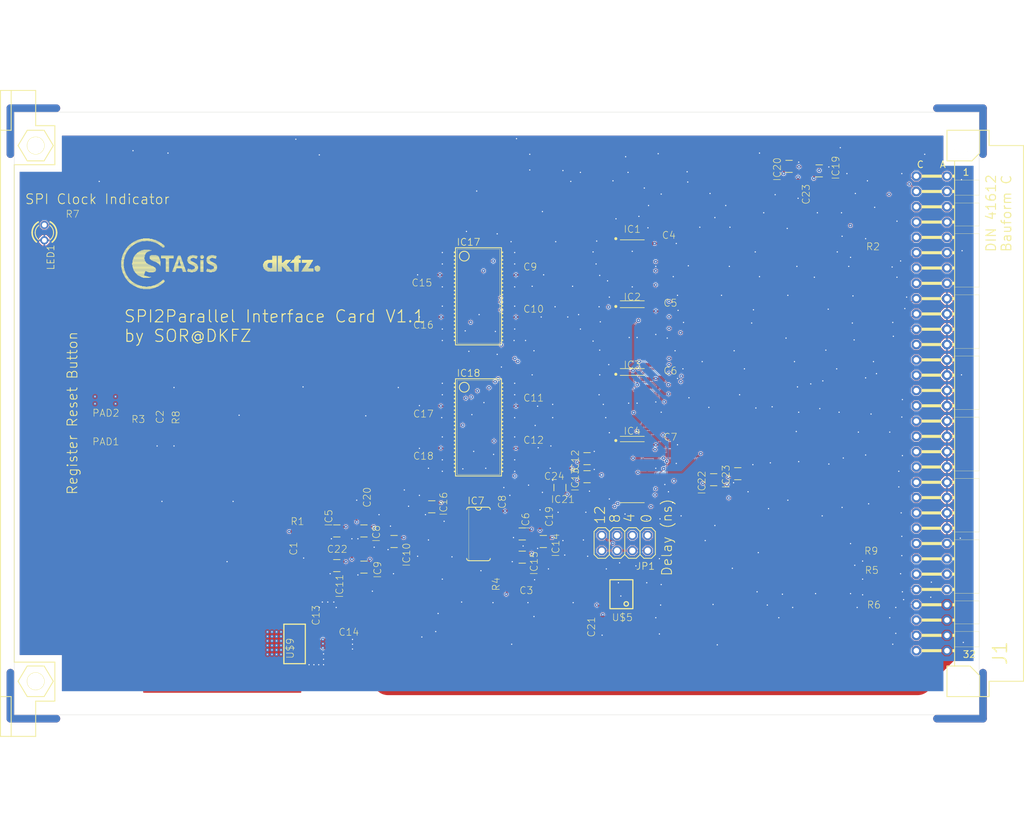
<source format=kicad_pcb>
(kicad_pcb (version 20240108) (generator "pcbnew") (generator_version "8.0")
  (layers (0 "F.Cu" signal) (1 "In1.Cu" signal) (2 "In2.Cu" signal) (31 "B.Cu" signal) (34 "B.Paste" user) (35 "F.Paste" user) (36 "B.SilkS" user "B.Silkscreen") (37 "F.SilkS" user "F.Silkscreen") (38 "B.Mask" user) (39 "F.Mask" user) (44 "Edge.Cuts" user))
  (net 0 "")
  (net 1 "N$1")
  (net 2 "N$2")
  (net 3 "N$3")
  (net 4 "SCLK")
  (net 5 "VCC")
  (net 6 "GND")
  (net 7 "RCLK")
  (net 8 "N$5")
  (net 9 "N$4")
  (net 10 "N$7")
  (net 11 "N$6")
  (net 12 "N$8")
  (net 13 "N$9")
  (net 14 "SPI_RESET")
  (net 15 "N$10")
  (net 16 "N$11")
  (net 17 "N$12")
  (net 18 "PICO")
  (net 19 "SRCLR")
  (net 20 "N$13")
  (net 21 "N$14")
  (net 22 "MOD_RESET")
  (net 23 "MOD_CLK_TIMING")
  (net 24 "DATA0")
  (net 25 "DATA1")
  (net 26 "DATA2")
  (net 27 "DATA3")
  (net 28 "DATA4")
  (net 29 "DATA5")
  (net 30 "DATA6")
  (net 31 "DATA7")
  (net 32 "DATA8")
  (net 33 "DATA9")
  (net 34 "DATA10")
  (net 35 "DATA11")
  (net 36 "DATA12")
  (net 37 "DATA13")
  (net 38 "DATA14")
  (net 39 "DATA15")
  (net 40 "ADDR0")
  (net 41 "ADDR1")
  (net 42 "ADDR2")
  (net 43 "ADDR3")
  (net 44 "ADDR4")
  (net 45 "ADDR5")
  (net 46 "ADDR6")
  (net 47 "ADDR7")
  (net 48 "RES")
  (net 49 "CLK")
  (net 50 "CHIP0")
  (net 51 "CHIP1")
  (net 52 "PROG")
  (net 53 "WE")
  (net 54 "BIT30")
  (net 55 "ENABLE")
  (net 56 "5V")
  (net 57 "N$15")
  (net 58 "N$16")
  (net 59 "N$17")
  (net 60 "N$18")
  (net 61 "N$19")
  (net 62 "N$20")
  (net 63 "N$21")
  (net 64 "N$22")
  (net 65 "N$23")
  (net 66 "N$24")
  (net 67 "N$25")
  (net 68 "N$26")
  (net 69 "N$27")
  (net 70 "N$28")
  (net 71 "N$29")
  (net 72 "N$30")
  (net 73 "N$31")
  (net 74 "N$32")
  (net 75 "N$33")
  (net 76 "N$34")
  (net 77 "N$35")
  (net 78 "N$36")
  (net 79 "N$37")
  (net 80 "N$38")
  (net 81 "N$39")
  (net 82 "N$40")
  (net 83 "N$41")
  (net 84 "N$42")
  (net 85 "N$43")
  (net 86 "N$44")
  (net 87 "N$45")
  (net 88 "N$46")
  (net 89 "N$47")
  (net 90 "N$48")
  (net 91 "N$49")
  (net 92 "N$50")
  (net 93 "N$51")
  (net 94 "N$53")
  (net 95 "N$54")
  (net 96 "N$52")
  (net 97 "N$55")
  (net 98 "N$106")
  (net 99 "N$123")
  (net 100 "EXT_MOD_CLK")
  (net 101 "N$56")
  (net 102 "N$57")
  (net 103 "N$58")
  (footprint "SPI2Parallel_v1p1:C0603_334" (layer "F.Cu") (at 176.7371 88.0036)
    (property "Reference" "C5")
    (property "Value" "10nF")
  )
  (footprint "SPI2Parallel_v1p1:SOT223" (layer "F.Cu") (at 114.9871 143.2536 90)
    (property "Reference" "U$9")
    (property "Value" "AZ1117IH-3.3TRG1")
  )
  (footprint "SPI2Parallel_v1p1:C0603_334" (layer "F.Cu") (at 116.4871 127.2536 -90)
    (property "Reference" "C1")
    (property "Value" "10nF")
  )
  (footprint "SPI2Parallel_v1p1:C0603_334" (layer "F.Cu") (at 153.4871 82.0036)
    (property "Reference" "C9")
    (property "Value" "10nF")
  )
  (footprint "SPI2Parallel_v1p1:SC70-5_87" (layer "F.Cu") (at 163.4871 112.5036 90)
    (property "Reference" "IC12")
    (property "Value" "SN74LVC1G32DCKRE4")
  )
  (footprint "SPI2Parallel_v1p1:R0603_334" (layer "F.Cu") (at 211.4871 76.0036 180)
    (property "Reference" "R2")
    (property "Value" "100k")
  )
  (footprint "SPI2Parallel_v1p1:SC70-5_87" (layer "F.Cu") (at 163.4871 115.5036 90)
    (property "Reference" "IC13")
    (property "Value" "SN74LVC1G32DCKRE4")
  )
  (footprint "SPI2Parallel_v1p1:SC70-5_86" (layer "F.Cu") (at 196.9871 64.0036 90)
    (property "Reference" "IC20")
    (property "Value" "74LVC1G17DCK")
  )
  (footprint "SPI2Parallel_v1p1:C0603_334" (layer "F.Cu") (at 137.2371 82.0036 180)
    (property "Reference" "C15")
    (property "Value" "10nF")
  )
  (footprint "SPI2Parallel_v1p1:R0603_334" (layer "F.Cu") (at 94.9871 108.5036 -90)
    (property "Reference" "R8")
    (property "Value" "220k")
  )
  (footprint "SPI2Parallel_v1p1:SOIC127P600X175-16N_16378364" (layer "F.Cu") (at 170.9871 114.7536)
    (property "Reference" "IC4")
    (property "Value" "SN74LV595ANSR")
  )
  (footprint "SPI2Parallel_v1p1:SC70-5_86" (layer "F.Cu") (at 126.4871 124.5036 -90)
    (property "Reference" "IC8")
    (property "Value" "74LVC1G04DCK")
  )
  (footprint "SPI2Parallel_v1p1:C0603_334" (layer "F.Cu") (at 137.4871 110.7536 180)
    (property "Reference" "C18")
    (property "Value" "10nF")
  )
  (footprint "SPI2Parallel_v1p1:SOIC127P600X175-16N_16378364" (layer "F.Cu") (at 170.9871 81.2536)
    (property "Reference" "IC1")
    (property "Value" "SN74LV595ANSR")
  )
  (footprint "SPI2Parallel_v1p1:C0603_334" (layer "F.Cu") (at 153.4871 103.7536)
    (property "Reference" "C11")
    (property "Value" "10nF")
  )
  (footprint "SPI2Parallel_v1p1:SC70-5_86" (layer "F.Cu") (at 188.4871 115.0036 90)
    (property "Reference" "IC23")
    (property "Value" "74LVC1G04DCK")
  )
  (footprint "SPI2Parallel_v1p1:SO14_85" (layer "F.Cu") (at 145.4871 125.0036 -90)
    (property "Reference" "IC7")
    (property "Value" "SN74LV393ANSR")
  )
  (footprint "SPI2Parallel_v1p1:C0603_334" (layer "F.Cu") (at 92.2371 108.5036 -90)
    (property "Reference" "C2")
    (property "Value" "10nF")
  )
  (footprint "SPI2Parallel_v1p1:SC70-5_86" (layer "F.Cu") (at 137.7371 120.5036 -90)
    (property "Reference" "IC16")
    (property "Value" "74LVC1G04DCK")
  )
  (footprint "SPI2Parallel_v1p1:SSOP48DL_83" (layer "F.Cu") (at 145.4871 85.2536 -90)
    (property "Reference" "IC17")
    (property "Value" "74LVCH16244ADGG-QJ")
  )
  (footprint "SPI2Parallel_v1p1:C0603_334" (layer "F.Cu") (at 198.4871 67.5036 -90)
    (property "Reference" "C23")
    (property "Value" "10nF")
  )
  (footprint "SPI2Parallel_v1p1:SOIC127P600X175-16N_16378364" (layer "F.Cu") (at 170.9871 92.5036)
    (property "Reference" "IC2")
    (property "Value" "SN74LV595ANSR")
  )
  (footprint "SPI2Parallel_v1p1:VG64P_79" (layer "F.Cu") (at 68.2371 105.0036)
    (property "Reference" "J1")
    (property "Value" "System Bus")
    (fp_line (start 0.254 -50.0126) (end 0.254 50.0126) (stroke (width 0.05)) (layer "Edge.Cuts"))
    (fp_line (start 0.254 50.0126) (end 160.274 50.0126) (stroke (width 0.05)) (layer "Edge.Cuts"))
    (fp_line (start 160.274 -50.0126) (end 0.254 -50.0126) (stroke (width 0.05)) (layer "Edge.Cuts"))
    (fp_line (start 160.274 50.0126) (end 160.274 -50.0126) (stroke (width 0.05)) (layer "Edge.Cuts"))
  )
  (footprint "SPI2Parallel_v1p1:R0603_334" (layer "F.Cu") (at 88.9871 107.5036)
    (property "Reference" "R3")
    (property "Value" "100k")
  )
  (footprint "SPI2Parallel_v1p1:C0603_334" (layer "F.Cu") (at 153.4871 89.0036)
    (property "Reference" "C10")
    (property "Value" "10nF")
  )
  (footprint "SPI2Parallel_v1p1:SMD2,54-5,08_412" (layer "F.Cu") (at 83.4871 102.7536 90)
    (property "Reference" "PAD2")
    (property "Value" "3.3V")
  )
  (footprint "SPI2Parallel_v1p1:SC70-5_86" (layer "F.Cu") (at 152.7371 128.8536 -90)
    (property "Reference" "IC15")
    (property "Value" "74LVC1G17DCK")
  )
  (footprint "SPI2Parallel_v1p1:SC70-5_87" (layer "F.Cu") (at 184.4871 116.0036 90)
    (property "Reference" "IC22")
    (property "Value" "74LVC1G08DCK")
  )
  (footprint "SPI2Parallel_v1p1:R0603_334" (layer "F.Cu") (at 115.7371 124.5036 180)
    (property "Reference" "R1")
    (property "Value" "1k")
  )
  (footprint "SPI2Parallel_v1p1:2X04_16378166" (layer "F.Cu") (at 169.7371 126.5036 180)
    (property "Reference" "JP1")
    (property "Value" "PINHD-2X4")
  )
  (footprint "SPI2Parallel_v1p1:SC70-5_87" (layer "F.Cu") (at 156.2371 126.2536 -90)
    (property "Reference" "IC14")
    (property "Value" "74LVC1G08DCK")
  )
  (footprint "SPI2Parallel_v1p1:R0603_334" (layer "F.Cu") (at 210.9871 129.5036 180)
    (property "Reference" "R9")
    (property "Value" "100k")
  )
  (footprint "SPI2Parallel_v1p1:SC70-5_87" (layer "F.Cu") (at 126.4871 130.5036 -90)
    (property "Reference" "IC9")
    (property "Value" "SN74LVC1G32DCKRE4")
  )
  (footprint "SPI2Parallel_v1p1:C0603_334" (layer "F.Cu") (at 125.2371 121.2536 90)
    (property "Reference" "C20")
    (property "Value" "10nF")
  )
  (footprint "SPI2Parallel_v1p1:C0603_334" (layer "F.Cu") (at 152.9371 132.6036)
    (property "Reference" "C3")
    (property "Value" "10nF")
  )
  (footprint "SPI2Parallel_v1p1:R0603_334" (layer "F.Cu") (at 77.9871 73.7536)
    (property "Reference" "R7")
    (property "Value" "120")
  )
  (footprint "SPI2Parallel_v1p1:C0603_334" (layer "F.Cu") (at 155.7371 122.7536 90)
    (property "Reference" "C19")
    (property "Value" "10nF")
  )
  (footprint "SPI2Parallel_v1p1:SC70-5_87" (layer "F.Cu") (at 201.9871 64.7536 90)
    (property "Reference" "IC19")
    (property "Value" "74LVC1G17DCK")
  )
  (footprint "SPI2Parallel_v1p1:SC70-5_87" (layer "F.Cu") (at 131.4871 126.2536 -90)
    (property "Reference" "IC10")
    (property "Value" "SN74LVC1G32DCKRE4")
  )
  (footprint "SPI2Parallel_v1p1:SO-08" (layer "F.Cu") (at 169.2371 135.0036 90)
    (property "Reference" "U$5")
    (property "Value" "DS1100LZ-20LZ")
  )
  (footprint "SPI2Parallel_v1p1:C0603_334" (layer "F.Cu") (at 176.4871 76.7536)
    (property "Reference" "C4")
    (property "Value" "10nF")
  )
  (footprint "SPI2Parallel_v1p1:LOGO_DKFZ" (layer "F.Cu") (at 109.7871 81.5036)
    (property "Reference" "U$2" (hide yes))
    (property "Value" "" (hide yes))
  )
  (footprint "SPI2Parallel_v1p1:C0603_334" (layer "F.Cu") (at 137.4871 89.0036 180)
    (property "Reference" "C16")
    (property "Value" "10nF")
  )
  (footprint "SPI2Parallel_v1p1:C0603_334" (layer "F.Cu") (at 150.7371 120.2536 90)
    (property "Reference" "C8")
    (property "Value" "10nF")
  )
  (footprint "SPI2Parallel_v1p1:LED3MM_259" (layer "F.Cu") (at 73.4871 75.0036 -90)
    (property "Reference" "LED1")
    (property "Value" "10mA 2.2-2.4V")
  )
  (footprint "SPI2Parallel_v1p1:C0603_334" (layer "F.Cu") (at 176.7371 110.2536)
    (property "Reference" "C7")
    (property "Value" "10nF")
  )
  (footprint "SPI2Parallel_v1p1:LOGO_STASIS" (layer "F.Cu") (at 95.1871 80.4036)
    (property "Reference" "U$1" (hide yes))
    (property "Value" "" (hide yes))
  )
  (footprint "SPI2Parallel_v1p1:R0603_334" (layer "F.Cu") (at 210.9871 132.5036 180)
    (property "Reference" "R5")
    (property "Value" "100k")
  )
  (footprint "SPI2Parallel_v1p1:SC70-5_87" (layer "F.Cu") (at 121.9871 124.5036 -90)
    (property "Reference" "IC5")
    (property "Value" "74LVC1G14DCK")
  )
  (footprint "SPI2Parallel_v1p1:C0603_334" (layer "F.Cu") (at 176.7371 99.2536)
    (property "Reference" "C6")
    (property "Value" "10nF")
  )
  (footprint "SPI2Parallel_v1p1:C0603_334" (layer "F.Cu") (at 124.4871 127.5036 90)
    (property "Reference" "C22")
    (property "Value" "10nF")
  )
  (footprint "SPI2Parallel_v1p1:R0603_334" (layer "F.Cu") (at 210.9871 135.0036)
    (property "Reference" "R6")
    (property "Value" "100k")
  )
  (footprint "SPI2Parallel_v1p1:C0603_334" (layer "F.Cu") (at 137.4871 103.7536 180)
    (property "Reference" "C17")
    (property "Value" "10nF")
  )
  (footprint "SPI2Parallel_v1p1:C0603_334" (layer "F.Cu") (at 153.4871 110.7536)
    (property "Reference" "C12")
    (property "Value" "10nF")
  )
  (footprint "SPI2Parallel_v1p1:SC70-5_86" (layer "F.Cu") (at 152.7371 125.0036 -90)
    (property "Reference" "IC6")
    (property "Value" "74LVC1G04DCK")
  )
  (footprint "SPI2Parallel_v1p1:C0603_334" (layer "F.Cu") (at 165.9871 140.0036 -90)
    (property "Reference" "C21")
    (property "Value" "10nF")
  )
  (footprint "SPI2Parallel_v1p1:SC70-5_87" (layer "F.Cu") (at 158.9871 117.3036 180)
    (property "Reference" "IC21")
    (property "Value" "SN74LVC1G32DCKRE4")
  )
  (footprint "SPI2Parallel_v1p1:SMD2,54-5,08_412" (layer "F.Cu") (at 83.4871 107.5036 90)
    (property "Reference" "PAD1")
    (property "Value" "Inp")
  )
  (footprint "SPI2Parallel_v1p1:C1206_334" (layer "F.Cu") (at 121.9871 143.2536)
    (property "Reference" "C14")
    (property "Value" "22µF")
  )
  (footprint "SPI2Parallel_v1p1:SSOP48DL_83" (layer "F.Cu") (at 145.4871 107.0036 -90)
    (property "Reference" "IC18")
    (property "Value" "74LVCH16244ADGG-QJ")
  )
  (footprint "SPI2Parallel_v1p1:SOIC127P600X175-16N_16378364" (layer "F.Cu") (at 170.9871 103.7536)
    (property "Reference" "IC3")
    (property "Value" "SN74LV595ANSR")
  )
  (footprint "SPI2Parallel_v1p1:C0603_334" (layer "F.Cu") (at 159.1871 114.1036 180)
    (property "Reference" "C24")
    (property "Value" "10nF")
  )
  (footprint "SPI2Parallel_v1p1:SC70-5_86" (layer "F.Cu") (at 121.9871 130.2536 -90)
    (property "Reference" "IC11")
    (property "Value" "74LVC1G17DCK")
  )
  (footprint "SPI2Parallel_v1p1:R0603_334" (layer "F.Cu") (at 150.1871 133.1536 -90)
    (property "Reference" "R4")
    (property "Value" "1.8k")
  )
  (footprint "SPI2Parallel_v1p1:C1206_334" (layer "F.Cu") (at 120.4871 139.0036 90)
    (property "Reference" "C13")
    (property "Value" "10µF")
  )
  (gr_circle (center 169.9871 136.6036) (end 170.347653 136.6036) (stroke (width 0.2032)) (fill none) (layer "F.SilkS"))
  (gr_line (start 167.3871 132.6036) (end 170.9871 132.6036) (stroke (width 0.2032)) (layer "F.SilkS"))
  (gr_line (start 167.2871 132.6036) (end 167.2871 137.4036) (stroke (width 0.2032)) (layer "F.SilkS"))
  (gr_line (start 171.0871 132.6036) (end 171.0871 137.4036) (stroke (width 0.2032)) (layer "F.SilkS"))
  (gr_line (start 167.3871 137.4036) (end 170.9871 137.4036) (stroke (width 0.2032)) (layer "F.SilkS"))
  (gr_text "12" (at 166.5871 123.5036 90) (layer "F.SilkS") (effects (font (size 1.63576 1.63576) (thickness 0.14224)) (justify left bottom)))
  (gr_text "SPI2Parallel Interface Card V1.1\nby SOR@DKFZ" (at 86.5871 93.3036 0) (layer "F.SilkS") (effects (font (size 2.009648 2.009648) (thickness 0.174752)) (justify left bottom)))
  (gr_text "Register Reset Button" (at 79.0871 118.6036 90) (layer "F.SilkS") (effects (font (size 1.63576 1.63576) (thickness 0.14224)) (justify left bottom)))
  (gr_text "SPI Clock Indicator" (at 70.1871 70.4036 0) (layer "F.SilkS") (effects (font (size 1.63576 1.63576) (thickness 0.14224)) (justify left bottom)))
  (gr_text "Delay (ns)" (at 177.6871 132.1036 90) (layer "F.SilkS") (effects (font (size 1.63576 1.63576) (thickness 0.14224)) (justify left bottom)))
  (gr_text "8" (at 169.0871 123.3036 90) (layer "F.SilkS") (effects (font (size 1.63576 1.63576) (thickness 0.14224)) (justify left bottom)))
  (gr_text "4" (at 171.4871 123.2036 90) (layer "F.SilkS") (effects (font (size 1.63576 1.63576) (thickness 0.14224)) (justify left bottom)))
  (gr_text "0" (at 174.2871 123.3036 90) (layer "F.SilkS") (effects (font (size 1.63576 1.63576) (thickness 0.14224)) (justify left bottom)))
  (segment (start 172.3223 90.5892) (end 173.4399 90.5892) (width 0.1016) (layer "F.Cu") (net 1))
  (segment (start 173.4399 85.7124) (end 173.4607 85.6986) (width 0.1016) (layer "F.Cu") (net 1))
  (segment (start 173.4399 90.5892) (end 173.4607 90.5986) (width 0.1016) (layer "F.Cu") (net 1))
  (segment (start 171.5095 89.7764) (end 172.3223 90.5892) (width 0.1016) (layer "F.Cu") (net 1))
  (segment (start 171.5095 87.6428) (end 171.5095 89.7764) (width 0.1016) (layer "F.Cu") (net 1))
  (segment (start 173.4399 85.7124) (end 171.5095 87.6428) (width 0.1016) (layer "F.Cu") (net 1))
  (segment (start 171.3063 99.1236) (end 171.3063 100.4444) (width 0.1016) (layer "F.Cu") (net 2))
  (segment (start 173.4399 96.99) (end 171.3063 99.1236) (width 0.1016) (layer "F.Cu") (net 2))
  (segment (start 171.3063 100.4444) (end 172.6271 101.7652) (width 0.1016) (layer "F.Cu") (net 2))
  (segment (start 173.4399 101.7652) (end 173.4607 101.8486) (width 0.1016) (layer "F.Cu") (net 2))
  (segment (start 172.6271 101.7652) (end 173.4399 101.7652) (width 0.1016) (layer "F.Cu") (net 2))
  (segment (start 173.4399 96.99) (end 173.4607 96.9486) (width 0.1016) (layer "F.Cu") (net 2))
  (segment (start 173.4399 112.8396) (end 173.4607 112.8486) (width 0.1016) (layer "F.Cu") (net 3))
  (segment (start 172.3223 112.0268) (end 173.1351 112.8396) (width 0.1016) (layer "F.Cu") (net 3))
  (segment (start 172.3223 109.3852) (end 172.3223 112.0268) (width 0.1016) (layer "F.Cu") (net 3))
  (segment (start 173.4399 108.2676) (end 172.3223 109.3852) (width 0.1016) (layer "F.Cu") (net 3))
  (segment (start 173.4399 108.2676) (end 173.4607 108.1986) (width 0.1016) (layer "F.Cu") (net 3))
  (segment (start 173.1351 112.8396) (end 173.4399 112.8396) (width 0.1016) (layer "F.Cu") (net 3))
  (segment (start 174.5575 102.578) (end 172.4239 102.578) (width 0.1016) (layer "F.Cu") (net 4))
  (segment (start 174.6591 91.3004) (end 172.5255 91.3004) (width 0.1016) (layer "F.Cu") (net 4))
  (segment (start 173.5415 116.5988) (end 173.4607 116.6586) (width 0.1016) (layer "F.Cu") (net 4))
  (segment (start 172.4239 88.5572) (end 174.2527 88.5572) (width 0.1016) (layer "F.Cu") (net 4))
  (segment (start 173.1351 116.7004) (end 173.4399 116.7004) (width 0.1016) (layer "F.Cu") (net 4))
  (segment (start 174.8623 100.4444) (end 174.8623 102.2732) (width 0.1016) (layer "F.Cu") (net 4))
  (segment (start 172.3223 87.6428) (end 172.3223 88.4556) (width 0.1016) (layer "F.Cu") (net 4))
  (segment (start 172.3223 136.8172) (end 171.9159 136.8172) (width 0.1016) (layer "F.Cu") (net 4))
  (segment (start 172.3223 99.7332) (end 172.4239 99.8348) (width 0.1016) (layer "F.Cu") (net 4))
  (segment (start 172.1191 123.7108) (end 172.1191 117.7164) (width 0.1016) (layer "F.Cu") (net 4))
  (segment (start 172.1191 117.7164) (end 173.1351 116.7004) (width 0.1016) (layer "F.Cu") (net 4))
  (segment (start 172.3223 102.6796) (end 172.3223 104.8132) (width 0.1016) (layer "F.Cu") (net 4))
  (segment (start 174.8623 95.5676) (end 174.8623 97.3964) (width 0.1016) (layer "F.Cu") (net 4))
  (segment (start 173.5415 125.1332) (end 172.1191 123.7108) (width 0.1016) (layer "F.Cu") (net 4))
  (segment (start 174.5575 134.582) (end 172.3223 136.8172) (width 0.1016) (layer "F.Cu") (net 4))
  (segment (start 174.2527 88.5572) (end 174.8623 89.1668) (width 0.1016) (layer "F.Cu") (net 4))
  (segment (start 173.4399 116.7004) (end 173.4607 116.6586) (width 0.1016) (layer "F.Cu") (net 4))
  (segment (start 172.3223 104.8132) (end 173.1351 105.626) (width 0.1016) (layer "F.Cu") (net 4))
  (segment (start 172.3223 88.4556) (end 172.4239 88.5572) (width 0.1016) (layer "F.Cu") (net 4))
  (segment (start 174.8623 97.3964) (end 174.5575 97.7012) (width 0.1016) (layer "F.Cu") (net 4))
  (segment (start 173.7447 94.45) (end 174.8623 95.5676) (width 0.1016) (layer "F.Cu") (net 4))
  (segment (start 173.8463 105.7276) (end 176.0815 107.9628) (width 0.1016) (layer "F.Cu") (net 4))
  (segment (start 174.5575 86.4236) (end 173.5415 86.4236) (width 0.1016) (layer "F.Cu") (net 4))
  (segment (start 173.5415 94.45) (end 173.4607 94.4086) (width 0.1016) (layer "F.Cu") (net 4))
  (segment (start 173.5415 86.4236) (end 172.3223 87.6428) (width 0.1016) (layer "F.Cu") (net 4))
  (segment (start 201.0751 64.0716) (end 201.1371 64.1036) (width 0.1016) (layer "F.Cu") (net 4))
  (segment (start 174.8623 91.0972) (end 174.6591 91.3004) (width 0.1016) (layer "F.Cu") (net 4))
  (segment (start 171.9159 136.8172) (end 171.8371 136.9086) (width 0.1016) (layer "F.Cu") (net 4))
  (segment (start 173.5415 94.45) (end 173.7447 94.45) (width 0.1016) (layer "F.Cu") (net 4))
  (segment (start 172.3223 93.5356) (end 173.1351 94.3484) (width 0.1016) (layer "F.Cu") (net 4))
  (segment (start 197.9255 64.0716) (end 197.8371 64.0036) (width 0.1016) (layer "F.Cu") (net 4))
  (segment (start 176.0815 107.9628) (end 176.0815 108.5724) (width 0.1016) (layer "F.Cu") (net 4))
  (segment (start 174.5575 126.1492) (end 174.5575 134.582) (width 0.1016) (layer "F.Cu") (net 4))
  (segment (start 173.4399 94.3484) (end 173.4607 94.4086) (width 0.1016) (layer "F.Cu") (net 4))
  (segment (start 173.8463 116.5988) (end 173.5415 116.5988) (width 0.1016) (layer "F.Cu") (net 4))
  (segment (start 174.0495 83.6804) (end 174.8623 83.6804) (width 0.1016) (layer "F.Cu") (net 4))
  (segment (start 173.6431 125.2348) (end 173.5471 125.2336) (width 0.1016) (layer "F.Cu") (net 4))
  (segment (start 174.8623 86.1188) (end 174.5575 86.4236) (width 0.1016) (layer "F.Cu") (net 4))
  (segment (start 173.5415 83.1724) (end 174.0495 83.6804) (width 0.1016) (layer "F.Cu") (net 4))
  (segment (start 173.5415 83.1724) (end 173.4607 83.1586) (width 0.1016) (layer "F.Cu") (net 4))
  (segment (start 174.2527 99.8348) (end 174.8623 100.4444) (width 0.1016) (layer "F.Cu") (net 4))
  (segment (start 172.5255 91.3004) (end 172.3223 91.5036) (width 0.1016) (layer "F.Cu") (net 4))
  (segment (start 198.6367 64.0716) (end 197.9255 64.0716) (width 0.1016) (layer "F.Cu") (net 4))
  (segment (start 174.5575 97.7012) (end 173.5415 97.7012) (width 0.1016) (layer "F.Cu") (net 4))
  (segment (start 173.5415 105.7276) (end 173.8463 105.7276) (width 0.1016) (layer "F.Cu") (net 4))
  (segment (start 174.8623 89.1668) (end 174.8623 91.0972) (width 0.1016) (layer "F.Cu") (net 4))
  (segment (start 173.5415 125.1332) (end 173.5471 125.2336) (width 0.1016) (layer "F.Cu") (net 4))
  (segment (start 174.8623 102.2732) (end 174.5575 102.578) (width 0.1016) (layer "F.Cu") (net 4))
  (segment (start 173.5415 97.7012) (end 172.3223 98.9204) (width 0.1016) (layer "F.Cu") (net 4))
  (segment (start 172.3223 91.5036) (end 172.3223 93.5356) (width 0.1016) (layer "F.Cu") (net 4))
  (segment (start 176.1831 114.1604) (end 176.1831 114.262) (width 0.1016) (layer "F.Cu") (net 4))
  (segment (start 174.8623 83.6804) (end 174.8623 86.1188) (width 0.1016) (layer "F.Cu") (net 4))
  (segment (start 172.4239 102.578) (end 172.3223 102.6796) (width 0.1016) (layer "F.Cu") (net 4))
  (segment (start 201.0751 64.0716) (end 198.6367 64.0716) (width 0.1016) (layer "F.Cu") (net 4))
  (segment (start 173.1351 94.3484) (end 173.4399 94.3484) (width 0.1016) (layer "F.Cu") (net 4))
  (segment (start 172.4239 99.8348) (end 174.2527 99.8348) (width 0.1016) (layer "F.Cu") (net 4))
  (segment (start 173.4399 105.626) (end 173.4607 105.6586) (width 0.1016) (layer "F.Cu") (net 4))
  (segment (start 176.1831 114.262) (end 173.8463 116.5988) (width 0.1016) (layer "F.Cu") (net 4))
  (segment (start 173.6431 125.2348) (end 174.5575 126.1492) (width 0.1016) (layer "F.Cu") (net 4))
  (segment (start 173.5415 105.7276) (end 173.4607 105.6586) (width 0.1016) (layer "F.Cu") (net 4))
  (segment (start 173.1351 105.626) (end 173.4399 105.626) (width 0.1016) (layer "F.Cu") (net 4))
  (segment (start 172.3223 98.9204) (end 172.3223 99.7332) (width 0.1016) (layer "F.Cu") (net 4))
  (via (at 174.8623 83.6804) (size 0.6064) (drill 0.2) (layers "F.Cu" "B.Cu") (net 4))
  (via (at 176.0815 108.5724) (size 0.6064) (drill 0.2) (layers "F.Cu" "B.Cu") (net 4))
  (via (at 176.1831 114.1604) (size 0.6064) (drill 0.2) (layers "F.Cu" "B.Cu") (net 4))
  (via (at 198.6367 64.0716) (size 0.6064) (drill 0.2) (layers "F.Cu" "B.Cu") (net 4))
  (segment (start 177.1991 113.1444) (end 176.1831 114.1604) (width 0.1016) (layer "B.Cu") (net 4))
  (segment (start 177.1991 109.69) (end 177.1991 113.1444) (width 0.1016) (layer "B.Cu") (net 4))
  (segment (start 176.0815 108.5724) (end 177.1991 109.69) (width 0.1016) (layer "B.Cu") (net 4))
  (segment (start 151.6621 103.8286) (end 151.6871 103.8036) (width 0.3048) (layer "F.Cu") (net 5))
  (segment (start 198.4871 66.6536) (end 198.4871 65.8036) (width 0.3048) (layer "F.Cu") (net 5))
  (segment (start 139.0991 103.6956) (end 138.3879 103.6956) (width 0.1016) (layer "F.Cu") (net 5))
  (segment (start 139.3471 89.0636) (end 139.2871 89.0036) (width 0.3048) (layer "F.Cu") (net 5))
  (segment (start 138.3879 103.6956) (end 138.3371 103.7536) (width 0.1016) (layer "F.Cu") (net 5))
  (segment (start 175.8871 88.0036) (end 175.8321 88.0586) (width 0.3048) (layer "F.Cu") (net 5))
  (segment (start 125.2871 123.0036) (end 125.2371 122.9536) (width 0.3048) (layer "F.Cu") (net 5))
  (segment (start 201.1371 65.4036) (end 201.1371 65.9536) (width 0.3048) (layer "F.Cu") (net 5))
  (segment (start 154.1371 124.3536) (end 153.5871 124.3536) (width 0.3048) (layer "F.Cu") (net 5))
  (segment (start 137.8799 103.6956) (end 138.2863 103.6956) (width 0.1016) (layer "F.Cu") (net 5))
  (segment (start 173.4607 88.0586) (end 174.8321 88.0586) (width 0.3048) (layer "F.Cu") (net 5))
  (segment (start 124.4871 128.3536) (end 124.4871 129.2036) (width 0.3048) (layer "F.Cu") (net 5))
  (segment (start 174.9371 99.2536) (end 174.8871 99.2036) (width 0.3048) (layer "F.Cu") (net 5))
  (segment (start 150.3639 110.8136) (end 151.6771 110.8136) (width 0.3048) (layer "F.Cu") (net 5))
  (segment (start 122.8371 123.8536) (end 122.8871 123.8036) (width 0.3048) (layer "F.Cu") (net 5))
  (segment (start 151.7371 103.7536) (end 152.6371 103.7536) (width 0.3048) (layer "F.Cu") (net 5))
  (segment (start 136.9655 102.7812) (end 137.8799 103.6956) (width 0.1016) (layer "F.Cu") (net 5))
  (segment (start 151.6871 103.8036) (end 151.7371 103.7536) (width 0.3048) (layer "F.Cu") (net 5))
  (segment (start 113.8371 143.2536) (end 113.6871 143.1036) (width 1.016) (layer "F.Cu") (net 5))
  (segment (start 112.2371 143.2536) (end 111.9871 143.5036) (width 1.016) (layer "F.Cu") (net 5))
  (segment (start 139.2371 110.7536) (end 138.3371 110.7536) (width 0.3048) (layer "F.Cu") (net 5))
  (segment (start 173.5657 110.2036) (end 174.8871 110.2036) (width 0.3048) (layer "F.Cu") (net 5))
  (segment (start 83.5239 102.7812) (end 83.4871 102.7536) (width 0.1016) (layer "F.Cu") (net 5))
  (segment (start 138.2863 103.6956) (end 138.3371 103.7536) (width 0.1016) (layer "F.Cu") (net 5))
  (segment (start 125.2371 122.9536) (end 125.2371 122.1036) (width 0.3048) (layer "F.Cu") (net 5))
  (segment (start 139.0991 103.6956) (end 139.2371 103.7536) (width 0.1016) (layer "F.Cu") (net 5))
  (segment (start 140.6103 89.0636) (end 139.3471 89.0636) (width 0.3048) (layer "F.Cu") (net 5))
  (segment (start 151.6871 82.0036) (end 151.6121 82.0786) (width 0.3048) (layer "F.Cu") (net 5))
  (segment (start 182.7371 116.6536) (end 182.6871 116.6036) (width 0.1524) (layer "F.Cu") (net 5))
  (segment (start 127.3371 129.3536) (end 127.4871 129.2036) (width 0.3048) (layer "F.Cu") (net 5))
  (segment (start 150.3639 103.8286) (end 151.6621 103.8286) (width 0.3048) (layer "F.Cu") (net 5))
  (segment (start 139.1621 82.0786) (end 139.0871 82.0036) (width 0.3048) (layer "F.Cu") (net 5))
  (segment (start 161.9371 116.1536) (end 161.8871 116.1036) (width 0.3048) (layer "F.Cu") (net 5))
  (segment (start 175.8871 99.2536) (end 174.9371 99.2536) (width 0.3048) (layer "F.Cu") (net 5))
  (segment (start 138.5871 119.8536) (end 138.5871 119.8036) (width 0.3048) (layer "F.Cu") (net 5))
  (segment (start 139.2871 89.0036) (end 138.3371 89.0036) (width 0.3048) (layer "F.Cu") (net 5))
  (segment (start 165.1921 136.9086) (end 165.0871 136.8036) (width 0.3048) (layer "F.Cu") (net 5))
  (segment (start 166.6371 136.9086) (end 165.1921 136.9086) (width 0.3048) (layer "F.Cu") (net 5))
  (segment (start 152.6371 89.0036) (end 151.6871 89.0036) (width 0.3048) (layer "F.Cu") (net 5))
  (segment (start 196.1371 64.6536) (end 196.1371 65.1536) (width 0.3048) (layer "F.Cu") (net 5))
  (segment (start 157.0871 125.6036) (end 157.6871 125.6036) (width 0.3048) (layer "F.Cu") (net 5))
  (segment (start 173.4607 76.8086) (end 173.4657 76.8036) (width 0.3048) (layer "F.Cu") (net 5))
  (segment (start 140.6103 110.8136) (end 139.2971 110.8136) (width 0.3048) (layer "F.Cu") (net 5))
  (segment (start 139.3121 103.8286) (end 139.2371 103.7536) (width 0.3048) (layer "F.Cu") (net 5))
  (segment (start 148.5605 121.1936) (end 149.8771 121.1936) (width 0.3048) (layer "F.Cu") (net 5))
  (segment (start 122.8871 123.8036) (end 123.4871 123.8036) (width 0.3048) (layer "F.Cu") (net 5))
  (segment (start 151.6271 89.0636) (end 151.6871 89.0036) (width 0.3048) (layer "F.Cu") (net 5))
  (segment (start 127.3371 129.8536) (end 127.3371 129.3536) (width 0.3048) (layer "F.Cu") (net 5))
  (segment (start 183.6371 116.6536) (end 182.7371 116.6536) (width 0.1524) (layer "F.Cu") (net 5))
  (segment (start 123.4871 129.6036) (end 122.8371 129.6036) (width 0.3048) (layer "F.Cu") (net 5))
  (segment (start 150.1871 134.9036) (end 150.0871 135.0036) (width 0.3048) (layer "F.Cu") (net 5))
  (segment (start 196.1371 65.1536) (end 196.0871 65.2036) (width 0.3048) (layer "F.Cu") (net 5))
  (segment (start 83.5239 102.7812) (end 136.9655 102.7812) (width 0.1016) (layer "F.Cu") (net 5))
  (segment (start 150.1871 134.0036) (end 150.1871 134.9036) (width 0.3048) (layer "F.Cu") (net 5))
  (segment (start 154.2871 124.2036) (end 154.1371 124.3536) (width 0.3048) (layer "F.Cu") (net 5))
  (segment (start 139.2971 110.8136) (end 139.2371 110.7536) (width 0.3048) (layer "F.Cu") (net 5))
  (segment (start 132.3371 125.6036) (end 133.0871 125.6036) (width 0.3048) (layer "F.Cu") (net 5))
  (segment (start 175.6371 76.7536) (end 175.5871 76.8036) (width 0.3048) (layer "F.Cu") (net 5))
  (segment (start 114.7871 124.6036) (end 114.0871 124.6036) (width 0.3048) (layer "F.Cu") (net 5))
  (segment (start 161.9371 113.1536) (end 161.8871 113.1036) (width 0.3048) (layer "F.Cu") (net 5))
  (segment (start 152.6371 110.7536) (end 152.5871 110.8036) (width 0.3048) (layer "F.Cu") (net 5))
  (segment (start 151.6121 82.0786) (end 150.3639 82.0786) (width 0.3048) (layer "F.Cu") (net 5))
  (segment (start 152.5871 110.8036) (end 151.6871 110.8036) (width 0.3048) (layer "F.Cu") (net 5))
  (segment (start 149.9871 121.1036) (end 150.7371 121.1036) (width 0.3048) (layer "F.Cu") (net 5))
  (segment (start 166.0871 139.0536) (end 166.0871 138.4036) (width 0.3048) (layer "F.Cu") (net 5))
  (segment (start 149.8871 121.2036) (end 149.9871 121.1036) (width 0.3048) (layer "F.Cu") (net 5))
  (segment (start 140.6103 82.0786) (end 139.1621 82.0786) (width 0.3048) (layer "F.Cu") (net 5))
  (segment (start 162.6371 113.1536) (end 161.9371 113.1536) (width 0.3048) (layer "F.Cu") (net 5))
  (segment (start 162.6371 116.1536) (end 161.9371 116.1536) (width 0.3048) (layer "F.Cu") (net 5))
  (segment (start 113.8371 143.2536) (end 112.2371 143.2536) (width 1.016) (layer "F.Cu") (net 5))
  (segment (start 160.0371 114.1036) (end 160.9871 114.1036) (width 0.3048) (layer "F.Cu") (net 5))
  (segment (start 159.9371 118.1536) (end 160.1871 118.4036) (width 0.2032) (layer "F.Cu") (net 5))
  (segment (start 173.4657 76.8036) (end 174.6871 76.8036) (width 0.3048) (layer "F.Cu") (net 5))
  (segment (start 175.8371 110.2036) (end 175.8871 110.2536) (width 0.3048) (layer "F.Cu") (net 5))
  (segment (start 152.6371 82.0036) (end 151.6871 82.0036) (width 0.3048) (layer "F.Cu") (net 5))
  (segment (start 187.6371 115.6536) (end 186.9371 115.6536) (width 0.1524) (layer "F.Cu") (net 5))
  (segment (start 139.0871 82.0036) (end 138.0871 82.0036) (width 0.3048) (layer "F.Cu") (net 5))
  (segment (start 186.9371 115.6536) (end 186.8871 115.6036) (width 0.1524) (layer "F.Cu") (net 5))
  (segment (start 138.5871 119.8036) (end 139.2871 119.8036) (width 0.3048) (layer "F.Cu") (net 5))
  (segment (start 173.5657 99.2036) (end 174.8871 99.2036) (width 0.3048) (layer "F.Cu") (net 5))
  (segment (start 174.8321 88.0586) (end 174.8871 88.0036) (width 0.3048) (layer "F.Cu") (net 5))
  (segment (start 154.2871 128.2036) (end 153.5871 128.2036) (width 0.3048) (layer "F.Cu") (net 5))
  (segment (start 173.4607 110.3086) (end 173.5657 110.2036) (width 0.3048) (layer "F.Cu") (net 5))
  (segment (start 127.3871 123.8036) (end 128.0871 123.8036) (width 0.3048) (layer "F.Cu") (net 5))
  (segment (start 175.5871 76.8036) (end 174.6871 76.8036) (width 0.3048) (layer "F.Cu") (net 5))
  (segment (start 159.6371 118.1536) (end 159.9371 118.1536) (width 0.2032) (layer "F.Cu") (net 5))
  (segment (start 149.8771 121.1936) (end 149.8871 121.2036) (width 0.3048) (layer "F.Cu") (net 5))
  (segment (start 165.9871 139.1536) (end 166.0871 139.0536) (width 0.3048) (layer "F.Cu") (net 5))
  (segment (start 118.0859 143.2536) (end 120.5871 143.2536) (width 1.27) (layer "F.Cu") (net 5))
  (segment (start 201.1371 65.9536) (end 201.0871 66.0036) (width 0.3048) (layer "F.Cu") (net 5))
  (segment (start 151.6771 110.8136) (end 151.6871 110.8036) (width 0.3048) (layer "F.Cu") (net 5))
  (segment (start 127.3371 123.8536) (end 127.3871 123.8036) (width 0.3048) (layer "F.Cu") (net 5))
  (segment (start 173.4607 99.3086) (end 173.5657 99.2036) (width 0.3048) (layer "F.Cu") (net 5))
  (segment (start 175.8321 88.0586) (end 174.8321 88.0586) (width 0.3048) (layer "F.Cu") (net 5))
  (segment (start 155.7371 123.6036) (end 155.7371 124.3536) (width 0.3048) (layer "F.Cu") (net 5))
  (segment (start 140.6103 103.8286) (end 139.3121 103.8286) (width 0.3048) (layer "F.Cu") (net 5))
  (segment (start 174.8871 110.2036) (end 175.8371 110.2036) (width 0.3048) (layer "F.Cu") (net 5))
  (segment (start 155.7371 124.3536) (end 155.6871 124.4036) (width 0.3048) (layer "F.Cu") (net 5))
  (segment (start 150.3639 89.0636) (end 151.6271 89.0636) (width 0.3048) (layer "F.Cu") (net 5))
  (segment (start 114.8871 124.5036) (end 114.7871 124.6036) (width 0.3048) (layer "F.Cu") (net 5))
  (segment (start 118.0859 143.2536) (end 113.8371 143.2536) (width 1.016) (layer "F.Cu") (net 5))
  (via (at 111.9871 144.2536) (size 0.6064) (drill 0.2) (layers "F.Cu" "B.Cu") (net 5))
  (via (at 85.2871 103.4036) (size 0.6064) (drill 0.2) (layers "F.Cu" "B.Cu") (net 5))
  (via (at 119.6871 143.2036) (size 0.6064) (drill 0.2) (layers "F.Cu" "B.Cu") (net 5))
  (via (at 201.0871 66.0036) (size 0.6064) (drill 0.2) (layers "F.Cu" "B.Cu") (net 5))
  (via (at 174.6871 76.8036) (size 0.6064) (drill 0.2) (layers "F.Cu" "B.Cu") (net 5))
  (via (at 149.8871 121.2036) (size 0.6064) (drill 0.2) (layers "F.Cu" "B.Cu") (net 5))
  (via (at 166.0871 138.4036) (size 0.6064) (drill 0.2) (layers "F.Cu" "B.Cu") (net 5))
  (via (at 161.8871 113.1036) (size 0.6064) (drill 0.2) (layers "F.Cu" "B.Cu") (net 5))
  (via (at 112.7371 143.5036) (size 0.6064) (drill 0.2) (layers "F.Cu" "B.Cu") (net 5))
  (via (at 139.2371 103.7536) (size 0.6064) (drill 0.2) (layers "F.Cu" "B.Cu") (net 5))
  (via (at 111.9871 141.2536) (size 0.6064) (drill 0.2) (layers "F.Cu" "B.Cu") (net 5))
  (via (at 151.6871 103.8036) (size 0.6064) (drill 0.2) (layers "F.Cu" "B.Cu") (net 5))
  (via (at 123.4871 123.8036) (size 0.6064) (drill 0.2) (layers "F.Cu" "B.Cu") (net 5))
  (via (at 139.2871 119.8036) (size 0.6064) (drill 0.2) (layers "F.Cu" "B.Cu") (net 5))
  (via (at 85.2871 102.2036) (size 0.6064) (drill 0.2) (layers "F.Cu" "B.Cu") (net 5))
  (via (at 110.4871 143.5036) (size 0.6064) (drill 0.2) (layers "F.Cu" "B.Cu") (net 5))
  (via (at 123.4871 129.6036) (size 0.6064) (drill 0.2) (layers "F.Cu" "B.Cu") (net 5))
  (via (at 110.4871 142.7536) (size 0.6064) (drill 0.2) (layers "F.Cu" "B.Cu") (net 5))
  (via (at 150.0871 135.0036) (size 0.6064) (drill 0.2) (layers "F.Cu" "B.Cu") (net 5))
  (via (at 196.0871 65.2036) (size 0.6064) (drill 0.2) (layers "F.Cu" "B.Cu") (net 5))
  (via (at 112.7371 145.0036) (size 0.6064) (drill 0.2) (layers "F.Cu" "B.Cu") (net 5))
  (via (at 128.0871 123.8036) (size 0.6064) (drill 0.2) (layers "F.Cu" "B.Cu") (net 5))
  (via (at 111.9871 143.5036) (size 0.6064) (drill 0.2) (layers "F.Cu" "B.Cu") (net 5))
  (via (at 111.2371 145.0036) (size 0.6064) (drill 0.2) (layers "F.Cu" "B.Cu") (net 5))
  (via (at 154.2871 128.2036) (size 0.6064) (drill 0.2) (layers "F.Cu" "B.Cu") (net 5))
  (via (at 112.7371 142.7536) (size 0.6064) (drill 0.2) (layers "F.Cu" "B.Cu") (net 5))
  (via (at 161.8871 116.1036) (size 0.6064) (drill 0.2) (layers "F.Cu" "B.Cu") (net 5))
  (via (at 125.2871 123.0036) (size 0.6064) (drill 0.2) (layers "F.Cu" "B.Cu") (net 5))
  (via (at 151.6871 89.0036) (size 0.6064) (drill 0.2) (layers "F.Cu" "B.Cu") (net 5))
  (via (at 110.4871 144.2536) (size 0.6064) (drill 0.2) (layers "F.Cu" "B.Cu") (net 5))
  (via (at 111.2371 143.5036) (size 0.6064) (drill 0.2) (layers "F.Cu" "B.Cu") (net 5))
  (via (at 154.2871 124.2036) (size 0.6064) (drill 0.2) (layers "F.Cu" "B.Cu") (net 5))
  (via (at 81.8871 102.2036) (size 0.6064) (drill 0.2) (layers "F.Cu" "B.Cu") (net 5))
  (via (at 111.9871 145.0036) (size 0.6064) (drill 0.2) (layers "F.Cu" "B.Cu") (net 5))
  (via (at 160.1871 118.4036) (size 0.6064) (drill 0.2) (layers "F.Cu" "B.Cu") (net 5))
  (via (at 119.6871 142.5036) (size 0.6064) (drill 0.2) (layers "F.Cu" "B.Cu") (net 5))
  (via (at 157.6871 125.6036) (size 0.6064) (drill 0.2) (layers "F.Cu" "B.Cu") (net 5))
  (via (at 186.8871 115.6036) (size 0.6064) (drill 0.2) (layers "F.Cu" "B.Cu") (net 5))
  (via (at 139.2871 89.0036) (size 0.6064) (drill 0.2) (layers "F.Cu" "B.Cu") (net 5))
  (via (at 155.6871 124.4036) (size 0.6064) (drill 0.2) (layers "F.Cu" "B.Cu") (net 5))
  (via (at 112.7371 142.0036) (size 0.6064) (drill 0.2) (layers "F.Cu" "B.Cu") (net 5))
  (via (at 110.4871 141.2536) (size 0.6064) (drill 0.2) (layers "F.Cu" "B.Cu") (net 5))
  (via (at 139.0871 82.0036) (size 0.6064) (drill 0.2) (layers "F.Cu" "B.Cu") (net 5))
  (via (at 112.7371 144.2536) (size 0.6064) (drill 0.2) (layers "F.Cu" "B.Cu") (net 5))
  (via (at 81.8871 103.4036) (size 0.6064) (drill 0.2) (layers "F.Cu" "B.Cu") (net 5))
  (via (at 110.4871 142.0036) (size 0.6064) (drill 0.2) (layers "F.Cu" "B.Cu") (net 5))
  (via (at 111.9871 142.0036) (size 0.6064) (drill 0.2) (layers "F.Cu" "B.Cu") (net 5))
  (via (at 111.2371 141.2536) (size 0.6064) (drill 0.2) (layers "F.Cu" "B.Cu") (net 5))
  (via (at 174.8871 88.0036) (size 0.6064) (drill 0.2) (layers "F.Cu" "B.Cu") (net 5))
  (via (at 133.0871 125.6036) (size 0.6064) (drill 0.2) (layers "F.Cu" "B.Cu") (net 5))
  (via (at 174.8871 110.2036) (size 0.6064) (drill 0.2) (layers "F.Cu" "B.Cu") (net 5))
  (via (at 165.0871 136.8036) (size 0.6064) (drill 0.2) (layers "F.Cu" "B.Cu") (net 5))
  (via (at 110.4871 145.0036) (size 0.6064) (drill 0.2) (layers "F.Cu" "B.Cu") (net 5))
  (via (at 139.2371 110.7536) (size 0.6064) (drill 0.2) (layers "F.Cu" "B.Cu") (net 5))
  (via (at 151.6871 110.8036) (size 0.6064) (drill 0.2) (layers "F.Cu" "B.Cu") (net 5))
  (via (at 111.9871 142.7536) (size 0.6064) (drill 0.2) (layers "F.Cu" "B.Cu") (net 5))
  (via (at 111.2371 142.7536) (size 0.6064) (drill 0.2) (layers "F.Cu" "B.Cu") (net 5))
  (via (at 111.2371 144.2536) (size 0.6064) (drill 0.2) (layers "F.Cu" "B.Cu") (net 5))
  (via (at 151.6871 82.0036) (size 0.6064) (drill 0.2) (layers "F.Cu" "B.Cu") (net 5))
  (via (at 124.4871 129.2036) (size 0.6064) (drill 0.2) (layers "F.Cu" "B.Cu") (net 5))
  (via (at 198.4871 65.8036) (size 0.6064) (drill 0.2) (layers "F.Cu" "B.Cu") (net 5))
  (via (at 114.0871 124.6036) (size 0.6064) (drill 0.2) (layers "F.Cu" "B.Cu") (net 5))
  (via (at 112.7371 141.2536) (size 0.6064) (drill 0.2) (layers "F.Cu" "B.Cu") (net 5))
  (via (at 111.2371 142.0036) (size 0.6064) (drill 0.2) (layers "F.Cu" "B.Cu") (net 5))
  (via (at 119.6871 143.9036) (size 0.6064) (drill 0.2) (layers "F.Cu" "B.Cu") (net 5))
  (via (at 127.4871 129.2036) (size 0.6064) (drill 0.2) (layers "F.Cu" "B.Cu") (net 5))
  (via (at 160.9871 114.1036) (size 0.6064) (drill 0.2) (layers "F.Cu" "B.Cu") (net 5))
  (via (at 182.6871 116.6036) (size 0.6064) (drill 0.2) (layers "F.Cu" "B.Cu") (net 5))
  (via (at 174.8871 99.2036) (size 0.6064) (drill 0.2) (layers "F.Cu" "B.Cu") (net 5))
  (segment (start 124.4871 126.6536) (end 124.4871 125.8036) (width 0.3048) (layer "F.Cu") (net 6))
  (segment (start 140.6103 114.6236) (end 139.5071 114.6236) (width 0.3048) (layer "F.Cu") (net 6))
  (segment (start 150.3639 112.7186) (end 151.4721 112.7186) (width 0.3048) (layer "F.Cu") (net 6))
  (segment (start 150.3639 87.1586) (end 151.4421 87.1586) (width 0.3048) (layer "F.Cu") (net 6))
  (segment (start 198.4871 68.3536) (end 198.4871 69.3036) (width 0.3048) (layer "F.Cu") (net 6))
  (segment (start 173.4757 114.1036) (end 174.8871 114.1036) (width 0.3048) (layer "F.Cu") (net 6))
  (segment (start 151.4521 78.2686) (end 151.4871 78.3036) (width 0.3048) (layer "F.Cu") (net 6))
  (segment (start 150.3639 83.9836) (end 151.4671 83.9836) (width 0.3048) (layer "F.Cu") (net 6))
  (segment (start 150.3639 100.0186) (end 151.4639 100.0186) (width 0.3048) (layer "F.Cu") (net 6))
  (segment (start 118.7473 144.9036) (end 119.7871 144.9036) (width 0.3048) (layer "F.Cu") (net 6))
  (segment (start 121.8871 137.2036) (end 121.4871 137.6036) (width 0.3048) (layer "F.Cu") (net 6))
  (segment (start 139.4171 105.7336) (end 139.3871 105.7036) (width 0.3048) (layer "F.Cu") (net 6))
  (segment (start 164.3371 111.6536) (end 164.6871 111.3036) (width 0.3048) (layer "F.Cu") (net 6))
  (segment (start 154.3371 110.7536) (end 154.3871 110.7036) (width 0.3048) (layer "F.Cu") (net 6))
  (segment (start 140.6103 105.7336) (end 139.4171 105.7336) (width 0.3048) (layer "F.Cu") (net 6))
  (segment (start 118.9871 146.4662) (end 118.9871 146.7036) (width 0.3048) (layer "F.Cu") (net 6))
  (segment (start 177.5871 88.0036) (end 177.6871 87.9036) (width 0.3048) (layer "F.Cu") (net 6))
  (segment (start 140.6103 90.9686) (end 140.5753 91.0036) (width 0.3048) (layer "F.Cu") (net 6))
  (segment (start 120.8871 131.1536) (end 120.8871 131.6036) (width 0.3048) (layer "F.Cu") (net 6))
  (segment (start 130.6371 126.9036) (end 130.6371 127.4536) (width 0.3048) (layer "F.Cu") (net 6))
  (segment (start 150.3639 114.6236) (end 151.4671 114.6236) (width 0.3048) (layer "F.Cu") (net 6))
  (segment (start 151.4521 90.9686) (end 151.4871 91.0036) (width 0.3048) (layer "F.Cu") (net 6))
  (segment (start 150.3639 92.8736) (end 151.3571 92.8736) (width 0.3048) (layer "F.Cu") (net 6))
  (segment (start 154.2375 82.0548) (end 154.3371 82.0036) (width 0.1016) (layer "F.Cu") (net 6))
  (segment (start 178.4371 110.2536) (end 178.4871 110.2036) (width 0.3048) (layer "F.Cu") (net 6))
  (segment (start 151.8871 125.6536) (end 151.8371 125.6036) (width 0.3048) (layer "F.Cu") (net 6))
  (segment (start 121.4871 137.6036) (end 120.4871 137.6036) (width 0.3048) (layer "F.Cu") (net 6))
  (segment (start 210.1371 135.0036) (end 210.0371 135.1036) (width 0.3048) (layer "F.Cu") (net 6))
  (segment (start 140.5903 84.0036) (end 139.4871 84.0036) (width 0.3048) (layer "F.Cu") (net 6))
  (segment (start 124.2371 144.1036) (end 124.5871 144.1036) (width 0.3048) (layer "F.Cu") (net 6))
  (segment (start 168.5085 85.7036) (end 167.1871 85.7036) (width 0.3048) (layer "F.Cu") (net 6))
  (segment (start 171.8371 133.0986) (end 173.3821 133.0986) (width 0.3048) (layer "F.Cu") (net 6))
  (segment (start 140.5653 87.2036) (end 139.4871 87.2036) (width 0.3048) (layer "F.Cu") (net 6))
  (segment (start 168.5135 108.1986) (end 168.5085 108.2036) (width 0.3048) (layer "F.Cu") (net 6))
  (segment (start 158.3371 116.4536) (end 158.1371 116.4536) (width 0.2032) (layer "F.Cu") (net 6))
  (segment (start 123.3871 143.2536) (end 124.1371 142.5036) (width 0.3048) (layer "F.Cu") (net 6))
  (segment (start 151.5959 90.9956) (end 151.4871 91.0036) (width 0.1016) (layer "F.Cu") (net 6))
  (segment (start 173.4757 103.1036) (end 174.8871 103.1036) (width 0.3048) (layer "F.Cu") (net 6))
  (segment (start 92.2371 110.3536) (end 92.1871 110.4036) (width 0.3048) (layer "F.Cu") (net 6))
  (segment (start 197.8371 63.3536) (end 197.8871 63.3036) (width 0.3048) (layer "F.Cu") (net 6))
  (segment (start 119.4871 137.6036) (end 120.4871 137.6036) (width 0.3048) (layer "F.Cu") (net 6))
  (segment (start 151.7871 129.6036) (end 151.0871 129.6036) (width 0.3048) (layer "F.Cu") (net 6))
  (segment (start 151.5959 83.9852) (end 151.4871 84.0036) (width 0.1016) (layer "F.Cu") (net 6))
  (segment (start 151.5959 83.9852) (end 152.3071 83.9852) (width 0.1016) (layer "F.Cu") (net 6))
  (segment (start 140.6103 100.0186) (end 139.5021 100.0186) (width 0.3048) (layer "F.Cu") (net 6))
  (segment (start 168.5135 119.1986) (end 168.5085 119.2036) (width 0.3048) (layer "F.Cu") (net 6))
  (segment (start 150.3639 78.2686) (end 151.4521 78.2686) (width 0.3048) (layer "F.Cu") (net 6))
  (segment (start 140.6103 87.1586) (end 140.5653 87.2036) (width 0.3048) (layer "F.Cu") (net 6))
  (segment (start 154.3371 103.7536) (end 155.2371 103.7536) (width 0.3048) (layer "F.Cu") (net 6))
  (segment (start 173.4607 114.1186) (end 173.4757 114.1036) (width 0.3048) (layer "F.Cu") (net 6))
  (segment (start 164.3371 114.8536) (end 164.3371 114.6536) (width 0.3048) (layer "F.Cu") (net 6))
  (segment (start 210.0371 135.1036) (end 209.1871 135.1036) (width 0.3048) (layer "F.Cu") (net 6))
  (segment (start 139.5221 78.2686) (end 139.4871 78.3036) (width 0.3048) (layer "F.Cu") (net 6))
  (segment (start 158.3371 114.1036) (end 157.3871 114.1036) (width 0.3048) (layer "F.Cu") (net 6))
  (segment (start 142.4137 128.8136) (end 141.0971 128.8136) (width 0.3048) (layer "F.Cu") (net 6))
  (segment (start 150.7371 119.4036) (end 150.6871 119.3536) (width 0.3048) (layer "F.Cu") (net 6))
  (segment (start 178.2371 76.7536) (end 178.2871 76.8036) (width 0.3048) (layer "F.Cu") (net 6))
  (segment (start 165.9871 140.8536) (end 165.9871 141.8036) (width 0.3048) (layer "F.Cu") (net 6))
  (segment (start 140.6103 83.9836) (end 140.5903 84.0036) (width 0.3048) (layer "F.Cu") (net 6))
  (segment (start 124.1371 142.5036) (end 124.5871 142.5036) (width 0.3048) (layer "F.Cu") (net 6))
  (segment (start 155.2371 103.7536) (end 155.2871 103.8036) (width 0.3048) (layer "F.Cu") (net 6))
  (segment (start 170.3871 103.3036) (end 171.7871 103.3036) (width 0.508) (layer "F.Cu") (net 6))
  (segment (start 151.4821 108.9086) (end 151.4871 108.9036) (width 0.3048) (layer "F.Cu") (net 6))
  (segment (start 154.3871 110.7036) (end 155.3871 110.7036) (width 0.3048) (layer "F.Cu") (net 6))
  (segment (start 151.4789 100.0036) (end 151.4639 100.0186) (width 0.3048) (layer "F.Cu") (net 6))
  (segment (start 139.5021 112.7186) (end 139.4871 112.7036) (width 0.3048) (layer "F.Cu") (net 6))
  (segment (start 123.3871 143.2536) (end 124.5371 143.2536) (width 0.3048) (layer "F.Cu") (net 6))
  (segment (start 139.5071 101.9236) (end 139.4871 101.9036) (width 0.3048) (layer "F.Cu") (net 6))
  (segment (start 151.4671 83.9836) (end 151.4871 84.0036) (width 0.3048) (layer "F.Cu") (net 6))
  (segment (start 150.3639 108.9086) (end 151.4821 108.9086) (width 0.3048) (layer "F.Cu") (net 6))
  (segment (start 118.0859 145.565) (end 118.1871 145.6662) (width 0.3048) (layer "F.Cu") (net 6))
  (segment (start 121.1371 125.1536) (end 121.1371 125.7536) (width 0.3048) (layer "F.Cu") (net 6))
  (segment (start 92.2371 109.3536) (end 92.2371 110.3536) (width 0.3048) (layer "F.Cu") (net 6))
  (segment (start 152.3071 83.9852) (end 154.2375 82.0548) (width 0.1016) (layer "F.Cu") (net 6))
  (segment (start 136.5871 110.8036) (end 135.6871 110.8036) (width 0.3048) (layer "F.Cu") (net 6))
  (segment (start 119.5485 145.565) (end 119.7871 145.8036) (width 0.3048) (layer "F.Cu") (net 6))
  (segment (start 135.7371 103.7536) (end 135.6871 103.7036) (width 0.3048) (layer "F.Cu") (net 6))
  (segment (start 140.5753 91.0036) (end 139.4871 91.0036) (width 0.3048) (layer "F.Cu") (net 6))
  (segment (start 177.6871 87.9036) (end 178.5871 87.9036) (width 0.3048) (layer "F.Cu") (net 6))
  (segment (start 173.4607 91.8686) (end 174.8521 91.8686) (width 0.3048) (layer "F.Cu") (net 6))
  (segment (start 118.0859 145.565) (end 118.7473 144.9036) (width 0.3048) (layer "F.Cu") (net 6))
  (segment (start 123.3871 143.2536) (end 124.2371 144.1036) (width 0.3048) (layer "F.Cu") (net 6))
  (segment (start 120.4871 137.6036) (end 120.4871 137.3036) (width 0.3048) (layer "F.Cu") (net 6))
  (segment (start 177.3371 76.7536) (end 178.2371 76.7536) (width 0.3048) (layer "F.Cu") (net 6))
  (segment (start 136.8871 121.8036) (end 136.6871 121.8036) (width 0.3048) (layer "F.Cu") (net 6))
  (segment (start 155.7371 121.9036) (end 155.6871 121.8536) (width 0.3048) (layer "F.Cu") (net 6))
  (segment (start 177.5871 99.2536) (end 177.6371 99.2036) (width 0.3048) (layer "F.Cu") (net 6))
  (segment (start 120.4871 137.3036) (end 120.4871 136.3036) (width 0.3048) (layer "F.Cu") (net 6))
  (segment (start 125.4871 131.3036) (end 125.4871 131.8036) (width 0.3048) (layer "F.Cu") (net 6))
  (segment (start 141.0971 128.8136) (end 141.0871 128.8036) (width 0.3048) (layer "F.Cu") (net 6))
  (segment (start 173.4757 80.6036) (end 174.8871 80.6036) (width 0.3048) (layer "F.Cu") (net 6))
  (segment (start 124.5371 143.2536) (end 124.5871 143.3036) (width 0.3048) (layer "F.Cu") (net 6))
  (segment (start 136.8871 121.1536) (end 136.8871 121.8036) (width 0.3048) (layer "F.Cu") (net 6))
  (segment (start 118.1871 145.6662) (end 118.1871 146.7036) (width 0.3048) (layer "F.Cu") (net 6))
  (segment (start 136.6371 103.7536) (end 135.7371 103.7536) (width 0.3048) (layer "F.Cu") (net 6))
  (segment (start 177.5871 110.2536) (end 178.4371 110.2536) (width 0.3048) (layer "F.Cu") (net 6))
  (segment (start 210.1371 132.5036) (end 209.1871 132.5036) (width 0.3048) (layer "F.Cu") (net 6))
  (segment (start 151.4571 80.1736) (end 151.4871 80.2036) (width 0.3048) (layer "F.Cu") (net 6))
  (segment (start 151.4671 101.9236) (end 150.3639 101.9236) (width 0.3048) (layer "F.Cu") (net 6))
  (segment (start 164.3371 114.6536) (end 164.6871 114.3036) (width 0.3048) (layer "F.Cu") (net 6))
  (segment (start 174.8521 91.8686) (end 174.8871 91.9036) (width 0.3048) (layer "F.Cu") (net 6))
  (segment (start 139.5021 100.0186) (end 139.4871 100.0036) (width 0.3048) (layer "F.Cu") (net 6))
  (segment (start 125.6371 125.1536) (end 125.6371 125.6536) (width 0.3048) (layer "F.Cu") (net 6))
  (segment (start 210.6371 76.0036) (end 209.6871 76.0036) (width 0.3048) (layer "F.Cu") (net 6))
  (segment (start 153.7871 132.6036) (end 154.7871 132.6036) (width 0.3048) (layer "F.Cu") (net 6))
  (segment (start 170.4871 92.4036) (end 171.7871 92.4036) (width 0.508) (layer "F.Cu") (net 6))
  (segment (start 140.6103 112.7186) (end 139.5021 112.7186) (width 0.3048) (layer "F.Cu") (net 6))
  (segment (start 140.6103 80.1736) (end 139.5171 80.1736) (width 0.3048) (layer "F.Cu") (net 6))
  (segment (start 125.2371 120.4036) (end 125.2371 119.4536) (width 0.3048) (layer "F.Cu") (net 6))
  (segment (start 117.3871 146.2638) (end 117.3871 146.7036) (width 0.3048) (layer "F.Cu") (net 6))
  (segment (start 119.0871 137.2036) (end 119.4871 137.6036) (width 0.3048) (layer "F.Cu") (net 6))
  (segment (start 121.1371 130.9036) (end 120.8871 131.1536) (width 0.3048) (layer "F.Cu") (net 6))
  (segment (start 94.9871 109.3536) (end 94.9871 110.4036) (width 0.3048) (layer "F.Cu") (net 6))
  (segment (start 121.4871 136.3036) (end 120.4871 137.3036) (width 0.3048) (layer "F.Cu") (net 6))
  (segment (start 151.3571 92.8736) (end 151.3871 92.9036) (width 0.3048) (layer "F.Cu") (net 6))
  (segment (start 151.5959 90.9956) (end 152.3071 90.9956) (width 0.1016) (layer "F.Cu") (net 6))
  (segment (start 151.4571 105.7336) (end 151.4871 105.7036) (width 0.3048) (layer "F.Cu") (net 6))
  (segment (start 118.6485 145.565) (end 119.7871 146.7036) (width 0.3048) (layer "F.Cu") (net 6))
  (segment (start 197.8871 63.3036) (end 198.5871 63.3036) (width 0.3048) (layer "F.Cu") (net 6))
  (segment (start 151.4789 100.0036) (end 151.4871 100.0036) (width 0.3048) (layer "F.Cu") (net 6))
  (segment (start 116.4871 128.1036) (end 116.4871 129.0036) (width 0.3048) (layer "F.Cu") (net 6))
  (segment (start 151.4871 101.9036) (end 151.4671 101.9236) (width 0.3048) (layer "F.Cu") (net 6))
  (segment (start 139.5071 114.6236) (end 139.4871 114.6036) (width 0.3048) (layer "F.Cu") (net 6))
  (segment (start 118.0859 145.565) (end 117.3871 146.2638) (width 0.3048) (layer "F.Cu") (net 6))
  (segment (start 118.0859 145.565) (end 118.9871 146.4662) (width 0.3048) (layer "F.Cu") (net 6))
  (segment (start 167.1321 96.9486) (end 167.0871 96.9036) (width 0.3048) (layer "F.Cu") (net 6))
  (segment (start 177.6371 99.2036) (end 178.4871 99.2036) (width 0.3048) (layer "F.Cu") (net 6))
  (segment (start 130.6371 127.4536) (end 130.4871 127.6036) (width 0.3048) (layer "F.Cu") (net 6))
  (segment (start 151.4721 112.7186) (end 151.4871 112.7036) (width 0.3048) (layer "F.Cu") (net 6))
  (segment (start 151.4671 114.6236) (end 151.4871 114.6036) (width 0.3048) (layer "F.Cu") (net 6))
  (segment (start 154.2375 89.0652) (end 154.3371 89.0036) (width 0.1016) (layer "F.Cu") (net 6))
  (segment (start 150.6871 119.3536) (end 150.6871 118.6036) (width 0.3048) (layer "F.Cu") (net 6))
  (segment (start 136.3871 82.0036) (end 135.3871 82.0036) (width 0.3048) (layer "F.Cu") (net 6))
  (segment (start 140.6103 108.9086) (end 139.4921 108.9086) (width 0.3048) (layer "F.Cu") (net 6))
  (segment (start 173.4607 80.6186) (end 173.4757 80.6036) (width 0.3048) (layer "F.Cu") (net 6))
  (segment (start 125.2371 119.4536) (end 125.2871 119.4036) (width 0.3048) (layer "F.Cu") (net 6))
  (segment (start 118.0859 145.565) (end 119.5485 145.565) (width 0.3048) (layer "F.Cu") (net 6))
  (segment (start 151.8871 129.5036) (end 151.7871 129.6036) (width 0.3048) (layer "F.Cu") (net 6))
  (segment (start 119.5871 136.3036) (end 120.4871 137.2036) (width 0.3048) (layer "F.Cu") (net 6))
  (segment (start 173.3821 133.0986) (end 173.3871 133.1036) (width 0.3048) (layer "F.Cu") (net 6))
  (segment (start 125.6371 131.1536) (end 125.4871 131.3036) (width 0.3048) (layer "F.Cu") (net 6))
  (segment (start 118.0859 145.565) (end 118.6485 145.565) (width 0.3048) (layer "F.Cu") (net 6))
  (segment (start 151.4421 87.1586) (end 151.4871 87.2036) (width 0.3048) (layer "F.Cu") (net 6))
  (segment (start 139.4921 108.9086) (end 139.4871 108.9036) (width 0.3048) (layer "F.Cu") (net 6))
  (segment (start 151.8371 125.6036) (end 151.2871 125.6036) (width 0.3048) (layer "F.Cu") (net 6))
  (segment (start 168.5085 119.2036) (end 167.1871 119.2036) (width 0.3048) (layer "F.Cu") (net 6))
  (segment (start 136.6371 89.0036) (end 135.6871 89.0036) (width 0.3048) (layer "F.Cu") (net 6))
  (segment (start 155.3871 127.3036) (end 155.2871 127.4036) (width 0.3048) (layer "F.Cu") (net 6))
  (segment (start 140.6103 101.9236) (end 139.5071 101.9236) (width 0.3048) (layer "F.Cu") (net 6))
  (segment (start 121.1371 125.7536) (end 121.0871 125.8036) (width 0.3048) (layer "F.Cu") (net 6))
  (segment (start 150.3639 80.1736) (end 151.4571 80.1736) (width 0.3048) (layer "F.Cu") (net 6))
  (segment (start 173.4607 103.1186) (end 173.4757 103.1036) (width 0.3048) (layer "F.Cu") (net 6))
  (segment (start 164.3371 111.8536) (end 164.3371 111.6536) (width 0.3048) (layer "F.Cu") (net 6))
  (segment (start 136.6371 110.7536) (end 136.5871 110.8036) (width 0.3048) (layer "F.Cu") (net 6))
  (segment (start 209.1871 129.5036) (end 210.1371 129.5036) (width 0.2032) (layer "F.Cu") (net 6))
  (segment (start 202.8371 64.1036) (end 203.5871 64.1036) (width 0.3048) (layer "F.Cu") (net 6))
  (segment (start 158.1371 116.4536) (end 157.7871 116.1036) (width 0.2032) (layer "F.Cu") (net 6))
  (segment (start 150.3639 90.9686) (end 151.4521 90.9686) (width 0.3048) (layer "F.Cu") (net 6))
  (segment (start 155.3871 126.9036) (end 155.3871 127.3036) (width 0.3048) (layer "F.Cu") (net 6))
  (segment (start 168.5135 96.9486) (end 167.1321 96.9486) (width 0.3048) (layer "F.Cu") (net 6))
  (segment (start 140.5803 92.9036) (end 139.4871 92.9036) (width 0.3048) (layer "F.Cu") (net 6))
  (segment (start 152.3071 90.9956) (end 154.2375 89.0652) (width 0.1016) (layer "F.Cu") (net 6))
  (segment (start 139.5171 80.1736) (end 139.4871 80.2036) (width 0.3048) (layer "F.Cu") (net 6))
  (segment (start 155.6871 121.8536) (end 155.6871 121.0036) (width 0.3048) (layer "F.Cu") (net 6))
  (segment (start 150.3639 105.7336) (end 151.4571 105.7336) (width 0.3048) (layer "F.Cu") (net 6))
  (segment (start 168.5135 85.6986) (end 168.5085 85.7036) (width 0.3048) (layer "F.Cu") (net 6))
  (segment (start 140.6103 92.8736) (end 140.5803 92.9036) (width 0.3048) (layer "F.Cu") (net 6))
  (segment (start 125.6371 125.6536) (end 125.4871 125.8036) (width 0.3048) (layer "F.Cu") (net 6))
  (segment (start 120.4871 137.2036) (end 120.4871 137.6036) (width 0.3048) (layer "F.Cu") (net 6))
  (segment (start 168.5085 108.2036) (end 167.1871 108.2036) (width 0.3048) (layer "F.Cu") (net 6))
  (segment (start 140.6103 78.2686) (end 139.5221 78.2686) (width 0.3048) (layer "F.Cu") (net 6))
  (via (at 189.5871 97.6036) (size 0.6064) (drill 0.2) (layers "F.Cu" "B.Cu") (net 6))
  (via (at 139.4871 91.0036) (size 0.6064) (drill 0.2) (layers "F.Cu" "B.Cu") (net 6))
  (via (at 146.3871 103.2036) (size 0.6064) (drill 0.2) (layers "F.Cu" "B.Cu") (net 6))
  (via (at 210.9871 96.4036) (size 0.6064) (drill 0.2) (layers "F.Cu" "B.Cu") (net 6))
  (via (at 180.0871 64.9036) (size 0.6064) (drill 0.2) (layers "F.Cu" "B.Cu") (net 6))
  (via (at 186.4871 70.5036) (size 0.6064) (drill 0.2) (layers "F.Cu" "B.Cu") (net 6))
  (via (at 171.5871 130.3036) (size 0.6064) (drill 0.2) (layers "F.Cu" "B.Cu") (net 6))
  (via (at 215.4871 131.6036) (size 0.6064) (drill 0.2) (layers "F.Cu" "B.Cu") (net 6))
  (via (at 170.9871 84.0036) (size 0.6064) (drill 0.2) (layers "F.Cu" "B.Cu") (net 6))
  (via (at 138.7871 138.2036) (size 0.6064) (drill 0.2) (layers "F.Cu" "B.Cu") (net 6))
  (via (at 165.6871 89.8036) (size 0.6064) (drill 0.2) (layers "F.Cu" "B.Cu") (net 6))
  (via (at 192.0871 61.8036) (size 0.6064) (drill 0.2) (layers "F.Cu" "B.Cu") (net 6))
  (via (at 157.7871 105.7036) (size 0.6064) (drill 0.2) (layers "F.Cu" "B.Cu") (net 6))
  (via (at 103.7871 129.6036) (size 0.6064) (drill 0.2) (layers "F.Cu" "B.Cu") (net 6))
  (via (at 169.7871 121.7036) (size 0.6064) (drill 0.2) (layers "F.Cu" "B.Cu") (net 6))
  (via (at 121.0871 125.8036) (size 0.6064) (drill 0.2) (layers "F.Cu" "B.Cu") (net 6))
  (via (at 198.2871 80.6036) (size 0.6064) (drill 0.2) (layers "F.Cu" "B.Cu") (net 6))
  (via (at 211.4871 98.4036) (size 0.6064) (drill 0.2) (layers "F.Cu" "B.Cu") (net 6))
  (via (at 139.4871 84.0036) (size 0.6064) (drill 0.2) (layers "F.Cu" "B.Cu") (net 6))
  (via (at 124.4871 125.8036) (size 0.6064) (drill 0.2) (layers "F.Cu" "B.Cu") (net 6))
  (via (at 210.1871 120.0036) (size 0.6064) (drill 0.2) (layers "F.Cu" "B.Cu") (net 6))
  (via (at 172.0871 72.3036) (size 0.6064) (drill 0.2) (layers "F.Cu" "B.Cu") (net 6))
  (via (at 207.7871 92.8036) (size 0.6064) (drill 0.2) (layers "F.Cu" "B.Cu") (net 6))
  (via (at 215.1871 117.2036) (size 0.6064) (drill 0.2) (layers "F.Cu" "B.Cu") (net 6))
  (via (at 88.1871 61.4036) (size 0.6064) (drill 0.2) (layers "F.Cu" "B.Cu") (net 6))
  (via (at 167.1871 119.2036) (size 0.6064) (drill 0.2) (layers "F.Cu" "B.Cu") (net 6))
  (via (at 205.7871 75.6036) (size 0.6064) (drill 0.2) (layers "F.Cu" "B.Cu") (net 6))
  (via (at 191.0871 87.8036) (size 0.6064) (drill 0.2) (layers "F.Cu" "B.Cu") (net 6))
  (via (at 161.0871 83.9036) (size 0.6064) (drill 0.2) (layers "F.Cu" "B.Cu") (net 6))
  (via (at 119.5871 136.3036) (size 0.6064) (drill 0.2) (layers "F.Cu" "B.Cu") (net 6))
  (via (at 171.7871 92.4036) (size 0.6064) (drill 0.2) (layers "F.Cu" "B.Cu") (net 6))
  (via (at 151.0871 129.6036) (size 0.6064) (drill 0.2) (layers "F.Cu" "B.Cu") (net 6))
  (via (at 213.6871 138.9036) (size 0.6064) (drill 0.2) (layers "F.Cu" "B.Cu") (net 6))
  (via (at 163.8871 117.9036) (size 0.6064) (drill 0.2) (layers "F.Cu" "B.Cu") (net 6))
  (via (at 180.3871 102.4036) (size 0.6064) (drill 0.2) (layers "F.Cu" "B.Cu") (net 6))
  (via (at 166.8871 83.0036) (size 0.6064) (drill 0.2) (layers "F.Cu" "B.Cu") (net 6))
  (via (at 144.3871 105.2036) (size 0.6064) (drill 0.2) (layers "F.Cu" "B.Cu") (net 6))
  (via (at 187.5871 130.7036) (size 0.6064) (drill 0.2) (layers "F.Cu" "B.Cu") (net 6))
  (via (at 187.7871 116.5036) (size 0.6064) (drill 0.2) (layers "F.Cu" "B.Cu") (net 6))
  (via (at 172.9871 67.6036) (size 0.6064) (drill 0.2) (layers "F.Cu" "B.Cu") (net 6))
  (via (at 193.3871 136.8036) (size 0.6064) (drill 0.2) (layers "F.Cu" "B.Cu") (net 6))
  (via (at 198.4871 69.3036) (size 0.6064) (drill 0.2) (layers "F.Cu" "B.Cu") (net 6))
  (via (at 201.1871 82.4036) (size 0.6064) (drill 0.2) (layers "F.Cu" "B.Cu") (net 6))
  (via (at 175.5871 122.5036) (size 0.6064) (drill 0.2) (layers "F.Cu" "B.Cu") (net 6))
  (via (at 207.8871 130.2036) (size 0.6064) (drill 0.2) (layers "F.Cu" "B.Cu") (net 6))
  (via (at 156.0871 71.5036) (size 0.6064) (drill 0.2) (layers "F.Cu" "B.Cu") (net 6))
  (via (at 225.5871 66.2036) (size 0.6064) (drill 0.2) (layers "F.Cu" "B.Cu") (net 6))
  (via (at 215.6871 128.6036) (size 0.6064) (drill 0.2) (layers "F.Cu" "B.Cu") (net 6))
  (via (at 198.5871 113.0036) (size 0.6064) (drill 0.2) (layers "F.Cu" "B.Cu") (net 6))
  (via (at 190.9871 113.5036) (size 0.6064) (drill 0.2) (layers "F.Cu" "B.Cu") (net 6))
  (via (at 196.7871 119.4036) (size 0.6064) (drill 0.2) (layers "F.Cu" "B.Cu") (net 6))
  (via (at 215.6871 105.6036) (size 0.6064) (drill 0.2) (layers "F.Cu" "B.Cu") (net 6))
  (via (at 151.4871 87.2036) (size 0.6064) (drill 0.2) (layers "F.Cu" "B.Cu") (net 6))
  (via (at 162.0871 88.6036) (size 0.6064) (drill 0.2) (layers "F.Cu" "B.Cu") (net 6))
  (via (at 92.1871 110.4036) (size 0.6064) (drill 0.2) (layers "F.Cu" "B.Cu") (net 6))
  (via (at 213.6871 108.1036) (size 0.6064) (drill 0.2) (layers "F.Cu" "B.Cu") (net 6))
  (via (at 214.6871 137.2036) (size 0.6064) (drill 0.2) (layers "F.Cu" "B.Cu") (net 6))
  (via (at 183.6871 104.0036) (size 0.6064) (drill 0.2) (layers "F.Cu" "B.Cu") (net 6))
  (via (at 191.6871 134.6036) (size 0.6064) (drill 0.2) (layers "F.Cu" "B.Cu") (net 6))
  (via (at 155.2871 127.4036) (size 0.6064) (drill 0.2) (layers "F.Cu" "B.Cu") (net 6))
  (via (at 170.9871 78.1036) (size 0.6064) (drill 0.2) (layers "F.Cu" "B.Cu") (net 6))
  (via (at 190.7871 90.0036) (size 0.6064) (drill 0.2) (layers "F.Cu" "B.Cu") (net 6))
  (via (at 175.7871 133.4036) (size 0.6064) (drill 0.2) (layers "F.Cu" "B.Cu") (net 6))
  (via (at 214.8871 82.4036) (size 0.6064) (drill 0.2) (layers "F.Cu" "B.Cu") (net 6))
  (via (at 170.4871 92.4036) (size 0.6064) (drill 0.2) (layers "F.Cu" "B.Cu") (net 6))
  (via (at 157.3871 114.1036) (size 0.6064) (drill 0.2) (layers "F.Cu" "B.Cu") (net 6))
  (via (at 156.2871 82.0036) (size 0.6064) (drill 0.2) (layers "F.Cu" "B.Cu") (net 6))
  (via (at 131.3871 131.6036) (size 0.6064) (drill 0.2) (layers "F.Cu" "B.Cu") (net 6))
  (via (at 142.6871 136.3036) (size 0.6064) (drill 0.2) (layers "F.Cu" "B.Cu") (net 6))
  (via (at 220.4871 135.5036) (size 0.6064) (drill 0.2) (layers "F.Cu" "B.Cu") (net 6))
  (via (at 139.4871 112.7036) (size 0.6064) (drill 0.2) (layers "F.Cu" "B.Cu") (net 6))
  (via (at 154.6871 94.6036) (size 0.6064) (drill 0.2) (layers "F.Cu" "B.Cu") (net 6))
  (via (at 117.3871 146.7036) (size 0.6064) (drill 0.2) (layers "F.Cu" "B.Cu") (net 6))
  (via (at 179.3871 97.6036) (size 0.6064) (drill 0.2) (layers "F.Cu" "B.Cu") (net 6))
  (via (at 165.4871 87.3036) (size 0.6064) (drill 0.2) (layers "F.Cu" "B.Cu") (net 6))
  (via (at 165.0871 76.4036) (size 0.6064) (drill 0.2) (layers "F.Cu" "B.Cu") (net 6))
  (via (at 137.1871 126.0036) (size 0.6064) (drill 0.2) (layers "F.Cu" "B.Cu") (net 6))
  (via (at 209.6871 111.9036) (size 0.6064) (drill 0.2) (layers "F.Cu" "B.Cu") (net 6))
  (via (at 167.7871 66.4036) (size 0.6064) (drill 0.2) (layers "F.Cu" "B.Cu") (net 6))
  (via (at 159.7871 128.5036) (size 0.6064) (drill 0.2) (layers "F.Cu" "B.Cu") (net 6))
  (via (at 135.6871 89.0036) (size 0.6064) (drill 0.2) (layers "F.Cu" "B.Cu") (net 6))
  (via (at 126.7871 105.4036) (size 0.6064) (drill 0.2) (layers "F.Cu" "B.Cu") (net 6))
  (via (at 120.8871 131.6036) (size 0.6064) (drill 0.2) (layers "F.Cu" "B.Cu") (net 6))
  (via (at 178.0871 94.6036) (size 0.6064) (drill 0.2) (layers "F.Cu" "B.Cu") (net 6))
  (via (at 164.6871 114.3036) (size 0.6064) (drill 0.2) (layers "F.Cu" "B.Cu") (net 6))
  (via (at 128.1871 127.2036) (size 0.6064) (drill 0.2) (layers "F.Cu" "B.Cu") (net 6))
  (via (at 225.5871 98.6036) (size 0.6064) (drill 0.2) (layers "F.Cu" "B.Cu") (net 6))
  (via (at 153.9871 64.6036) (size 0.6064) (drill 0.2) (layers "F.Cu" "B.Cu") (net 6))
  (via (at 148.5871 95.2036) (size 0.6064) (drill 0.2) (layers "F.Cu" "B.Cu") (net 6))
  (via (at 180.1871 66.6036) (size 0.6064) (drill 0.2) (layers "F.Cu" "B.Cu") (net 6))
  (via (at 158.2871 76.5036) (size 0.6064) (drill 0.2) (layers "F.Cu" "B.Cu") (net 6))
  (via (at 155.2871 103.8036) (size 0.6064) (drill 0.2) (layers "F.Cu" "B.Cu") (net 6))
  (via (at 178.2871 113.3036) (size 0.6064) (drill 0.2) (layers "F.Cu" "B.Cu") (net 6))
  (via (at 150.9871 143.3036) (size 0.6064) (drill 0.2) (layers "F.Cu" "B.Cu") (net 6))
  (via (at 104.7871 119.6036) (size 0.6064) (drill 0.2) (layers "F.Cu" "B.Cu") (net 6))
  (via (at 174.8871 114.1036) (size 0.6064) (drill 0.2) (layers "F.Cu" "B.Cu") (net 6))
  (via (at 157.0871 130.8036) (size 0.6064) (drill 0.2) (layers "F.Cu" "B.Cu") (net 6))
  (via (at 164.9871 80.2036) (size 0.6064) (drill 0.2) (layers "F.Cu" "B.Cu") (net 6))
  (via (at 192.0871 82.3036) (size 0.6064) (drill 0.2) (layers "F.Cu" "B.Cu") (net 6))
  (via (at 173.5871 74.2036) (size 0.6064) (drill 0.2) (layers "F.Cu" "B.Cu") (net 6))
  (via (at 119.7871 145.8036) (size 0.6064) (drill 0.2) (layers "F.Cu" "B.Cu") (net 6))
  (via (at 151.4871 112.7036) (size 0.6064) (drill 0.2) (layers "F.Cu" "B.Cu") (net 6))
  (via (at 173.3871 133.1036) (size 0.6064) (drill 0.2) (layers "F.Cu" "B.Cu") (net 6))
  (via (at 205.6871 71.7036) (size 0.6064) (drill 0.2) (layers "F.Cu" "B.Cu") (net 6))
  (via (at 105.7871 105.3036) (size 0.6064) (drill 0.2) (layers "F.Cu" "B.Cu") (net 6))
  (via (at 124.5871 144.1036) (size 0.6064) (drill 0.2) (layers "F.Cu" "B.Cu") (net 6))
  (via (at 175.7871 104.8036) (size 0.6064) (drill 0.2) (layers "F.Cu" "B.Cu") (net 6))
  (via (at 154.6871 138.7036) (size 0.6064) (drill 0.2) (layers "F.Cu" "B.Cu") (net 6))
  (via (at 196.7871 85.4036) (size 0.6064) (drill 0.2) (layers "F.Cu" "B.Cu") (net 6))
  (via (at 184.3871 136.7036) (size 0.6064) (drill 0.2) (layers "F.Cu" "B.Cu") (net 6))
  (via (at 138.3871 141.2036) (size 0.6064) (drill 0.2) (layers "F.Cu" "B.Cu") (net 6))
  (via (at 201.6871 71.7036) (size 0.6064) (drill 0.2) (layers "F.Cu" "B.Cu") (net 6))
  (via (at 119.7871 144.9036) (size 0.6064) (drill 0.2) (layers "F.Cu" "B.Cu") (net 6))
  (via (at 167.1871 85.7036) (size 0.6064) (drill 0.2) (layers "F.Cu" "B.Cu") (net 6))
  (via (at 93.9871 61.8036) (size 0.6064) (drill 0.2) (layers "F.Cu" "B.Cu") (net 6))
  (via (at 202.5871 99.6036) (size 0.6064) (drill 0.2) (layers "F.Cu" "B.Cu") (net 6))
  (via (at 225.8871 143.0036) (size 0.6064) (drill 0.2) (layers "F.Cu" "B.Cu") (net 6))
  (via (at 176.7871 92.5036) (size 0.6064) (drill 0.2) (layers "F.Cu" "B.Cu") (net 6))
  (via (at 166.5871 105.7036) (size 0.6064) (drill 0.2) (layers "F.Cu" "B.Cu") (net 6))
  (via (at 201.3871 134.9036) (size 0.6064) (drill 0.2) (layers "F.Cu" "B.Cu") (net 6))
  (via (at 207.9871 68.5036) (size 0.6064) (drill 0.2) (layers "F.Cu" "B.Cu") (net 6))
  (via (at 157.7871 103.5036) (size 0.6064) (drill 0.2) (layers "F.Cu" "B.Cu") (net 6))
  (via (at 127.8871 134.5036) (size 0.6064) (drill 0.2) (layers "F.Cu" "B.Cu") (net 6))
  (via (at 135.6871 118.6036) (size 0.6064) (drill 0.2) (layers "F.Cu" "B.Cu") (net 6))
  (via (at 143.2871 91.3036) (size 0.6064) (drill 0.2) (layers "F.Cu" "B.Cu") (net 6))
  (via (at 162.8871 126.0036) (size 0.6064) (drill 0.2) (layers "F.Cu" "B.Cu") (net 6))
  (via (at 179.0871 122.0036) (size 0.6064) (drill 0.2) (layers "F.Cu" "B.Cu") (net 6))
  (via (at 151.4871 100.0036) (size 0.6064) (drill 0.2) (layers "F.Cu" "B.Cu") (net 6))
  (via (at 150.6871 118.6036) (size 0.6064) (drill 0.2) (layers "F.Cu" "B.Cu") (net 6))
  (via (at 121.4871 136.3036) (size 0.6064) (drill 0.2) (layers "F.Cu" "B.Cu") (net 6))
  (via (at 148.2871 91.4036) (size 0.6064) (drill 0.2) (layers "F.Cu" "B.Cu") (net 6))
  (via (at 195.2871 138.9036) (size 0.6064) (drill 0.2) (layers "F.Cu" "B.Cu") (net 6))
  (via (at 139.4871 80.2036) (size 0.6064) (drill 0.2) (layers "F.Cu" "B.Cu") (net 6))
  (via (at 180.2871 80.5036) (size 0.6064) (drill 0.2) (layers "F.Cu" "B.Cu") (net 6))
  (via (at 215.7871 102.7036) (size 0.6064) (drill 0.2) (layers "F.Cu" "B.Cu") (net 6))
  (via (at 143.4871 74.8036) (size 0.6064) (drill 0.2) (layers "F.Cu" "B.Cu") (net 6))
  (via (at 216.4871 85.7036) (size 0.6064) (drill 0.2) (layers "F.Cu" "B.Cu") (net 6))
  (via (at 175.2871 61.9036) (size 0.6064) (drill 0.2) (layers "F.Cu" "B.Cu") (net 6))
  (via (at 215.1871 114.6036) (size 0.6064) (drill 0.2) (layers "F.Cu" "B.Cu") (net 6))
  (via (at 165.5871 82.1036) (size 0.6064) (drill 0.2) (layers "F.Cu" "B.Cu") (net 6))
  (via (at 116.3871 100.6036) (size 0.6064) (drill 0.2) (layers "F.Cu" "B.Cu") (net 6))
  (via (at 158.6871 121.4036) (size 0.6064) (drill 0.2) (layers "F.Cu" "B.Cu") (net 6))
  (via (at 125.4871 131.8036) (size 0.6064) (drill 0.2) (layers "F.Cu" "B.Cu") (net 6))
  (via (at 196.4871 92.5036) (size 0.6064) (drill 0.2) (layers "F.Cu" "B.Cu") (net 6))
  (via (at 192.7871 71.7036) (size 0.6064) (drill 0.2) (layers "F.Cu" "B.Cu") (net 6))
  (via (at 175.4871 129.1036) (size 0.6064) (drill 0.2) (layers "F.Cu" "B.Cu") (net 6))
  (via (at 142.8871 114.2036) (size 0.6064) (drill 0.2) (layers "F.Cu" "B.Cu") (net 6))
  (via (at 139.4871 114.6036) (size 0.6064) (drill 0.2) (layers "F.Cu" "B.Cu") (net 6))
  (via (at 146.6871 114.1036) (size 0.6064) (drill 0.2) (layers "F.Cu" "B.Cu") (net 6))
  (via (at 215.4871 79.7036) (size 0.6064) (drill 0.2) (layers "F.Cu" "B.Cu") (net 6))
  (via (at 133.1871 117.7036) (size 0.6064) (drill 0.2) (layers "F.Cu" "B.Cu") (net 6))
  (via (at 133.8871 120.4036) (size 0.6064) (drill 0.2) (layers "F.Cu" "B.Cu") (net 6))
  (via (at 155.8871 89.0036) (size 0.6064) (drill 0.2) (layers "F.Cu" "B.Cu") (net 6))
  (via (at 160.7871 66.5036) (size 0.6064) (drill 0.2) (layers "F.Cu" "B.Cu") (net 6))
  (via (at 208.2871 137.2036) (size 0.6064) (drill 0.2) (layers "F.Cu" "B.Cu") (net 6))
  (via (at 207.4871 90.0036) (size 0.6064) (drill 0.2) (layers "F.Cu" "B.Cu") (net 6))
  (via (at 214.1871 143.3036) (size 0.6064) (drill 0.2) (layers "F.Cu" "B.Cu") (net 6))
  (via (at 145.8871 131.1036) (size 0.6064) (drill 0.2) (layers "F.Cu" "B.Cu") (net 6))
  (via (at 219.4871 62.0036) (size 0.6064) (drill 0.2) (layers "F.Cu" "B.Cu") (net 6))
  (via (at 139.4871 101.9036) (size 0.6064) (drill 0.2) (layers "F.Cu" "B.Cu") (net 6))
  (via (at 198.5871 104.8036) (size 0.6064) (drill 0.2) (layers "F.Cu" "B.Cu") (net 6))
  (via (at 121.8871 137.2036) (size 0.6064) (drill 0.2) (layers "F.Cu" "B.Cu") (net 6))
  (via (at 119.7871 146.7036) (size 0.6064) (drill 0.2) (layers "F.Cu" "B.Cu") (net 6))
  (via (at 209.1871 129.5036) (size 0.6064) (drill 0.2) (layers "F.Cu" "B.Cu") (net 6))
  (via (at 170.2871 65.0036) (size 0.6064) (drill 0.2) (layers "F.Cu" "B.Cu") (net 6))
  (via (at 176.9871 118.0036) (size 0.6064) (drill 0.2) (layers "F.Cu" "B.Cu") (net 6))
  (via (at 148.5871 75.2036) (size 0.6064) (drill 0.2) (layers "F.Cu" "B.Cu") (net 6))
  (via (at 151.7871 59.4036) (size 0.6064) (drill 0.2) (layers "F.Cu" "B.Cu") (net 6))
  (via (at 135.6871 103.7036) (size 0.6064) (drill 0.2) (layers "F.Cu" "B.Cu") (net 6))
  (via (at 203.5871 113.4036) (size 0.6064) (drill 0.2) (layers "F.Cu" "B.Cu") (net 6))
  (via (at 173.6871 70.5036) (size 0.6064) (drill 0.2) (layers "F.Cu" "B.Cu") (net 6))
  (via (at 169.0871 135.3036) (size 0.6064) (drill 0.2) (layers "F.Cu" "B.Cu") (net 6))
  (via (at 209.1871 135.1036) (size 0.6064) (drill 0.2) (layers "F.Cu" "B.Cu") (net 6))
  (via (at 136.6871 121.8036) (size 0.6064) (drill 0.2) (layers "F.Cu" "B.Cu") (net 6))
  (via (at 139.4871 100.0036) (size 0.6064) (drill 0.2) (layers "F.Cu" "B.Cu") (net 6))
  (via (at 191.8871 128.1036) (size 0.6064) (drill 0.2) (layers "F.Cu" "B.Cu") (net 6))
  (via (at 204.9871 78.2036) (size 0.6064) (drill 0.2) (layers "F.Cu" "B.Cu") (net 6))
  (via (at 125.2871 119.4036) (size 0.6064) (drill 0.2) (layers "F.Cu" "B.Cu") (net 6))
  (via (at 128.9871 121.8036) (size 0.6064) (drill 0.2) (layers "F.Cu" "B.Cu") (net 6))
  (via (at 159.4871 64.7036) (size 0.6064) (drill 0.2) (layers "F.Cu" "B.Cu") (net 6))
  (via (at 149.2871 97.3036) (size 0.6064) (drill 0.2) (layers "F.Cu" "B.Cu") (net 6))
  (via (at 185.0871 143.4036) (size 0.6064) (drill 0.2) (layers "F.Cu" "B.Cu") (net 6))
  (via (at 130.4871 127.6036) (size 0.6064) (drill 0.2) (layers "F.Cu" "B.Cu") (net 6))
  (via (at 154.3871 98.6036) (size 0.6064) (drill 0.2) (layers "F.Cu" "B.Cu") (net 6))
  (via (at 135.3871 82.0036) (size 0.6064) (drill 0.2) (layers "F.Cu" "B.Cu") (net 6))
  (via (at 165.5871 98.6036) (size 0.6064) (drill 0.2) (layers "F.Cu" "B.Cu") (net 6))
  (via (at 151.3871 92.9036) (size 0.6064) (drill 0.2) (layers "F.Cu" "B.Cu") (net 6))
  (via (at 214.1871 89.9036) (size 0.6064) (drill 0.2) (layers "F.Cu" "B.Cu") (net 6))
  (via (at 151.4871 101.9036) (size 0.6064) (drill 0.2) (layers "F.Cu" "B.Cu") (net 6))
  (via (at 215.9871 135.9036) (size 0.6064) (drill 0.2) (layers "F.Cu" "B.Cu") (net 6))
  (via (at 197.8871 96.4036) (size 0.6064) (drill 0.2) (layers "F.Cu" "B.Cu") (net 6))
  (via (at 156.0871 118.1036) (size 0.6064) (drill 0.2) (layers "F.Cu" "B.Cu") (net 6))
  (via (at 215.6871 65.2036) (size 0.6064) (drill 0.2) (layers "F.Cu" "B.Cu") (net 6))
  (via (at 178.4871 99.2036) (size 0.6064) (drill 0.2) (layers "F.Cu" "B.Cu") (net 6))
  (via (at 139.4871 87.2036) (size 0.6064) (drill 0.2) (layers "F.Cu" "B.Cu") (net 6))
  (via (at 209.1871 132.5036) (size 0.6064) (drill 0.2) (layers "F.Cu" "B.Cu") (net 6))
  (via (at 188.7871 101.9036) (size 0.6064) (drill 0.2) (layers "F.Cu" "B.Cu") (net 6))
  (via (at 194.6871 68.7036) (size 0.6064) (drill 0.2) (layers "F.Cu" "B.Cu") (net 6))
  (via (at 185.7871 85.4036) (size 0.6064) (drill 0.2) (layers "F.Cu" "B.Cu") (net 6))
  (via (at 168.8871 129.8036) (size 0.6064) (drill 0.2) (layers "F.Cu" "B.Cu") (net 6))
  (via (at 195.8871 135.0036) (size 0.6064) (drill 0.2) (layers "F.Cu" "B.Cu") (net 6))
  (via (at 203.0871 94.5036) (size 0.6064) (drill 0.2) (layers "F.Cu" "B.Cu") (net 6))
  (via (at 162.3871 65.0036) (size 0.6064) (drill 0.2) (layers "F.Cu" "B.Cu") (net 6))
  (via (at 197.5871 137.2036) (size 0.6064) (drill 0.2) (layers "F.Cu" "B.Cu") (net 6))
  (via (at 174.8871 103.1036) (size 0.6064) (drill 0.2) (layers "F.Cu" "B.Cu") (net 6))
  (via (at 173.3871 122.6036) (size 0.6064) (drill 0.2) (layers "F.Cu" "B.Cu") (net 6))
  (via (at 175.4871 141.6036) (size 0.6064) (drill 0.2) (layers "F.Cu" "B.Cu") (net 6))
  (via (at 193.8871 113.2036) (size 0.6064) (drill 0.2) (layers "F.Cu" "B.Cu") (net 6))
  (via (at 139.3871 105.7036) (size 0.6064) (drill 0.2) (layers "F.Cu" "B.Cu") (net 6))
  (via (at 151.4871 84.0036) (size 0.6064) (drill 0.2) (layers "F.Cu" "B.Cu") (net 6))
  (via (at 182.1871 74.1036) (size 0.6064) (drill 0.2) (layers "F.Cu" "B.Cu") (net 6))
  (via (at 200.5871 100.1036) (size 0.6064) (drill 0.2) (layers "F.Cu" "B.Cu") (net 6))
  (via (at 216.1871 87.6036) (size 0.6064) (drill 0.2) (layers "F.Cu" "B.Cu") (net 6))
  (via (at 150.8871 76.5036) (size 0.6064) (drill 0.2) (layers "F.Cu" "B.Cu") (net 6))
  (via (at 139.4871 92.9036) (size 0.6064) (drill 0.2) (layers "F.Cu" "B.Cu") (net 6))
  (via (at 178.4871 110.2036) (size 0.6064) (drill 0.2) (layers "F.Cu" "B.Cu") (net 6))
  (via (at 209.9871 66.4036) (size 0.6064) (drill 0.2) (layers "F.Cu" "B.Cu") (net 6))
  (via (at 153.7871 116.9036) (size 0.6064) (drill 0.2) (layers "F.Cu" "B.Cu") (net 6))
  (via (at 203.4871 87.7036) (size 0.6064) (drill 0.2) (layers "F.Cu" "B.Cu") (net 6))
  (via (at 179.4871 89.9036) (size 0.6064) (drill 0.2) (layers "F.Cu" "B.Cu") (net 6))
  (via (at 118.1871 146.7036) (size 0.6064) (drill 0.2) (layers "F.Cu" "B.Cu") (net 6))
  (via (at 82.5871 66.5036) (size 0.6064) (drill 0.2) (layers "F.Cu" "B.Cu") (net 6))
  (via (at 153.2871 92.9036) (size 0.6064) (drill 0.2) (layers "F.Cu" "B.Cu") (net 6))
  (via (at 165.9871 141.8036) (size 0.6064) (drill 0.2) (layers "F.Cu" "B.Cu") (net 6))
  (via (at 159.4871 126.1036) (size 0.6064) (drill 0.2) (layers "F.Cu" "B.Cu") (net 6))
  (via (at 139.4871 108.9036) (size 0.6064) (drill 0.2) (layers "F.Cu" "B.Cu") (net 6))
  (via (at 190.1871 118.0036) (size 0.6064) (drill 0.2) (layers "F.Cu" "B.Cu") (net 6))
  (via (at 118.9871 146.7036) (size 0.6064) (drill 0.2) (layers "F.Cu" "B.Cu") (net 6))
  (via (at 178.5871 87.9036) (size 0.6064) (drill 0.2) (layers "F.Cu" "B.Cu") (net 6))
  (via (at 161.1871 136.4036) (size 0.6064) (drill 0.2) (layers "F.Cu" "B.Cu") (net 6))
  (via (at 178.4871 85.4036) (size 0.6064) (drill 0.2) (layers "F.Cu" "B.Cu") (net 6))
  (via (at 209.6871 76.0036) (size 0.6064) (drill 0.2) (layers "F.Cu" "B.Cu") (net 6))
  (via (at 174.8871 91.9036) (size 0.6064) (drill 0.2) (layers "F.Cu" "B.Cu") (net 6))
  (via (at 210.5871 105.1036) (size 0.6064) (drill 0.2) (layers "F.Cu" "B.Cu") (net 6))
  (via (at 215.7871 134.6036) (size 0.6064) (drill 0.2) (layers "F.Cu" "B.Cu") (net 6))
  (via (at 207.1871 79.1036) (size 0.6064) (drill 0.2) (layers "F.Cu" "B.Cu") (net 6))
  (via (at 183.8871 68.5036) (size 0.6064) (drill 0.2) (layers "F.Cu" "B.Cu") (net 6))
  (via (at 137.1871 114.1036) (size 0.6064) (drill 0.2) (layers "F.Cu" "B.Cu") (net 6))
  (via (at 198.1871 108.0036) (size 0.6064) (drill 0.2) (layers "F.Cu" "B.Cu") (net 6))
  (via (at 206.8871 80.6036) (size 0.6064) (drill 0.2) (layers "F.Cu" "B.Cu") (net 6))
  (via (at 119.0871 62.1036) (size 0.6064) (drill 0.2) (layers "F.Cu" "B.Cu") (net 6))
  (via (at 211.1871 70.8036) (size 0.6064) (drill 0.2) (layers "F.Cu" "B.Cu") (net 6))
  (via (at 160.2871 89.0036) (size 0.6064) (drill 0.2) (layers "F.Cu" "B.Cu") (net 6))
  (via (at 220.5871 133.0036) (size 0.6064) (drill 0.2) (layers "F.Cu" "B.Cu") (net 6))
  (via (at 165.4871 101.9036) (size 0.6064) (drill 0.2) (layers "F.Cu" "B.Cu") (net 6))
  (via (at 151.4871 108.9036) (size 0.6064) (drill 0.2) (layers "F.Cu" "B.Cu") (net 6))
  (via (at 182.5871 96.4036) (size 0.6064) (drill 0.2) (layers "F.Cu" "B.Cu") (net 6))
  (via (at 215.6871 125.4036) (size 0.6064) (drill 0.2) (layers "F.Cu" "B.Cu") (net 6))
  (via (at 116.4871 129.0036) (size 0.6064) (drill 0.2) (layers "F.Cu" "B.Cu") (net 6))
  (via (at 164.6871 111.3036) (size 0.6064) (drill 0.2) (layers "F.Cu" "B.Cu") (net 6))
  (via (at 205.7871 120.6036) (size 0.6064) (drill 0.2) (layers "F.Cu" "B.Cu") (net 6))
  (via (at 124.5871 143.3036) (size 0.6064) (drill 0.2) (layers "F.Cu" "B.Cu") (net 6))
  (via (at 174.8871 138.9036) (size 0.6064) (drill 0.2) (layers "F.Cu" "B.Cu") (net 6))
  (via (at 196.6871 74.3036) (size 0.6064) (drill 0.2) (layers "F.Cu" "B.Cu") (net 6))
  (via (at 147.9871 111.8036) (size 0.6064) (drill 0.2) (layers "F.Cu" "B.Cu") (net 6))
  (via (at 187.1871 74.1036) (size 0.6064) (drill 0.2) (layers "F.Cu" "B.Cu") (net 6))
  (via (at 141.0871 128.8036) (size 0.6064) (drill 0.2) (layers "F.Cu" "B.Cu") (net 6))
  (via (at 163.5871 128.7036) (size 0.6064) (drill 0.2) (layers "F.Cu" "B.Cu") (net 6))
  (via (at 202.4871 122.0036) (size 0.6064) (drill 0.2) (layers "F.Cu" "B.Cu") (net 6))
  (via (at 166.1871 103.5036) (size 0.6064) (drill 0.2) (layers "F.Cu" "B.Cu") (net 6))
  (via (at 184.6871 72.5036) (size 0.6064) (drill 0.2) (layers "F.Cu" "B.Cu") (net 6))
  (via (at 215.5871 121.5036) (size 0.6064) (drill 0.2) (layers "F.Cu" "B.Cu") (net 6))
  (via (at 151.4871 105.7036) (size 0.6064) (drill 0.2) (layers "F.Cu" "B.Cu") (net 6))
  (via (at 175.6871 136.8036) (size 0.6064) (drill 0.2) (layers "F.Cu" "B.Cu") (net 6))
  (via (at 139.4871 78.3036) (size 0.6064) (drill 0.2) (layers "F.Cu" "B.Cu") (net 6))
  (via (at 124.5871 142.5036) (size 0.6064) (drill 0.2) (layers "F.Cu" "B.Cu") (net 6))
  (via (at 167.1871 108.2036) (size 0.6064) (drill 0.2) (layers "F.Cu" "B.Cu") (net 6))
  (via (at 205.2871 104.8036) (size 0.6064) (drill 0.2) (layers "F.Cu" "B.Cu") (net 6))
  (via (at 132.1871 100.7036) (size 0.6064) (drill 0.2) (layers "F.Cu" "B.Cu") (net 6))
  (via (at 151.2871 125.6036) (size 0.6064) (drill 0.2) (layers "F.Cu" "B.Cu") (net 6))
  (via (at 151.4871 91.0036) (size 0.6064) (drill 0.2) (layers "F.Cu" "B.Cu") (net 6))
  (via (at 191.4871 104.1036) (size 0.6064) (drill 0.2) (layers "F.Cu" "B.Cu") (net 6))
  (via (at 187.0871 80.6036) (size 0.6064) (drill 0.2) (layers "F.Cu" "B.Cu") (net 6))
  (via (at 225.3871 125.7036) (size 0.6064) (drill 0.2) (layers "F.Cu" "B.Cu") (net 6))
  (via (at 139.7871 122.9036) (size 0.6064) (drill 0.2) (layers "F.Cu" "B.Cu") (net 6))
  (via (at 136.0871 142.1036) (size 0.6064) (drill 0.2) (layers "F.Cu" "B.Cu") (net 6))
  (via (at 176.3871 116.8036) (size 0.6064) (drill 0.2) (layers "F.Cu" "B.Cu") (net 6))
  (via (at 155.3871 110.7036) (size 0.6064) (drill 0.2) (layers "F.Cu" "B.Cu") (net 6))
  (via (at 207.1871 134.9036) (size 0.6064) (drill 0.2) (layers "F.Cu" "B.Cu") (net 6))
  (via (at 158.1871 87.3036) (size 0.6064) (drill 0.2) (layers "F.Cu" "B.Cu") (net 6))
  (via (at 177.6871 119.8036) (size 0.6064) (drill 0.2) (layers "F.Cu" "B.Cu") (net 6))
  (via (at 194.1871 103.9036) (size 0.6064) (drill 0.2) (layers "F.Cu" "B.Cu") (net 6))
  (via (at 92.9871 119.6036) (size 0.6064) (drill 0.2) (layers "F.Cu" "B.Cu") (net 6))
  (via (at 207.1871 126.6036) (size 0.6064) (drill 0.2) (layers "F.Cu" "B.Cu") (net 6))
  (via (at 154.7871 132.6036) (size 0.6064) (drill 0.2) (layers "F.Cu" "B.Cu") (net 6))
  (via (at 143.8871 94.7036) (size 0.6064) (drill 0.2) (layers "F.Cu" "B.Cu") (net 6))
  (via (at 205.9871 112.4036) (size 0.6064) (drill 0.2) (layers "F.Cu" "B.Cu") (net 6))
  (via (at 145.5871 88.6036) (size 0.6064) (drill 0.2) (layers "F.Cu" "B.Cu") (net 6))
  (via (at 164.4871 78.2036) (size 0.6064) (drill 0.2) (layers "F.Cu" "B.Cu") (net 6))
  (via (at 144.6871 111.3036) (size 0.6064) (drill 0.2) (layers "F.Cu" "B.Cu") (net 6))
  (via (at 152.8871 127.0036) (size 0.6064) (drill 0.2) (layers "F.Cu" "B.Cu") (net 6))
  (via (at 215.7871 112.0036) (size 0.6064) (drill 0.2) (layers "F.Cu" "B.Cu") (net 6))
  (via (at 206.5871 65.2036) (size 0.6064) (drill 0.2) (layers "F.Cu" "B.Cu") (net 6))
  (via (at 170.3871 103.3036) (size 0.6064) (drill 0.2) (layers "F.Cu" "B.Cu") (net 6))
  (via (at 207.5871 85.5036) (size 0.6064) (drill 0.2) (layers "F.Cu" "B.Cu") (net 6))
  (via (at 193.5871 120.8036) (size 0.6064) (drill 0.2) (layers "F.Cu" "B.Cu") (net 6))
  (via (at 209.6871 99.1036) (size 0.6064) (drill 0.2) (layers "F.Cu" "B.Cu") (net 6))
  (via (at 165.5871 94.5036) (size 0.6064) (drill 0.2) (layers "F.Cu" "B.Cu") (net 6))
  (via (at 154.3871 83.9036) (size 0.6064) (drill 0.2) (layers "F.Cu" "B.Cu") (net 6))
  (via (at 214.2871 92.2036) (size 0.6064) (drill 0.2) (layers "F.Cu" "B.Cu") (net 6))
  (via (at 184.6871 123.6036) (size 0.6064) (drill 0.2) (layers "F.Cu" "B.Cu") (net 6))
  (via (at 214.0871 80.7036) (size 0.6064) (drill 0.2) (layers "F.Cu" "B.Cu") (net 6))
  (via (at 157.4871 110.4036) (size 0.6064) (drill 0.2) (layers "F.Cu" "B.Cu") (net 6))
  (via (at 202.0871 104.2036) (size 0.6064) (drill 0.2) (layers "F.Cu" "B.Cu") (net 6))
  (via (at 145.1871 68.1036) (size 0.6064) (drill 0.2) (layers "F.Cu" "B.Cu") (net 6))
  (via (at 115.1871 59.5036) (size 0.6064) (drill 0.2) (layers "F.Cu" "B.Cu") (net 6))
  (via (at 157.7871 116.1036) (size 0.6064) (drill 0.2) (layers "F.Cu" "B.Cu") (net 6))
  (via (at 153.9871 62.0036) (size 0.6064) (drill 0.2) (layers "F.Cu" "B.Cu") (net 6))
  (via (at 151.4871 114.6036) (size 0.6064) (drill 0.2) (layers "F.Cu" "B.Cu") (net 6))
  (via (at 135.3871 128.7036) (size 0.6064) (drill 0.2) (layers "F.Cu" "B.Cu") (net 6))
  (via (at 214.8871 73.1036) (size 0.6064) (drill 0.2) (layers "F.Cu" "B.Cu") (net 6))
  (via (at 151.4871 80.2036) (size 0.6064) (drill 0.2) (layers "F.Cu" "B.Cu") (net 6))
  (via (at 151.4871 78.3036) (size 0.6064) (drill 0.2) (layers "F.Cu" "B.Cu") (net 6))
  (via (at 168.6871 133.1036) (size 0.6064) (drill 0.2) (layers "F.Cu" "B.Cu") (net 6))
  (via (at 183.0871 126.1036) (size 0.6064) (drill 0.2) (layers "F.Cu" "B.Cu") (net 6))
  (via (at 154.8871 107.0036) (size 0.6064) (drill 0.2) (layers "F.Cu" "B.Cu") (net 6))
  (via (at 187.8871 94.6036) (size 0.6064) (drill 0.2) (layers "F.Cu" "B.Cu") (net 6))
  (via (at 120.4871 136.3036) (size 0.6064) (drill 0.2) (layers "F.Cu" "B.Cu") (net 6))
  (via (at 164.4871 93.0036) (size 0.6064) (drill 0.2) (layers "F.Cu" "B.Cu") (net 6))
  (via (at 203.5871 64.1036) (size 0.6064) (drill 0.2) (layers "F.Cu" "B.Cu") (net 6))
  (via (at 147.8871 136.4036) (size 0.6064) (drill 0.2) (layers "F.Cu" "B.Cu") (net 6))
  (via (at 163.2871 121.4036) (size 0.6064) (drill 0.2) (layers "F.Cu" "B.Cu") (net 6))
  (via (at 198.3871 100.6036) (size 0.6064) (drill 0.2) (layers "F.Cu" "B.Cu") (net 6))
  (via (at 174.8871 80.6036) (size 0.6064) (drill 0.2) (layers "F.Cu" "B.Cu") (net 6))
  (via (at 167.0871 96.9036) (size 0.6064) (drill 0.2) (layers "F.Cu" "B.Cu") (net 6))
  (via (at 177.7871 82.3036) (size 0.6064) (drill 0.2) (layers "F.Cu" "B.Cu") (net 6))
  (via (at 135.6871 110.8036) (size 0.6064) (drill 0.2) (layers "F.Cu" "B.Cu") (net 6))
  (via (at 168.2871 72.7036) (size 0.6064) (drill 0.2) (layers "F.Cu" "B.Cu") (net 6))
  (via (at 139.4871 132.5036) (size 0.6064) (drill 0.2) (layers "F.Cu" "B.Cu") (net 6))
  (via (at 94.9871 110.4036) (size 0.6064) (drill 0.2) (layers "F.Cu" "B.Cu") (net 6))
  (via (at 166.6871 130.8036) (size 0.6064) (drill 0.2) (layers "F.Cu" "B.Cu") (net 6))
  (via (at 169.8871 62.4036) (size 0.6064) (drill 0.2) (layers "F.Cu" "B.Cu") (net 6))
  (via (at 155.6871 121.0036) (size 0.6064) (drill 0.2) (layers "F.Cu" "B.Cu") (net 6))
  (via (at 130.8871 123.7036) (size 0.6064) (drill 0.2) (layers "F.Cu" "B.Cu") (net 6))
  (via (at 208.4871 108.1036) (size 0.6064) (drill 0.2) (layers "F.Cu" "B.Cu") (net 6))
  (via (at 153.6871 136.4036) (size 0.6064) (drill 0.2) (layers "F.Cu" "B.Cu") (net 6))
  (via (at 94.9871 100.7036) (size 0.6064) (drill 0.2) (layers "F.Cu" "B.Cu") (net 6))
  (via (at 162.3871 91.0036) (size 0.6064) (drill 0.2) (layers "F.Cu" "B.Cu") (net 6))
  (via (at 214.6871 141.5036) (size 0.6064) (drill 0.2) (layers "F.Cu" "B.Cu") (net 6))
  (via (at 225.6871 78.0036) (size 0.6064) (drill 0.2) (layers "F.Cu" "B.Cu") (net 6))
  (via (at 119.0871 137.2036) (size 0.6064) (drill 0.2) (layers "F.Cu" "B.Cu") (net 6))
  (via (at 175.7871 68.6036) (size 0.6064) (drill 0.2) (layers "F.Cu" "B.Cu") (net 6))
  (via (at 198.5871 63.3036) (size 0.6064) (drill 0.2) (layers "F.Cu" "B.Cu") (net 6))
  (via (at 171.7871 103.3036) (size 0.6064) (drill 0.2) (layers "F.Cu" "B.Cu") (net 6))
  (via (at 178.2871 76.8036) (size 0.6064) (drill 0.2) (layers "F.Cu" "B.Cu") (net 6))
  (via (at 125.4871 125.8036) (size 0.6064) (drill 0.2) (layers "F.Cu" "B.Cu") (net 6))
  (via (at 191.3871 78.2036) (size 0.6064) (drill 0.2) (layers "F.Cu" "B.Cu") (net 6))
  (via (at 205.4871 60.9036) (size 0.6064) (drill 0.2) (layers "F.Cu" "B.Cu") (net 6))
  (via (at 204.8871 97.6036) (size 0.6064) (drill 0.2) (layers "F.Cu" "B.Cu") (net 6))
  (via (at 149.6871 117.3036) (size 0.6064) (drill 0.2) (layers "F.Cu" "B.Cu") (net 6))
  (segment (start 173.8463 93.2308) (end 173.5415 93.2308) (width 0.1016) (layer "F.Cu") (net 7))
  (segment (start 167.0939 127.9232) (end 166.3279 128.6892) (width 0.1016) (layer "F.Cu") (net 7))
  (segment (start 176.5895 107.2516) (end 174.0495 104.7116) (width 0.1016) (layer "F.Cu") (net 7))
  (segment (start 173.8463 81.9532) (end 173.5415 81.9532) (width 0.1016) (layer "F.Cu") (net 7))
  (segment (start 173.5415 115.3796) (end 173.4607 115.3886) (width 0.1016) (layer "F.Cu") (net 7))
  (segment (start 173.5415 104.4068) (end 173.4607 104.3886) (width 0.1016) (layer "F.Cu") (net 7))
  (segment (start 176.5895 99.9364) (end 176.5895 95.974) (width 0.1016) (layer "F.Cu") (net 7))
  (segment (start 174.0495 93.434) (end 173.4607 93.1386) (width 0.1016) (layer "F.Cu") (net 7))
  (segment (start 173.5415 81.9532) (end 173.4607 81.8886) (width 0.1016) (layer "F.Cu") (net 7))
  (segment (start 173.5415 115.3796) (end 174.3543 115.3796) (width 0.1016) (layer "F.Cu") (net 7))
  (segment (start 173.4399 115.4812) (end 173.4607 115.3886) (width 0.1016) (layer "F.Cu") (net 7))
  (segment (start 163.7879 126.962) (end 157.1839 126.962) (width 0.1016) (layer "F.Cu") (net 7))
  (segment (start 174.0495 93.434) (end 176.5895 90.894) (width 0.1016) (layer "F.Cu") (net 7))
  (segment (start 173.7447 104.4068) (end 173.5415 104.4068) (width 0.1016) (layer "F.Cu") (net 7))
  (segment (start 174.0495 104.7116) (end 173.7447 104.4068) (width 0.1016) (layer "F.Cu") (net 7))
  (segment (start 173.4399 115.4812) (end 173.1351 115.4812) (width 0.1016) (layer "F.Cu") (net 7))
  (segment (start 175.3703 101.1556) (end 176.5895 99.9364) (width 0.1016) (layer "F.Cu") (net 7))
  (segment (start 173.5415 93.2308) (end 173.4607 93.1386) (width 0.1016) (layer "F.Cu") (net 7))
  (segment (start 176.5895 95.974) (end 174.0495 93.434) (width 0.1016) (layer "F.Cu") (net 7))
  (segment (start 175.3703 112.5348) (end 176.5895 111.3156) (width 0.1016) (layer "F.Cu") (net 7))
  (segment (start 174.0495 93.434) (end 173.8463 93.2308) (width 0.1016) (layer "F.Cu") (net 7))
  (segment (start 165.5151 128.6892) (end 163.7879 126.962) (width 0.1016) (layer "F.Cu") (net 7))
  (segment (start 175.3703 103.3908) (end 175.3703 101.1556) (width 0.1016) (layer "F.Cu") (net 7))
  (segment (start 167.0939 122.132) (end 167.0939 127.9232) (width 0.1016) (layer "F.Cu") (net 7))
  (segment (start 174.0495 104.7116) (end 175.3703 103.3908) (width 0.1016) (layer "F.Cu") (net 7))
  (segment (start 157.1839 126.962) (end 157.0871 126.9036) (width 0.1016) (layer "F.Cu") (net 7))
  (segment (start 172.3223 116.294) (end 172.3223 116.9036) (width 0.1016) (layer "F.Cu") (net 7))
  (segment (start 175.3703 114.3636) (end 175.3703 112.5348) (width 0.1016) (layer "F.Cu") (net 7))
  (segment (start 176.5895 84.6964) (end 173.8463 81.9532) (width 0.1016) (layer "F.Cu") (net 7))
  (segment (start 172.3223 116.9036) (end 167.0939 122.132) (width 0.1016) (layer "F.Cu") (net 7))
  (segment (start 176.5895 90.894) (end 176.5895 84.6964) (width 0.1016) (layer "F.Cu") (net 7))
  (segment (start 174.3543 115.3796) (end 175.3703 114.3636) (width 0.1016) (layer "F.Cu") (net 7))
  (segment (start 166.3279 128.6892) (end 165.5151 128.6892) (width 0.1016) (layer "F.Cu") (net 7))
  (segment (start 173.1351 115.4812) (end 172.3223 116.294) (width 0.1016) (layer "F.Cu") (net 7))
  (segment (start 176.5895 111.3156) (end 176.5895 107.2516) (width 0.1016) (layer "F.Cu") (net 7))
  (segment (start 148.6495 124.93) (end 151.7991 124.93) (width 0.1016) (layer "F.Cu") (net 8))
  (segment (start 151.7991 124.93) (end 151.8871 125.0036) (width 0.1016) (layer "F.Cu") (net 8))
  (segment (start 148.6495 124.93) (end 148.5605 125.0036) (width 0.1016) (layer "F.Cu") (net 8))
  (segment (start 142.4519 127.47) (end 142.4137 127.5436) (width 0.1016) (layer "F.Cu") (net 9))
  (segment (start 148.5479 122.4916) (end 148.1415 122.4916) (width 0.1016) (layer "F.Cu") (net 9))
  (segment (start 143.1631 127.47) (end 142.4519 127.47) (width 0.1016) (layer "F.Cu") (net 9))
  (segment (start 148.1415 122.4916) (end 143.1631 127.47) (width 0.1016) (layer "F.Cu") (net 9))
  (segment (start 148.5479 122.4916) (end 148.5605 122.4636) (width 0.1016) (layer "F.Cu") (net 9))
  (segment (start 148.9543 123.7108) (end 148.6495 123.7108) (width 0.1016) (layer "F.Cu") (net 10))
  (segment (start 142.4519 122.39) (end 142.9599 121.882) (width 0.1016) (layer "F.Cu") (net 10))
  (segment (start 137.6767 126.8604) (end 132.3935 126.8604) (width 0.1016) (layer "F.Cu") (net 10))
  (segment (start 149.5639 121.882) (end 149.7671 122.0852) (width 0.1016) (layer "F.Cu") (net 10))
  (segment (start 149.7671 122.0852) (end 149.7671 122.898) (width 0.1016) (layer "F.Cu") (net 10))
  (segment (start 142.3503 122.4916) (end 142.4137 122.4636) (width 0.1016) (layer "F.Cu") (net 10))
  (segment (start 148.6495 123.7108) (end 148.5605 123.7336) (width 0.1016) (layer "F.Cu") (net 10))
  (segment (start 132.3935 126.8604) (end 132.3371 126.9036) (width 0.1016) (layer "F.Cu") (net 10))
  (segment (start 142.3503 122.4916) (end 142.0455 122.4916) (width 0.1016) (layer "F.Cu") (net 10))
  (segment (start 149.7671 122.898) (end 148.9543 123.7108) (width 0.1016) (layer "F.Cu") (net 10))
  (segment (start 142.4519 122.39) (end 142.4137 122.4636) (width 0.1016) (layer "F.Cu") (net 10))
  (segment (start 142.0455 122.4916) (end 137.6767 126.8604) (width 0.1016) (layer "F.Cu") (net 10))
  (segment (start 142.9599 121.882) (end 149.5639 121.882) (width 0.1016) (layer "F.Cu") (net 10))
  (segment (start 116.6455 124.422) (end 116.5871 124.5036) (width 0.1016) (layer "F.Cu") (net 11))
  (segment (start 121.1159 124.422) (end 121.1371 124.5036) (width 0.1016) (layer "F.Cu") (net 11))
  (segment (start 116.5439 126.3524) (end 116.4871 126.4036) (width 0.1016) (layer "F.Cu") (net 11))
  (segment (start 116.5439 124.5236) (end 116.5439 126.3524) (width 0.1016) (layer "F.Cu") (net 11))
  (segment (start 116.6455 124.422) (end 121.1159 124.422) (width 0.1016) (layer "F.Cu") (net 11))
  (segment (start 116.5439 124.5236) (end 116.5871 124.5036) (width 0.1016) (layer "F.Cu") (net 11))
  (segment (start 127.4151 131.1276) (end 127.3371 131.1536) (width 0.1016) (layer "F.Cu") (net 12))
  (segment (start 129.9551 126.7588) (end 129.9551 128.0796) (width 0.1016) (layer "F.Cu") (net 12))
  (segment (start 130.3615 126.3524) (end 129.9551 126.7588) (width 0.1016) (layer "F.Cu") (net 12))
  (segment (start 129.9551 128.0796) (end 127.4151 130.6196) (width 0.1016) (layer "F.Cu") (net 12))
  (segment (start 127.4151 130.6196) (end 127.4151 131.1276) (width 0.1016) (layer "F.Cu") (net 12))
  (segment (start 130.5647 126.3524) (end 130.6371 126.2536) (width 0.1016) (layer "F.Cu") (net 12))
  (segment (start 130.5647 126.3524) (end 130.3615 126.3524) (width 0.1016) (layer "F.Cu") (net 12))
  (segment (start 125.5863 124.422) (end 124.8751 125.1332) (width 0.1016) (layer "F.Cu") (net 13))
  (segment (start 126.1959 125.7428) (end 125.6879 126.2508) (width 0.1016) (layer "F.Cu") (net 13))
  (segment (start 125.6879 126.2508) (end 125.6879 129.8068) (width 0.1016) (layer "F.Cu") (net 13))
  (segment (start 125.5863 124.422) (end 125.6371 124.5036) (width 0.1016) (layer "F.Cu") (net 13))
  (segment (start 125.6879 124.422) (end 126.1959 124.93) (width 0.1016) (layer "F.Cu") (net 13))
  (segment (start 122.8431 125.1332) (end 122.8371 125.1536) (width 0.1016) (layer "F.Cu") (net 13))
  (segment (start 124.8751 125.1332) (end 122.8431 125.1332) (width 0.1016) (layer "F.Cu") (net 13))
  (segment (start 125.6879 124.422) (end 125.6371 124.5036) (width 0.1016) (layer "F.Cu") (net 13))
  (segment (start 126.1959 124.93) (end 126.1959 125.7428) (width 0.1016) (layer "F.Cu") (net 13))
  (segment (start 125.6879 129.8068) (end 125.6371 129.8536) (width 0.1016) (layer "F.Cu") (net 13))
  (segment (start 224.1383 134.6836) (end 223.6303 135.1916) (width 0.1016) (layer "F.Cu") (net 14))
  (segment (start 222.7159 135.1916) (end 220.1759 137.7316) (width 0.1016) (layer "F.Cu") (net 14))
  (segment (start 223.1223 75.7556) (end 223.1771 75.7936) (width 0.1016) (layer "F.Cu") (net 14))
  (segment (start 130.6663 125.6412) (end 130.6371 125.6036) (width 0.1016) (layer "F.Cu") (net 14))
  (segment (start 223.1223 75.7556) (end 222.1063 74.7396) (width 0.1016) (layer "F.Cu") (net 14))
  (segment (start 142.0455 137.7316) (end 131.5807 127.2668) (width 0.1016) (layer "F.Cu") (net 14))
  (segment (start 212.3527 75.9588) (end 212.3371 76.0036) (width 0.1016) (layer "F.Cu") (net 14))
  (segment (start 216.5183 75.9588) (end 212.3527 75.9588) (width 0.1016) (layer "F.Cu") (net 14))
  (segment (start 130.8695 125.6412) (end 130.6663 125.6412) (width 0.1016) (layer "F.Cu") (net 14))
  (segment (start 224.1383 76.7716) (end 224.1383 134.6836) (width 0.1016) (layer "F.Cu") (net 14))
  (segment (start 222.1063 74.7396) (end 217.7375 74.7396) (width 0.1016) (layer "F.Cu") (net 14))
  (segment (start 223.2239 75.8572) (end 224.1383 76.7716) (width 0.1016) (layer "F.Cu") (net 14))
  (segment (start 217.7375 74.7396) (end 216.5183 75.9588) (width 0.1016) (layer "F.Cu") (net 14))
  (segment (start 131.5807 126.3524) (end 130.8695 125.6412) (width 0.1016) (layer "F.Cu") (net 14))
  (segment (start 220.1759 137.7316) (end 142.0455 137.7316) (width 0.1016) (layer "F.Cu") (net 14))
  (segment (start 131.5807 127.2668) (end 131.5807 126.3524) (width 0.1016) (layer "F.Cu") (net 14))
  (segment (start 223.2239 75.8572) (end 223.1771 75.7936) (width 0.1016) (layer "F.Cu") (net 14))
  (segment (start 223.6303 135.1916) (end 222.7159 135.1916) (width 0.1016) (layer "F.Cu") (net 14))
  (segment (start 121.1371 130.2536) (end 108.3371 130.2536) (width 0.2) (layer "F.Cu") (net 15))
  (segment (start 93.5871 107.6536) (end 92.2371 107.6536) (width 0.2) (layer "F.Cu") (net 15))
  (segment (start 93.5871 115.5036) (end 93.5871 107.6536) (width 0.2) (layer "F.Cu") (net 15))
  (segment (start 92.2371 107.6536) (end 89.9871 107.6536) (width 0.2) (layer "F.Cu") (net 15))
  (segment (start 108.3371 130.2536) (end 93.5871 115.5036) (width 0.2) (layer "F.Cu") (net 15))
  (segment (start 89.9871 107.6536) (end 89.8371 107.5036) (width 0.2) (layer "F.Cu") (net 15))
  (segment (start 94.9871 107.6536) (end 93.5871 107.6536) (width 0.2) (layer "F.Cu") (net 15))
  (segment (start 122.8431 130.8228) (end 122.8371 130.9036) (width 0.1016) (layer "F.Cu") (net 16))
  (segment (start 125.1799 130.8228) (end 122.8431 130.8228) (width 0.1016) (layer "F.Cu") (net 16))
  (segment (start 125.5863 130.4164) (end 125.6371 130.5036) (width 0.1016) (layer "F.Cu") (net 16))
  (segment (start 125.5863 130.4164) (end 125.1799 130.8228) (width 0.1016) (layer "F.Cu") (net 16))
  (segment (start 88.1371 107.5036) (end 83.4871 107.5036) (width 0.2) (layer "F.Cu") (net 17))
  (segment (start 173.5415 79.3116) (end 173.4607 79.3486) (width 0.1016) (layer "F.Cu") (net 18))
  (segment (start 222.2079 69.1516) (end 215.8071 69.1516) (width 0.1016) (layer "F.Cu") (net 18))
  (segment (start 223.1223 68.2372) (end 222.2079 69.1516) (width 0.1016) (layer "F.Cu") (net 18))
  (segment (start 205.6471 79.3116) (end 173.5415 79.3116) (width 0.1016) (layer "F.Cu") (net 18))
  (segment (start 223.1223 68.2372) (end 223.1771 68.1736) (width 0.1016) (layer "F.Cu") (net 18))
  (segment (start 215.8071 69.1516) (end 205.6471 79.3116) (width 0.1016) (layer "F.Cu") (net 18))
  (segment (start 127.4151 125.2348) (end 127.3371 125.1536) (width 0.1016) (layer "F.Cu") (net 19))
  (segment (start 174.6591 86.0172) (end 174.6591 85.306) (width 0.1016) (layer "F.Cu") (net 19))
  (segment (start 131.0727 125.2348) (end 127.4151 125.2348) (width 0.1016) (layer "F.Cu") (net 19))
  (segment (start 171.2031 104.8652) (end 171.2031 104.9132) (width 0.1016) (layer "F.Cu") (net 19))
  (segment (start 173.4399 118.0212) (end 173.1351 118.0212) (width 0.1016) (layer "F.Cu") (net 19))
  (segment (start 171.2031 104.9132) (end 173.1351 106.8452) (width 0.1016) (layer "F.Cu") (net 19))
  (segment (start 142.0455 137.4268) (end 131.7839 127.1652) (width 0.1016) (layer "F.Cu") (net 19))
  (segment (start 173.4399 118.0212) (end 173.4607 117.9286) (width 0.1016) (layer "F.Cu") (net 19))
  (segment (start 172.3223 118.834) (end 172.3223 119.6468) (width 0.1016) (layer "F.Cu") (net 19))
  (segment (start 174.4559 86.2204) (end 174.6591 86.0172) (width 0.1016) (layer "F.Cu") (net 19))
  (segment (start 173.8463 95.7708) (end 174.6591 96.5836) (width 0.1016) (layer "F.Cu") (net 19))
  (segment (start 174.7607 135.6996) (end 173.0335 137.4268) (width 0.1016) (layer "F.Cu") (net 19))
  (segment (start 173.0335 137.4268) (end 142.0455 137.4268) (width 0.1016) (layer "F.Cu") (net 19))
  (segment (start 173.8463 84.4932) (end 173.5415 84.4932) (width 0.1016) (layer "F.Cu") (net 19))
  (segment (start 173.1351 106.8452) (end 173.4399 106.8452) (width 0.1016) (layer "F.Cu") (net 19))
  (segment (start 173.4399 86.2204) (end 174.4559 86.2204) (width 0.1016) (layer "F.Cu") (net 19))
  (segment (start 172.0175 89.5732) (end 172.0175 87.6428) (width 0.1016) (layer "F.Cu") (net 19))
  (segment (start 172.0175 87.6428) (end 173.4399 86.2204) (width 0.1016) (layer "F.Cu") (net 19))
  (segment (start 171.8143 99.1236) (end 171.8143 100.2412) (width 0.1016) (layer "F.Cu") (net 19))
  (segment (start 172.3223 119.6468) (end 174.7607 122.0852) (width 0.1016) (layer "F.Cu") (net 19))
  (segment (start 173.5415 95.7708) (end 173.8463 95.7708) (width 0.1016) (layer "F.Cu") (net 19))
  (segment (start 173.4399 97.498) (end 171.8143 99.1236) (width 0.1016) (layer "F.Cu") (net 19))
  (segment (start 174.6591 97.2948) (end 174.4559 97.498) (width 0.1016) (layer "F.Cu") (net 19))
  (segment (start 174.4559 97.498) (end 173.4399 97.498) (width 0.1016) (layer "F.Cu") (net 19))
  (segment (start 131.7839 125.946) (end 131.0727 125.2348) (width 0.1016) (layer "F.Cu") (net 19))
  (segment (start 173.1351 118.0212) (end 172.3223 118.834) (width 0.1016) (layer "F.Cu") (net 19))
  (segment (start 173.7447 117.9196) (end 176.6911 114.9732) (width 0.1016) (layer "F.Cu") (net 19))
  (segment (start 173.5415 84.4932) (end 173.4607 84.4286) (width 0.1016) (layer "F.Cu") (net 19))
  (segment (start 173.4399 106.8452) (end 173.4607 106.9286) (width 0.1016) (layer "F.Cu") (net 19))
  (segment (start 173.5415 117.9196) (end 173.7447 117.9196) (width 0.1016) (layer "F.Cu") (net 19))
  (segment (start 174.6591 85.306) (end 173.8463 84.4932) (width 0.1016) (layer "F.Cu") (net 19))
  (segment (start 174.7607 122.0852) (end 174.7607 135.6996) (width 0.1016) (layer "F.Cu") (net 19))
  (segment (start 131.7839 127.1652) (end 131.7839 125.946) (width 0.1016) (layer "F.Cu") (net 19))
  (segment (start 176.6911 114.9732) (end 176.6911 112.9412) (width 0.1016) (layer "F.Cu") (net 19))
  (segment (start 173.5415 95.7708) (end 173.4607 95.6786) (width 0.1016) (layer "F.Cu") (net 19))
  (segment (start 173.5415 117.9196) (end 173.4607 117.9286) (width 0.1016) (layer "F.Cu") (net 19))
  (segment (start 174.6591 96.5836) (end 174.6591 97.2948) (width 0.1016) (layer "F.Cu") (net 19))
  (via (at 176.6911 112.9412) (size 0.6064) (drill 0.2) (layers "F.Cu" "B.Cu") (net 19))
  (via (at 172.0175 89.5732) (size 0.6064) (drill 0.2) (layers "F.Cu" "B.Cu") (net 19))
  (via (at 171.8143 100.2412) (size 0.6064) (drill 0.2) (layers "F.Cu" "B.Cu") (net 19))
  (via (at 171.2031 104.8652) (size 0.6064) (drill 0.2) (layers "F.Cu" "B.Cu") (net 19))
  (segment (start 171.1175 90.4732) (end 172.0175 89.5732) (width 0.1016) (layer "B.Cu") (net 19))
  (segment (start 171.1031 104.7652) (end 171.2031 104.8652) (width 0.1016) (layer "B.Cu") (net 19))
  (segment (start 170.5951 97.1932) (end 171.1175 96.6708) (width 0.1016) (layer "B.Cu") (net 19))
  (segment (start 176.6911 112.9412) (end 176.6911 110.9092) (width 0.1016) (layer "B.Cu") (net 19))
  (segment (start 171.8143 100.2412) (end 171.1031 100.9524) (width 0.1016) (layer "B.Cu") (net 19))
  (segment (start 176.6911 110.9092) (end 171.2031 105.4212) (width 0.1016) (layer "B.Cu") (net 19))
  (segment (start 171.1031 100.9524) (end 171.1031 104.7652) (width 0.1016) (layer "B.Cu") (net 19))
  (segment (start 170.5951 99.022) (end 170.5951 97.1932) (width 0.1016) (layer "B.Cu") (net 19))
  (segment (start 171.1175 90.4732) (end 171.1175 96.6708) (width 0.1016) (layer "B.Cu") (net 19))
  (segment (start 171.8143 100.2412) (end 170.5951 99.022) (width 0.1016) (layer "B.Cu") (net 19))
  (segment (start 171.2031 105.4212) (end 171.2031 104.8652) (width 0.1016) (layer "B.Cu") (net 19))
  (segment (start 168.4615 112.9412) (end 168.5135 112.8486) (width 0.1016) (layer "F.Cu") (net 20))
  (segment (start 164.3975 113.1444) (end 164.3371 113.1536) (width 0.1016) (layer "F.Cu") (net 20))
  (segment (start 168.4615 112.9412) (end 168.2583 113.1444) (width 0.1016) (layer "F.Cu") (net 20))
  (segment (start 168.2583 113.1444) (end 164.3975 113.1444) (width 0.1016) (layer "F.Cu") (net 20))
  (segment (start 165.9215 116.0908) (end 164.3975 116.0908) (width 0.1016) (layer "F.Cu") (net 21))
  (segment (start 168.4615 114.1604) (end 168.5135 114.1186) (width 0.1016) (layer "F.Cu") (net 21))
  (segment (start 164.3975 116.0908) (end 164.3371 116.1536) (width 0.1016) (layer "F.Cu") (net 21))
  (segment (start 168.4615 114.1604) (end 167.8519 114.1604) (width 0.1016) (layer "F.Cu") (net 21))
  (segment (start 167.8519 114.1604) (end 165.9215 116.0908) (width 0.1016) (layer "F.Cu") (net 21))
  (segment (start 191.4231 112.4332) (end 176.1831 112.4332) (width 0.1016) (layer "F.Cu") (net 22))
  (segment (start 213.6735 130.6196) (end 218.4487 130.6196) (width 0.1016) (layer "F.Cu") (net 22))
  (segment (start 211.4383 132.4484) (end 191.4231 112.4332) (width 0.1016) (layer "F.Cu") (net 22))
  (segment (start 223.1223 131.6356) (end 223.1771 131.6736) (width 0.1016) (layer "F.Cu") (net 22))
  (segment (start 167.4455 112.3316) (end 167.3439 112.4332) (width 0.1016) (layer "F.Cu") (net 22))
  (segment (start 219.4647 131.6356) (end 223.1223 131.6356) (width 0.1016) (layer "F.Cu") (net 22))
  (segment (start 218.4487 130.6196) (end 219.4647 131.6356) (width 0.1016) (layer "F.Cu") (net 22))
  (segment (start 167.3439 112.4332) (end 164.3975 112.4332) (width 0.1016) (layer "F.Cu") (net 22))
  (segment (start 211.7431 132.4484) (end 211.4383 132.4484) (width 0.1016) (layer "F.Cu") (net 22))
  (segment (start 171.1175 112.4332) (end 171.0159 112.3316) (width 0.1016) (layer "F.Cu") (net 22))
  (segment (start 211.8447 132.4484) (end 213.6735 130.6196) (width 0.1016) (layer "F.Cu") (net 22))
  (segment (start 171.0159 112.3316) (end 167.4455 112.3316) (width 0.1016) (layer "F.Cu") (net 22))
  (segment (start 211.7431 132.4484) (end 211.8371 132.5036) (width 0.1016) (layer "F.Cu") (net 22))
  (segment (start 164.3975 112.4332) (end 164.3371 112.5036) (width 0.1016) (layer "F.Cu") (net 22))
  (segment (start 211.8447 132.4484) (end 211.8371 132.5036) (width 0.1016) (layer "F.Cu") (net 22))
  (via (at 176.1831 112.4332) (size 0.6064) (drill 0.2) (layers "F.Cu" "B.Cu") (net 22))
  (via (at 171.1175 112.4332) (size 0.6064) (drill 0.2) (layers "F.Cu" "B.Cu") (net 22))
  (segment (start 176.1831 112.4332) (end 171.1175 112.4332) (width 0.1016) (layer "B.Cu") (net 22))
  (segment (start 209.6095 134.2772) (end 194.3695 119.0372) (width 0.1016) (layer "F.Cu") (net 23))
  (segment (start 211.9463 135.1916) (end 218.5503 135.1916) (width 0.1016) (layer "F.Cu") (net 23))
  (segment (start 211.0319 134.2772) (end 209.6095 134.2772) (width 0.1016) (layer "F.Cu") (net 23))
  (segment (start 218.5503 135.1916) (end 219.4647 134.2772) (width 0.1016) (layer "F.Cu") (net 23))
  (segment (start 186.6871 116.8036) (end 185.4871 116.8036) (width 0.1524) (layer "F.Cu") (net 23))
  (segment (start 223.1223 134.2772) (end 223.1771 134.2136) (width 0.1016) (layer "F.Cu") (net 23))
  (segment (start 211.7431 134.9884) (end 211.8371 135.0036) (width 0.1016) (layer "F.Cu") (net 23))
  (segment (start 185.4871 116.8036) (end 185.3371 116.6536) (width 0.1524) (layer "F.Cu") (net 23))
  (segment (start 211.8447 135.09) (end 211.9463 135.1916) (width 0.1016) (layer "F.Cu") (net 23))
  (segment (start 194.3695 119.0372) (end 186.9871 119.0372) (width 0.1016) (layer "F.Cu") (net 23))
  (segment (start 211.7431 134.9884) (end 211.0319 134.2772) (width 0.1016) (layer "F.Cu") (net 23))
  (segment (start 211.8447 135.09) (end 211.8371 135.0036) (width 0.1016) (layer "F.Cu") (net 23))
  (segment (start 219.4647 134.2772) (end 223.1223 134.2772) (width 0.1016) (layer "F.Cu") (net 23))
  (via (at 186.6871 116.8036) (size 0.6564) (drill 0.25) (layers "F.Cu" "B.Cu") (net 23))
  (via (at 186.9871 119.0372) (size 0.6064) (drill 0.2) (layers "F.Cu" "B.Cu") (net 23))
  (segment (start 202.3959 65.7988) (end 201.5831 64.986) (width 0.1016) (layer "F.Cu") (net 24))
  (segment (start 218.0423 65.6972) (end 218.0971 65.6336) (width 0.1016) (layer "F.Cu") (net 24))
  (segment (start 197.4175 65.0876) (end 196.6047 64.2748) (width 0.1016) (layer "F.Cu") (net 24))
  (segment (start 146.9223 78.8036) (end 140.6231 78.8036) (width 0.1016) (layer "F.Cu") (net 24))
  (segment (start 218.0423 65.6972) (end 217.9407 65.7988) (width 0.1016) (layer "F.Cu") (net 24))
  (segment (start 201.5831 64.986) (end 200.7703 64.986) (width 0.1016) (layer "F.Cu") (net 24))
  (segment (start 200.7703 64.986) (end 200.6687 65.0876) (width 0.1016) (layer "F.Cu") (net 24))
  (segment (start 200.6687 65.0876) (end 197.4175 65.0876) (width 0.1016) (layer "F.Cu") (net 24))
  (segment (start 161.4511 64.2748) (end 146.9223 78.8036) (width 0.1016) (layer "F.Cu") (net 24))
  (segment (start 140.6231 78.8036) (end 140.6103 78.9036) (width 0.1016) (layer "F.Cu") (net 24))
  (segment (start 217.9407 65.7988) (end 202.3959 65.7988) (width 0.1016) (layer "F.Cu") (net 24))
  (segment (start 196.6047 64.2748) (end 161.4511 64.2748) (width 0.1016) (layer "F.Cu") (net 24))
  (segment (start 140.6231 79.5148) (end 140.6103 79.5386) (width 0.1016) (layer "F.Cu") (net 25))
  (segment (start 146.5159 79.5148) (end 140.6231 79.5148) (width 0.1016) (layer "F.Cu") (net 25))
  (segment (start 201.2783 66.9164) (end 199.6527 65.2908) (width 0.1016) (layer "F.Cu") (net 25))
  (segment (start 197.9255 65.6972) (end 160.3335 65.6972) (width 0.1016) (layer "F.Cu") (net 25))
  (segment (start 216.9247 66.9164) (end 201.2783 66.9164) (width 0.1016) (layer "F.Cu") (net 25))
  (segment (start 160.3335 65.6972) (end 146.5159 79.5148) (width 0.1016) (layer "F.Cu") (net 25))
  (segment (start 199.6527 65.2908) (end 198.3319 65.2908) (width 0.1016) (layer "F.Cu") (net 25))
  (segment (start 198.3319 65.2908) (end 197.9255 65.6972) (width 0.1016) (layer "F.Cu") (net 25))
  (via (at 216.9247 66.9164) (size 0.6064) (drill 0.2) (layers "F.Cu" "B.Cu") (net 25))
  (segment (start 218.1439 68.1356) (end 218.0971 68.1736) (width 0.1016) (layer "B.Cu") (net 25))
  (segment (start 218.1439 68.1356) (end 216.9247 66.9164) (width 0.1016) (layer "B.Cu") (net 25))
  (segment (start 140.6231 80.734) (end 140.6103 80.8086) (width 0.1016) (layer "F.Cu") (net 26))
  (segment (start 224.1383 68.6436) (end 224.1383 67.7292) (width 0.1016) (layer "F.Cu") (net 26))
  (segment (start 147.7351 78.6004) (end 145.6015 80.734) (width 0.1016) (layer "F.Cu") (net 26))
  (segment (start 165.6167 77.2796) (end 149.5639 77.2796) (width 0.1016) (layer "F.Cu") (net 26))
  (segment (start 218.1439 70.6756) (end 219.1599 69.6596) (width 0.1016) (layer "F.Cu") (net 26))
  (segment (start 148.2431 78.6004) (end 147.7351 78.6004) (width 0.1016) (layer "F.Cu") (net 26))
  (segment (start 149.5639 77.2796) (end 148.2431 78.6004) (width 0.1016) (layer "F.Cu") (net 26))
  (segment (start 219.1599 69.6596) (end 223.1223 69.6596) (width 0.1016) (layer "F.Cu") (net 26))
  (segment (start 223.1223 69.6596) (end 224.1383 68.6436) (width 0.1016) (layer "F.Cu") (net 26))
  (segment (start 224.1383 67.7292) (end 223.5287 67.1196) (width 0.1016) (layer "F.Cu") (net 26))
  (segment (start 145.6015 80.734) (end 140.6231 80.734) (width 0.1016) (layer "F.Cu") (net 26))
  (segment (start 223.5287 67.1196) (end 217.7375 67.1196) (width 0.1016) (layer "F.Cu") (net 26))
  (segment (start 217.4327 67.4244) (end 175.4719 67.4244) (width 0.1016) (layer "F.Cu") (net 26))
  (segment (start 218.1439 70.6756) (end 218.0971 70.7136) (width 0.1016) (layer "F.Cu") (net 26))
  (segment (start 175.4719 67.4244) (end 165.6167 77.2796) (width 0.1016) (layer "F.Cu") (net 26))
  (segment (start 217.7375 67.1196) (end 217.4327 67.4244) (width 0.1016) (layer "F.Cu") (net 26))
  (segment (start 140.6231 81.3436) (end 140.6103 81.4436) (width 0.1016) (layer "F.Cu") (net 27))
  (segment (start 173.4399 69.7612) (end 165.7183 77.4828) (width 0.1016) (layer "F.Cu") (net 27))
  (segment (start 165.7183 77.4828) (end 149.6655 77.4828) (width 0.1016) (layer "F.Cu") (net 27))
  (segment (start 211.6415 69.7612) (end 173.4399 69.7612) (width 0.1016) (layer "F.Cu") (net 27))
  (segment (start 149.6655 77.4828) (end 148.3447 78.8036) (width 0.1016) (layer "F.Cu") (net 27))
  (segment (start 213.5719 68.6436) (end 212.7591 68.6436) (width 0.1016) (layer "F.Cu") (net 27))
  (segment (start 148.3447 78.8036) (end 147.8367 78.8036) (width 0.1016) (layer "F.Cu") (net 27))
  (segment (start 212.7591 68.6436) (end 211.6415 69.7612) (width 0.1016) (layer "F.Cu") (net 27))
  (segment (start 145.2967 81.3436) (end 140.6231 81.3436) (width 0.1016) (layer "F.Cu") (net 27))
  (segment (start 147.8367 78.8036) (end 145.2967 81.3436) (width 0.1016) (layer "F.Cu") (net 27))
  (via (at 213.5719 68.6436) (size 0.6064) (drill 0.2) (layers "F.Cu" "B.Cu") (net 27))
  (segment (start 144.2807 82.6644) (end 140.6231 82.6644) (width 0.1016) (layer "F.Cu") (net 28))
  (segment (start 140.6231 82.6644) (end 140.6103 82.7136) (width 0.1016) (layer "F.Cu") (net 28))
  (segment (start 218.0423 75.8572) (end 218.0971 75.7936) (width 0.1016) (layer "F.Cu") (net 28))
  (segment (start 214.0799 79.8196) (end 174.8623 79.8196) (width 0.1016) (layer "F.Cu") (net 28))
  (segment (start 147.9383 79.718) (end 147.2271 79.718) (width 0.1016) (layer "F.Cu") (net 28))
  (segment (start 147.2271 79.718) (end 144.2807 82.6644) (width 0.1016) (layer "F.Cu") (net 28))
  (segment (start 218.0423 75.8572) (end 214.0799 79.8196) (width 0.1016) (layer "F.Cu") (net 28))
  (via (at 147.9383 79.718) (size 0.6064) (drill 0.2) (layers "F.Cu" "B.Cu") (net 28))
  (via (at 174.8623 79.8196) (size 0.6064) (drill 0.2) (layers "F.Cu" "B.Cu") (net 28))
  (segment (start 144.3823 83.274) (end 140.6231 83.274) (width 0.1016) (layer "F.Cu") (net 29))
  (segment (start 218.0423 78.3972) (end 215.0959 81.3436) (width 0.1016) (layer "F.Cu") (net 29))
  (segment (start 218.0423 78.3972) (end 218.0971 78.3336) (width 0.1016) (layer "F.Cu") (net 29))
  (segment (start 215.0959 81.3436) (end 174.8623 81.3436) (width 0.1016) (layer "F.Cu") (net 29))
  (segment (start 140.6231 83.274) (end 140.6103 83.3486) (width 0.1016) (layer "F.Cu") (net 29))
  (segment (start 146.3127 81.3436) (end 144.3823 83.274) (width 0.1016) (layer "F.Cu") (net 29))
  (via (at 146.3127 81.3436) (size 0.6064) (drill 0.2) (layers "F.Cu" "B.Cu") (net 29))
  (via (at 174.8623 81.3436) (size 0.6064) (drill 0.2) (layers "F.Cu" "B.Cu") (net 29))
  (segment (start 196.6047 63.7668) (end 153.3231 63.7668) (width 0.1016) (layer "F.Cu") (net 30))
  (segment (start 197.6207 62.7508) (end 196.6047 63.7668) (width 0.1016) (layer "F.Cu") (net 30))
  (segment (start 153.3231 63.7668) (end 137.3719 79.718) (width 0.1016) (layer "F.Cu") (net 30))
  (segment (start 139.4039 84.5948) (end 140.5215 84.5948) (width 0.1016) (layer "F.Cu") (net 30))
  (segment (start 137.3719 79.718) (end 137.3719 82.5628) (width 0.1016) (layer "F.Cu") (net 30))
  (segment (start 201.9895 64.1732) (end 200.5671 62.7508) (width 0.1016) (layer "F.Cu") (net 30))
  (segment (start 201.9895 64.6812) (end 201.9895 64.1732) (width 0.1016) (layer "F.Cu") (net 30))
  (segment (start 137.3719 82.5628) (end 139.4039 84.5948) (width 0.1016) (layer "F.Cu") (net 30))
  (segment (start 140.5215 84.5948) (end 140.6103 84.6186) (width 0.1016) (layer "F.Cu") (net 30))
  (segment (start 200.5671 62.7508) (end 197.6207 62.7508) (width 0.1016) (layer "F.Cu") (net 30))
  (via (at 201.9895 64.6812) (size 0.6064) (drill 0.2) (layers "F.Cu" "B.Cu") (net 30))
  (segment (start 149.4623 78.9052) (end 143.1631 85.2044) (width 0.1016) (layer "F.Cu") (net 31))
  (segment (start 143.1631 85.2044) (end 140.6231 85.2044) (width 0.1016) (layer "F.Cu") (net 31))
  (segment (start 149.4623 77.9908) (end 149.4623 78.9052) (width 0.1016) (layer "F.Cu") (net 31))
  (segment (start 206.6631 73.3172) (end 170.1887 73.3172) (width 0.1016) (layer "F.Cu") (net 31))
  (segment (start 140.6231 85.2044) (end 140.6103 85.2536) (width 0.1016) (layer "F.Cu") (net 31))
  (segment (start 149.7671 77.686) (end 149.4623 77.9908) (width 0.1016) (layer "F.Cu") (net 31))
  (segment (start 207.1711 73.8252) (end 206.6631 73.3172) (width 0.1016) (layer "F.Cu") (net 31))
  (segment (start 170.1887 73.3172) (end 165.8199 77.686) (width 0.1016) (layer "F.Cu") (net 31))
  (segment (start 165.8199 77.686) (end 149.7671 77.686) (width 0.1016) (layer "F.Cu") (net 31))
  (via (at 207.1711 73.8252) (size 0.6064) (drill 0.2) (layers "F.Cu" "B.Cu") (net 31))
  (segment (start 140.6231 85.814) (end 140.6103 85.8886) (width 0.1016) (layer "F.Cu") (net 32))
  (segment (start 217.6359 86.4236) (end 177.0975 86.4236) (width 0.1016) (layer "F.Cu") (net 32))
  (segment (start 218.0423 86.0172) (end 217.6359 86.4236) (width 0.1016) (layer "F.Cu") (net 32))
  (segment (start 149.1575 85.814) (end 140.6231 85.814) (width 0.1016) (layer "F.Cu") (net 32))
  (segment (start 218.0423 86.0172) (end 218.0971 85.9536) (width 0.1016) (layer "F.Cu") (net 32))
  (via (at 177.0975 86.4236) (size 0.6064) (drill 0.2) (layers "F.Cu" "B.Cu") (net 32))
  (via (at 149.1575 85.814) (size 0.6064) (drill 0.2) (layers "F.Cu" "B.Cu") (net 32))
  (segment (start 218.0423 88.5572) (end 218.0971 88.4936) (width 0.1016) (layer "F.Cu") (net 33))
  (segment (start 217.6359 88.9636) (end 177.0975 88.9636) (width 0.1016) (layer "F.Cu") (net 33))
  (segment (start 140.6231 86.5252) (end 140.6103 86.5236) (width 0.1016) (layer "F.Cu") (net 33))
  (segment (start 218.0423 88.5572) (end 217.6359 88.9636) (width 0.1016) (layer "F.Cu") (net 33))
  (segment (start 149.1575 86.5252) (end 140.6231 86.5252) (width 0.1016) (layer "F.Cu") (net 33))
  (via (at 177.0975 88.9636) (size 0.6064) (drill 0.2) (layers "F.Cu" "B.Cu") (net 33))
  (via (at 149.1575 86.5252) (size 0.6064) (drill 0.2) (layers "F.Cu" "B.Cu") (net 33))
  (segment (start 218.0423 90.9956) (end 217.9407 90.894) (width 0.1016) (layer "F.Cu") (net 34))
  (segment (start 217.9407 90.894) (end 177.0975 90.894) (width 0.1016) (layer "F.Cu") (net 34))
  (segment (start 140.6231 87.846) (end 140.6103 87.7936) (width 0.1016) (layer "F.Cu") (net 34))
  (segment (start 218.0423 90.9956) (end 218.0971 91.0336) (width 0.1016) (layer "F.Cu") (net 34))
  (segment (start 149.1575 87.846) (end 140.6231 87.846) (width 0.1016) (layer "F.Cu") (net 34))
  (via (at 149.1575 87.846) (size 0.6064) (drill 0.2) (layers "F.Cu" "B.Cu") (net 34))
  (via (at 177.0975 90.894) (size 0.6064) (drill 0.2) (layers "F.Cu" "B.Cu") (net 34))
  (segment (start 149.2591 93.6372) (end 144.0775 88.4556) (width 0.1016) (layer "F.Cu") (net 35))
  (segment (start 144.0775 88.4556) (end 140.6231 88.4556) (width 0.1016) (layer "F.Cu") (net 35))
  (segment (start 140.6231 88.4556) (end 140.6103 88.4286) (width 0.1016) (layer "F.Cu") (net 35))
  (via (at 149.2591 93.6372) (size 0.6064) (drill 0.2) (layers "F.Cu" "B.Cu") (net 35))
  (segment (start 140.6231 89.7764) (end 140.6103 89.6986) (width 0.1016) (layer "F.Cu") (net 36))
  (segment (start 144.0775 89.7764) (end 140.6231 89.7764) (width 0.1016) (layer "F.Cu") (net 36))
  (segment (start 144.1791 89.878) (end 144.0775 89.7764) (width 0.1016) (layer "F.Cu") (net 36))
  (via (at 144.1791 89.878) (size 0.6064) (drill 0.2) (layers "F.Cu" "B.Cu") (net 36))
  (segment (start 219.0583 101.6636) (end 218.5503 102.1716) (width 0.1016) (layer "F.Cu") (net 37))
  (segment (start 218.1439 98.7172) (end 219.0583 99.6316) (width 0.1016) (layer "F.Cu") (net 37))
  (segment (start 218.1439 98.7172) (end 218.0971 98.6536) (width 0.1016) (layer "F.Cu") (net 37))
  (segment (start 144.9919 90.386) (end 140.6231 90.386) (width 0.1016) (layer "F.Cu") (net 37))
  (segment (start 219.0583 99.6316) (end 219.0583 101.6636) (width 0.1016) (layer "F.Cu") (net 37))
  (segment (start 211.3367 95.8724) (end 177.0975 95.8724) (width 0.1016) (layer "F.Cu") (net 37))
  (segment (start 151.4943 95.8724) (end 150.4783 95.8724) (width 0.1016) (layer "F.Cu") (net 37))
  (segment (start 150.4783 95.8724) (end 144.9919 90.386) (width 0.1016) (layer "F.Cu") (net 37))
  (segment (start 217.6359 102.1716) (end 211.3367 95.8724) (width 0.1016) (layer "F.Cu") (net 37))
  (segment (start 140.6231 90.386) (end 140.6103 90.3336) (width 0.1016) (layer "F.Cu") (net 37))
  (segment (start 218.5503 102.1716) (end 217.6359 102.1716) (width 0.1016) (layer "F.Cu") (net 37))
  (via (at 177.0975 95.8724) (size 0.6064) (drill 0.2) (layers "F.Cu" "B.Cu") (net 37))
  (via (at 151.4943 95.8724) (size 0.6064) (drill 0.2) (layers "F.Cu" "B.Cu") (net 37))
  (segment (start 151.1895 86.83) (end 149.5639 86.83) (width 0.1016) (layer "F.Cu") (net 38))
  (segment (start 137.5751 89.7764) (end 139.3023 91.5036) (width 0.1016) (layer "F.Cu") (net 38))
  (segment (start 151.2911 86.7284) (end 151.1895 86.83) (width 0.1016) (layer "F.Cu") (net 38))
  (segment (start 140.5215 91.5036) (end 140.6103 91.6036) (width 0.1016) (layer "F.Cu") (net 38))
  (segment (start 166.4295 86.7284) (end 151.2911 86.7284) (width 0.1016) (layer "F.Cu") (net 38))
  (segment (start 218.0423 101.1556) (end 218.0971 101.1936) (width 0.1016) (layer "F.Cu") (net 38))
  (segment (start 139.7087 86.7284) (end 139.3023 86.7284) (width 0.1016) (layer "F.Cu") (net 38))
  (segment (start 218.0423 101.1556) (end 208.4967 91.61) (width 0.1016) (layer "F.Cu") (net 38))
  (segment (start 139.8103 86.83) (end 139.7087 86.7284) (width 0.1016) (layer "F.Cu") (net 38))
  (segment (start 149.3607 87.0332) (end 148.9543 87.0332) (width 0.1016) (layer "F.Cu") (net 38))
  (segment (start 139.3023 86.7284) (end 137.5751 88.4556) (width 0.1016) (layer "F.Cu") (net 38))
  (segment (start 148.9543 87.0332) (end 148.7511 86.83) (width 0.1016) (layer "F.Cu") (net 38))
  (segment (start 149.5639 86.83) (end 149.3607 87.0332) (width 0.1016) (layer "F.Cu") (net 38))
  (segment (start 148.7511 86.83) (end 139.8103 86.83) (width 0.1016) (layer "F.Cu") (net 38))
  (segment (start 139.3023 91.5036) (end 140.5215 91.5036) (width 0.1016) (layer "F.Cu") (net 38))
  (segment (start 137.5751 88.4556) (end 137.5751 89.7764) (width 0.1016) (layer "F.Cu") (net 38))
  (segment (start 208.4967 91.61) (end 178.9863 91.61) (width 0.1016) (layer "F.Cu") (net 38))
  (segment (start 167.0391 87.338) (end 166.4295 86.7284) (width 0.1016) (layer "F.Cu") (net 38))
  (via (at 178.9863 91.61) (size 0.6064) (drill 0.2) (layers "F.Cu" "B.Cu") (net 38))
  (via (at 167.0391 87.338) (size 0.6064) (drill 0.2) (layers "F.Cu" "B.Cu") (net 38))
  (segment (start 211.2351 96.8884) (end 177.0975 96.8884) (width 0.1016) (layer "F.Cu") (net 39))
  (segment (start 140.6231 92.3164) (end 140.6103 92.2386) (width 0.1016) (layer "F.Cu") (net 39))
  (segment (start 152.0023 96.3804) (end 148.1415 96.3804) (width 0.1016) (layer "F.Cu") (net 39))
  (segment (start 148.1415 96.3804) (end 144.0775 92.3164) (width 0.1016) (layer "F.Cu") (net 39))
  (segment (start 144.0775 92.3164) (end 140.6231 92.3164) (width 0.1016) (layer "F.Cu") (net 39))
  (segment (start 218.0423 103.6956) (end 211.2351 96.8884) (width 0.1016) (layer "F.Cu") (net 39))
  (segment (start 218.0423 103.6956) (end 218.0971 103.7336) (width 0.1016) (layer "F.Cu") (net 39))
  (via (at 152.0023 96.3804) (size 0.6064) (drill 0.2) (layers "F.Cu" "B.Cu") (net 39))
  (via (at 177.0975 96.8884) (size 0.6064) (drill 0.2) (layers "F.Cu" "B.Cu") (net 39))
  (segment (start 218.0423 106.2356) (end 218.0971 106.2736) (width 0.1016) (layer "F.Cu") (net 40))
  (segment (start 146.3127 100.6476) (end 140.6231 100.6476) (width 0.1016) (layer "F.Cu") (net 40))
  (segment (start 210.1175 98.3108) (end 177.0975 98.3108) (width 0.1016) (layer "F.Cu") (net 40))
  (segment (start 218.0423 106.2356) (end 210.1175 98.3108) (width 0.1016) (layer "F.Cu") (net 40))
  (segment (start 140.6231 100.6476) (end 140.6103 100.6536) (width 0.1016) (layer "F.Cu") (net 40))
  (segment (start 148.7511 99.2252) (end 147.7351 99.2252) (width 0.1016) (layer "F.Cu") (net 40))
  (segment (start 147.7351 99.2252) (end 146.3127 100.6476) (width 0.1016) (layer "F.Cu") (net 40))
  (via (at 177.0975 98.3108) (size 0.6064) (drill 0.2) (layers "F.Cu" "B.Cu") (net 40))
  (via (at 148.7511 99.2252) (size 0.6064) (drill 0.2) (layers "F.Cu" "B.Cu") (net 40))
  (segment (start 145.2967 101.2572) (end 140.6231 101.2572) (width 0.1016) (layer "F.Cu") (net 41))
  (segment (start 140.6231 101.2572) (end 140.6103 101.2886) (width 0.1016) (layer "F.Cu") (net 41))
  (via (at 145.2967 101.2572) (size 0.6064) (drill 0.2) (layers "F.Cu" "B.Cu") (net 41))
  (segment (start 143.3663 102.4764) (end 140.6231 102.4764) (width 0.1016) (layer "F.Cu") (net 42))
  (segment (start 140.6231 102.4764) (end 140.6103 102.5586) (width 0.1016) (layer "F.Cu") (net 42))
  (via (at 143.3663 102.4764) (size 0.6064) (drill 0.2) (layers "F.Cu" "B.Cu") (net 42))
  (segment (start 143.3663 103.1876) (end 140.6231 103.1876) (width 0.1016) (layer "F.Cu") (net 43))
  (segment (start 144.2807 102.2732) (end 143.3663 103.1876) (width 0.1016) (layer "F.Cu") (net 43))
  (segment (start 140.6231 103.1876) (end 140.6103 103.1936) (width 0.1016) (layer "F.Cu") (net 43))
  (via (at 144.2807 102.2732) (size 0.6064) (drill 0.2) (layers "F.Cu" "B.Cu") (net 43))
  (segment (start 200.4655 98.8188) (end 179.1295 98.8188) (width 0.1016) (layer "F.Cu") (net 44))
  (segment (start 142.8583 104.4068) (end 140.6231 104.4068) (width 0.1016) (layer "F.Cu") (net 44))
  (segment (start 147.5319 99.7332) (end 142.8583 104.4068) (width 0.1016) (layer "F.Cu") (net 44))
  (segment (start 218.0423 116.3956) (end 218.0971 116.4336) (width 0.1016) (layer "F.Cu") (net 44))
  (segment (start 148.2431 99.7332) (end 147.5319 99.7332) (width 0.1016) (layer "F.Cu") (net 44))
  (segment (start 218.0423 116.3956) (end 200.4655 98.8188) (width 0.1016) (layer "F.Cu") (net 44))
  (segment (start 140.6231 104.4068) (end 140.6103 104.4636) (width 0.1016) (layer "F.Cu") (net 44))
  (via (at 179.1295 98.8188) (size 0.6064) (drill 0.2) (layers "F.Cu" "B.Cu") (net 44))
  (via (at 148.2431 99.7332) (size 0.6064) (drill 0.2) (layers "F.Cu" "B.Cu") (net 44))
  (segment (start 147.2271 100.7492) (end 142.9599 105.0164) (width 0.1016) (layer "F.Cu") (net 45))
  (segment (start 142.9599 105.0164) (end 140.6231 105.0164) (width 0.1016) (layer "F.Cu") (net 45))
  (segment (start 198.8399 99.7332) (end 179.0279 99.7332) (width 0.1016) (layer "F.Cu") (net 45))
  (segment (start 218.0423 118.9356) (end 218.0971 118.9736) (width 0.1016) (layer "F.Cu") (net 45))
  (segment (start 140.6231 105.0164) (end 140.6103 105.0986) (width 0.1016) (layer "F.Cu") (net 45))
  (segment (start 218.0423 118.9356) (end 198.8399 99.7332) (width 0.1016) (layer "F.Cu") (net 45))
  (via (at 179.0279 99.7332) (size 0.6064) (drill 0.2) (layers "F.Cu" "B.Cu") (net 45))
  (via (at 147.2271 100.7492) (size 0.6064) (drill 0.2) (layers "F.Cu" "B.Cu") (net 45))
  (segment (start 140.6231 106.3372) (end 140.6103 106.3686) (width 0.1016) (layer "F.Cu") (net 46))
  (segment (start 218.0423 121.4756) (end 196.8079 100.2412) (width 0.1016) (layer "F.Cu") (net 46))
  (segment (start 172.1191 96.3804) (end 166.9375 96.3804) (width 0.1016) (layer "F.Cu") (net 46))
  (segment (start 142.3503 106.3372) (end 140.6231 106.3372) (width 0.1016) (layer "F.Cu") (net 46))
  (segment (start 196.8079 100.2412) (end 176.9959 100.2412) (width 0.1016) (layer "F.Cu") (net 46))
  (segment (start 166.9375 96.3804) (end 166.3279 96.99) (width 0.1016) (layer "F.Cu") (net 46))
  (segment (start 151.6975 96.99) (end 142.3503 106.3372) (width 0.1016) (layer "F.Cu") (net 46))
  (segment (start 166.3279 96.99) (end 151.6975 96.99) (width 0.1016) (layer "F.Cu") (net 46))
  (segment (start 218.0423 121.4756) (end 218.0971 121.5136) (width 0.1016) (layer "F.Cu") (net 46))
  (via (at 172.1191 96.3804) (size 0.6064) (drill 0.2) (layers "F.Cu" "B.Cu") (net 46))
  (via (at 176.9959 100.2412) (size 0.6064) (drill 0.2) (layers "F.Cu" "B.Cu") (net 46))
  (segment (start 176.9959 100.2412) (end 173.1351 96.3804) (width 0.1016) (layer "B.Cu") (net 46))
  (segment (start 173.1351 96.3804) (end 172.1191 96.3804) (width 0.1016) (layer "B.Cu") (net 46))
  (segment (start 142.8583 106.9468) (end 140.6231 106.9468) (width 0.1016) (layer "F.Cu") (net 47))
  (segment (start 140.6231 106.9468) (end 140.6103 107.0036) (width 0.1016) (layer "F.Cu") (net 47))
  (via (at 142.8583 106.9468) (size 0.6064) (drill 0.2) (layers "F.Cu" "B.Cu") (net 47))
  (segment (start 217.9407 134.074) (end 209.7111 134.074) (width 0.1016) (layer "F.Cu") (net 48))
  (segment (start 194.1663 118.5292) (end 174.7607 118.5292) (width 0.1016) (layer "F.Cu") (net 48))
  (segment (start 218.0423 134.1756) (end 218.0971 134.2136) (width 0.1016) (layer "F.Cu") (net 48))
  (segment (start 218.0423 134.1756) (end 217.9407 134.074) (width 0.1016) (layer "F.Cu") (net 48))
  (segment (start 151.4943 115.3796) (end 149.9703 115.3796) (width 0.1016) (layer "F.Cu") (net 48))
  (segment (start 209.7111 134.074) (end 194.1663 118.5292) (width 0.1016) (layer "F.Cu") (net 48))
  (segment (start 149.9703 115.3796) (end 144.7887 110.198) (width 0.1016) (layer "F.Cu") (net 48))
  (segment (start 140.6231 110.198) (end 140.6103 110.1786) (width 0.1016) (layer "F.Cu") (net 48))
  (segment (start 144.7887 110.198) (end 140.6231 110.198) (width 0.1016) (layer "F.Cu") (net 48))
  (via (at 151.4943 115.3796) (size 0.6064) (drill 0.2) (layers "F.Cu" "B.Cu") (net 48))
  (via (at 174.7607 118.5292) (size 0.6064) (drill 0.2) (layers "F.Cu" "B.Cu") (net 48))
  (segment (start 138.9975 112.9412) (end 138.9975 112.5348) (width 0.1016) (layer "F.Cu") (net 49))
  (segment (start 154.3391 120.4596) (end 146.9223 113.0428) (width 0.1016) (layer "F.Cu") (net 49))
  (segment (start 218.0423 136.7156) (end 195.3855 136.7156) (width 0.1016) (layer "F.Cu") (net 49))
  (segment (start 146.9223 113.0428) (end 139.8103 113.0428) (width 0.1016) (layer "F.Cu") (net 49))
  (segment (start 139.8103 113.0428) (end 139.6071 113.246) (width 0.1016) (layer "F.Cu") (net 49))
  (segment (start 218.0423 136.7156) (end 218.0971 136.7536) (width 0.1016) (layer "F.Cu") (net 49))
  (segment (start 140.5215 111.5188) (end 140.6103 111.4486) (width 0.1016) (layer "F.Cu") (net 49))
  (segment (start 139.3023 113.246) (end 138.9975 112.9412) (width 0.1016) (layer "F.Cu") (net 49))
  (segment (start 139.6071 113.246) (end 139.3023 113.246) (width 0.1016) (layer "F.Cu") (net 49))
  (segment (start 168.0551 120.4596) (end 154.3391 120.4596) (width 0.1016) (layer "F.Cu") (net 49))
  (segment (start 138.9975 112.5348) (end 140.0135 111.5188) (width 0.1016) (layer "F.Cu") (net 49))
  (segment (start 179.1295 120.4596) (end 174.0767 120.4596) (width 0.1016) (layer "F.Cu") (net 49))
  (segment (start 140.0135 111.5188) (end 140.5215 111.5188) (width 0.1016) (layer "F.Cu") (net 49))
  (segment (start 195.3855 136.7156) (end 179.1295 120.4596) (width 0.1016) (layer "F.Cu") (net 49))
  (via (at 168.0551 120.4596) (size 0.6064) (drill 0.2) (layers "F.Cu" "B.Cu") (net 49))
  (via (at 174.0767 120.4596) (size 0.6064) (drill 0.2) (layers "F.Cu" "B.Cu") (net 49))
  (segment (start 218.0423 126.5556) (end 218.0971 126.5936) (width 0.1016) (layer "F.Cu") (net 50))
  (segment (start 171.9159 97.3964) (end 170.8999 97.3964) (width 0.1016) (layer "F.Cu") (net 50))
  (segment (start 218.0423 126.5556) (end 194.3695 102.8828) (width 0.1016) (layer "F.Cu") (net 50))
  (segment (start 151.4943 97.498) (end 149.2591 99.7332) (width 0.1016) (layer "F.Cu") (net 50))
  (segment (start 186.4447 101.7652) (end 176.9959 101.7652) (width 0.1016) (layer "F.Cu") (net 50))
  (segment (start 149.2591 101.2572) (end 142.9599 107.5564) (width 0.1016) (layer "F.Cu") (net 50))
  (segment (start 149.2591 99.7332) (end 149.2591 101.2572) (width 0.1016) (layer "F.Cu") (net 50))
  (segment (start 187.5623 102.8828) (end 186.4447 101.7652) (width 0.1016) (layer "F.Cu") (net 50))
  (segment (start 140.6231 107.5564) (end 140.6103 107.6386) (width 0.1016) (layer "F.Cu") (net 50))
  (segment (start 170.7983 97.498) (end 151.4943 97.498) (width 0.1016) (layer "F.Cu") (net 50))
  (segment (start 172.0175 97.498) (end 171.9159 97.3964) (width 0.1016) (layer "F.Cu") (net 50))
  (segment (start 194.3695 102.8828) (end 187.5623 102.8828) (width 0.1016) (layer "F.Cu") (net 50))
  (segment (start 142.9599 107.5564) (end 140.6231 107.5564) (width 0.1016) (layer "F.Cu") (net 50))
  (segment (start 170.8999 97.3964) (end 170.7983 97.498) (width 0.1016) (layer "F.Cu") (net 50))
  (via (at 176.9959 101.7652) (size 0.6064) (drill 0.2) (layers "F.Cu" "B.Cu") (net 50))
  (via (at 172.0175 97.498) (size 0.6064) (drill 0.2) (layers "F.Cu" "B.Cu") (net 50))
  (segment (start 176.9959 101.7652) (end 176.2847 101.7652) (width 0.1016) (layer "B.Cu") (net 50))
  (segment (start 176.2847 101.7652) (end 172.0175 97.498) (width 0.1016) (layer "B.Cu") (net 50))
  (segment (start 149.4623 101.562) (end 142.7567 108.2676) (width 0.1016) (layer "F.Cu") (net 51))
  (segment (start 192.0327 103.086) (end 176.2847 103.086) (width 0.1016) (layer "F.Cu") (net 51))
  (segment (start 142.7567 108.2676) (end 140.6231 108.2676) (width 0.1016) (layer "F.Cu") (net 51))
  (segment (start 218.0423 129.0956) (end 192.0327 103.086) (width 0.1016) (layer "F.Cu") (net 51))
  (segment (start 218.0423 129.0956) (end 218.0971 129.1336) (width 0.1016) (layer "F.Cu") (net 51))
  (segment (start 151.3927 97.9044) (end 149.4623 99.8348) (width 0.1016) (layer "F.Cu") (net 51))
  (segment (start 149.4623 99.8348) (end 149.4623 101.562) (width 0.1016) (layer "F.Cu") (net 51))
  (segment (start 140.6231 108.2676) (end 140.6103 108.2736) (width 0.1016) (layer "F.Cu") (net 51))
  (segment (start 171.1031 97.9044) (end 151.3927 97.9044) (width 0.1016) (layer "F.Cu") (net 51))
  (via (at 176.2847 103.086) (size 0.6064) (drill 0.2) (layers "F.Cu" "B.Cu") (net 51))
  (via (at 171.1031 97.9044) (size 0.6064) (drill 0.2) (layers "F.Cu" "B.Cu") (net 51))
  (segment (start 176.2847 103.086) (end 171.1031 97.9044) (width 0.1016) (layer "B.Cu") (net 51))
  (segment (start 140.6231 109.5884) (end 140.6103 109.5436) (width 0.1016) (layer "F.Cu") (net 52))
  (segment (start 189.3371 115.0036) (end 189.6093 115.2758) (width 0.1524) (layer "F.Cu") (net 52))
  (segment (start 190.8871 116.40215) (end 190.8871 117.5132) (width 0.1524) (layer "F.Cu") (net 52))
  (segment (start 190.8871 117.5132) (end 174.8623 117.5132) (width 0.1016) (layer "F.Cu") (net 52))
  (segment (start 193.4551 117.5132) (end 190.8871 117.5132) (width 0.1016) (layer "F.Cu") (net 52))
  (segment (start 148.0575 109.5884) (end 140.6231 109.5884) (width 0.1016) (layer "F.Cu") (net 52))
  (segment (start 189.6093 115.2758) (end 189.76075 115.2758) (width 0.1524) (layer "F.Cu") (net 52))
  (segment (start 209.2031 133.2612) (end 193.4551 117.5132) (width 0.1016) (layer "F.Cu") (net 52))
  (segment (start 216.5183 133.2612) (end 209.2031 133.2612) (width 0.1016) (layer "F.Cu") (net 52))
  (segment (start 189.76075 115.2758) (end 190.8871 116.40215) (width 0.1524) (layer "F.Cu") (net 52))
  (segment (start 218.0423 131.7372) (end 216.5183 133.2612) (width 0.1016) (layer "F.Cu") (net 52))
  (segment (start 218.0423 131.7372) (end 218.0971 131.6736) (width 0.1016) (layer "F.Cu") (net 52))
  (via (at 148.0575 109.5884) (size 0.6064) (drill 0.2) (layers "F.Cu" "B.Cu") (net 52))
  (via (at 174.8623 117.5132) (size 0.6064) (drill 0.2) (layers "F.Cu" "B.Cu") (net 52))
  (segment (start 154.1359 119.9516) (end 146.3127 112.1284) (width 0.1016) (layer "F.Cu") (net 53))
  (segment (start 140.6231 112.1284) (end 140.6103 112.0836) (width 0.1016) (layer "F.Cu") (net 53))
  (segment (start 146.3127 112.1284) (end 140.6231 112.1284) (width 0.1016) (layer "F.Cu") (net 53))
  (segment (start 168.5631 119.9516) (end 154.1359 119.9516) (width 0.1016) (layer "F.Cu") (net 53))
  (via (at 168.5631 119.9516) (size 0.6064) (drill 0.2) (layers "F.Cu" "B.Cu") (net 53))
  (segment (start 136.9655 119.4436) (end 141.5375 114.8716) (width 0.1016) (layer "F.Cu") (net 54))
  (segment (start 128.1263 124.7268) (end 133.4095 119.4436) (width 0.1016) (layer "F.Cu") (net 54))
  (segment (start 218.0423 141.7956) (end 216.3151 140.0684) (width 0.1016) (layer "F.Cu") (net 54))
  (segment (start 126.8055 124.8284) (end 126.9071 124.7268) (width 0.1016) (layer "F.Cu") (net 54))
  (segment (start 141.5375 113.754) (end 141.2327 113.4492) (width 0.1016) (layer "F.Cu") (net 54))
  (segment (start 126.8055 131.4324) (end 126.8055 124.8284) (width 0.1016) (layer "F.Cu") (net 54))
  (segment (start 218.0423 141.7956) (end 218.0971 141.8336) (width 0.1016) (layer "F.Cu") (net 54))
  (segment (start 126.9071 124.7268) (end 128.1263 124.7268) (width 0.1016) (layer "F.Cu") (net 54))
  (segment (start 140.6231 113.4492) (end 140.6103 113.3536) (width 0.1016) (layer "F.Cu") (net 54))
  (segment (start 141.2327 113.4492) (end 140.6231 113.4492) (width 0.1016) (layer "F.Cu") (net 54))
  (segment (start 133.4095 119.4436) (end 136.9655 119.4436) (width 0.1016) (layer "F.Cu") (net 54))
  (segment (start 135.4415 140.0684) (end 126.8055 131.4324) (width 0.1016) (layer "F.Cu") (net 54))
  (segment (start 216.3151 140.0684) (end 135.4415 140.0684) (width 0.1016) (layer "F.Cu") (net 54))
  (segment (start 141.5375 114.8716) (end 141.5375 113.754) (width 0.1016) (layer "F.Cu") (net 54))
  (segment (start 128.0247 124.5236) (end 138.4895 114.0588) (width 0.1016) (layer "F.Cu") (net 55))
  (segment (start 126.6023 124.7268) (end 126.8055 124.5236) (width 0.1016) (layer "F.Cu") (net 55))
  (segment (start 216.2943 142.5708) (end 137.6391 142.5708) (width 0.1016) (layer "F.Cu") (net 55))
  (segment (start 218.0971 144.3736) (end 216.2943 142.5708) (width 0.1016) (layer "F.Cu") (net 55))
  (segment (start 126.6023 131.534) (end 126.6023 124.7268) (width 0.1016) (layer "F.Cu") (net 55))
  (segment (start 138.4895 114.0588) (end 140.5215 114.0588) (width 0.1016) (layer "F.Cu") (net 55))
  (segment (start 137.6391 142.5708) (end 126.6023 131.534) (width 0.1016) (layer "F.Cu") (net 55))
  (segment (start 140.5215 114.0588) (end 140.6103 113.9886) (width 0.1016) (layer "F.Cu") (net 55))
  (segment (start 126.8055 124.5236) (end 128.0247 124.5236) (width 0.1016) (layer "F.Cu") (net 55))
  (segment (start 127.3871 140.4036) (end 120.4871 140.4036) (width 2.54) (layer "F.Cu") (net 56))
  (segment (start 130.4871 149.2536) (end 128.4871 147.2536) (width 4) (layer "F.Cu") (net 56))
  (segment (start 119.9485 140.9422) (end 118.0859 140.9422) (width 1.27) (layer "F.Cu") (net 56))
  (segment (start 128.4871 147.2536) (end 128.4871 141.5036) (width 4) (layer "F.Cu") (net 56))
  (segment (start 120.4871 140.4036) (end 119.9485 140.9422) (width 1.27) (layer "F.Cu") (net 56))
  (segment (start 223.1771 139.2936) (end 223.1771 141.8336) (width 4) (layer "F.Cu") (net 56))
  (segment (start 223.1771 136.7536) (end 223.1771 139.2936) (width 2.54) (layer "F.Cu") (net 56))
  (segment (start 223.1771 141.8336) (end 223.1771 144.3736) (width 4) (layer "F.Cu") (net 56))
  (segment (start 128.4871 141.5036) (end 127.3871 140.4036) (width 2.54) (layer "F.Cu") (net 56))
  (segment (start 218.2971 149.2536) (end 130.4871 149.2536) (width 5) (layer "F.Cu") (net 56))
  (segment (start 223.1771 144.3736) (end 218.2971 149.2536) (width 4) (layer "F.Cu") (net 56))
  (segment (start 155.3551 125.6412) (end 153.6279 125.6412) (width 0.1016) (layer "F.Cu") (net 57))
  (segment (start 155.3551 125.6412) (end 155.3871 125.6036) (width 0.1016) (layer "F.Cu") (net 57))
  (segment (start 153.6279 125.6412) (end 153.5871 125.6536) (width 0.1016) (layer "F.Cu") (net 57))
  (segment (start 152.1355 129.102) (end 151.8871 128.8536) (width 0.2) (layer "F.Cu") (net 58))
  (segment (start 152.4387 129.220094) (end 152.320606 129.102) (width 0.2) (layer "F.Cu") (net 58))
  (segment (start 152.4387 129.787107) (end 152.4387 129.220094) (width 0.2) (layer "F.Cu") (net 58))
  (segment (start 152.0871 132.6036) (end 152.0871 130.138707) (width 0.2) (layer "F.Cu") (net 58))
  (segment (start 152.0871 132.6036) (end 150.4871 132.6036) (width 0.2) (layer "F.Cu") (net 58))
  (segment (start 150.4871 132.6036) (end 150.1871 132.3036) (width 0.2) (layer "F.Cu") (net 58))
  (segment (start 152.0871 130.138707) (end 152.4387 129.787107) (width 0.2) (layer "F.Cu") (net 58))
  (segment (start 152.320606 129.102) (end 152.1355 129.102) (width 0.2) (layer "F.Cu") (net 58))
  (segment (start 154.4407 128.6892) (end 153.6279 129.502) (width 0.1016) (layer "F.Cu") (net 59))
  (segment (start 153.6279 129.502) (end 153.5871 129.5036) (width 0.1016) (layer "F.Cu") (net 59))
  (segment (start 155.3551 126.3524) (end 155.1519 126.3524) (width 0.1016) (layer "F.Cu") (net 59))
  (segment (start 154.5423 128.6892) (end 154.4407 128.6892) (width 0.1016) (layer "F.Cu") (net 59))
  (segment (start 155.3551 126.3524) (end 155.3871 126.2536) (width 0.1016) (layer "F.Cu") (net 59))
  (segment (start 154.7455 126.7588) (end 154.7455 128.486) (width 0.1016) (layer "F.Cu") (net 59))
  (segment (start 154.7455 128.486) (end 154.5423 128.6892) (width 0.1016) (layer "F.Cu") (net 59))
  (segment (start 155.1519 126.3524) (end 154.7455 126.7588) (width 0.1016) (layer "F.Cu") (net 59))
  (segment (start 138.5911 121.1708) (end 138.5871 121.1536) (width 0.1016) (layer "F.Cu") (net 60))
  (segment (start 142.3503 121.1708) (end 138.5911 121.1708) (width 0.1016) (layer "F.Cu") (net 60))
  (segment (start 142.3503 121.1708) (end 142.4137 121.1936) (width 0.1016) (layer "F.Cu") (net 60))
  (segment (start 165.0071 78.8036) (end 150.3767 78.8036) (width 0.1016) (layer "F.Cu") (net 61))
  (segment (start 173.4399 77.9908) (end 173.4607 78.0786) (width 0.1016) (layer "F.Cu") (net 61))
  (segment (start 173.1351 77.9908) (end 171.4079 76.2636) (width 0.1016) (layer "F.Cu") (net 61))
  (segment (start 173.4399 77.9908) (end 173.1351 77.9908) (width 0.1016) (layer "F.Cu") (net 61))
  (segment (start 171.4079 76.2636) (end 167.5471 76.2636) (width 0.1016) (layer "F.Cu") (net 61))
  (segment (start 150.3767 78.8036) (end 150.3639 78.9036) (width 0.1016) (layer "F.Cu") (net 61))
  (segment (start 167.5471 76.2636) (end 165.0071 78.8036) (width 0.1016) (layer "F.Cu") (net 61))
  (segment (start 150.3767 79.5148) (end 150.3639 79.5386) (width 0.1016) (layer "F.Cu") (net 62))
  (segment (start 165.5151 79.5148) (end 150.3767 79.5148) (width 0.1016) (layer "F.Cu") (net 62))
  (segment (start 168.4615 76.8732) (end 168.1567 76.8732) (width 0.1016) (layer "F.Cu") (net 62))
  (segment (start 168.4615 76.8732) (end 168.5135 76.8086) (width 0.1016) (layer "F.Cu") (net 62))
  (segment (start 168.1567 76.8732) (end 165.5151 79.5148) (width 0.1016) (layer "F.Cu") (net 62))
  (segment (start 168.4615 78.0924) (end 168.2583 78.0924) (width 0.1016) (layer "F.Cu") (net 63))
  (segment (start 168.4615 78.0924) (end 168.5135 78.0786) (width 0.1016) (layer "F.Cu") (net 63))
  (segment (start 150.3767 80.734) (end 150.3639 80.8086) (width 0.1016) (layer "F.Cu") (net 63))
  (segment (start 165.6167 80.734) (end 150.3767 80.734) (width 0.1016) (layer "F.Cu") (net 63))
  (segment (start 168.2583 78.0924) (end 165.6167 80.734) (width 0.1016) (layer "F.Cu") (net 63))
  (segment (start 168.4615 79.4132) (end 168.1567 79.4132) (width 0.1016) (layer "F.Cu") (net 64))
  (segment (start 168.4615 79.4132) (end 168.5135 79.3486) (width 0.1016) (layer "F.Cu") (net 64))
  (segment (start 150.3767 81.3436) (end 150.3639 81.4436) (width 0.1016) (layer "F.Cu") (net 64))
  (segment (start 166.6327 80.9372) (end 151.7991 80.9372) (width 0.1016) (layer "F.Cu") (net 64))
  (segment (start 168.1567 79.4132) (end 166.6327 80.9372) (width 0.1016) (layer "F.Cu") (net 64))
  (segment (start 151.7991 80.9372) (end 151.3927 81.3436) (width 0.1016) (layer "F.Cu") (net 64))
  (segment (start 151.3927 81.3436) (end 150.3767 81.3436) (width 0.1016) (layer "F.Cu") (net 64))
  (segment (start 168.5631 80.6324) (end 168.7663 80.6324) (width 0.1016) (layer "F.Cu") (net 65))
  (segment (start 169.5791 82.3596) (end 167.4455 82.3596) (width 0.1016) (layer "F.Cu") (net 65))
  (segment (start 153.6279 82.3596) (end 153.3231 82.6644) (width 0.1016) (layer "F.Cu") (net 65))
  (segment (start 153.3231 82.6644) (end 150.3767 82.6644) (width 0.1016) (layer "F.Cu") (net 65))
  (segment (start 168.5631 80.6324) (end 168.5135 80.6186) (width 0.1016) (layer "F.Cu") (net 65))
  (segment (start 166.4295 81.3436) (end 153.7295 81.3436) (width 0.1016) (layer "F.Cu") (net 65))
  (segment (start 167.4455 82.3596) (end 166.4295 81.3436) (width 0.1016) (layer "F.Cu") (net 65))
  (segment (start 169.6807 82.258) (end 169.5791 82.3596) (width 0.1016) (layer "F.Cu") (net 65))
  (segment (start 169.6807 81.5468) (end 169.6807 82.258) (width 0.1016) (layer "F.Cu") (net 65))
  (segment (start 153.6279 81.4452) (end 153.6279 82.3596) (width 0.1016) (layer "F.Cu") (net 65))
  (segment (start 168.7663 80.6324) (end 169.6807 81.5468) (width 0.1016) (layer "F.Cu") (net 65))
  (segment (start 153.7295 81.3436) (end 153.6279 81.4452) (width 0.1016) (layer "F.Cu") (net 65))
  (segment (start 150.3767 82.6644) (end 150.3639 82.7136) (width 0.1016) (layer "F.Cu") (net 65))
  (segment (start 168.4615 81.8516) (end 167.7503 81.1404) (width 0.1016) (layer "F.Cu") (net 66))
  (segment (start 149.4623 81.8516) (end 149.4623 82.9692) (width 0.1016) (layer "F.Cu") (net 66))
  (segment (start 167.7503 81.1404) (end 151.9007 81.1404) (width 0.1016) (layer "F.Cu") (net 66))
  (segment (start 168.4615 81.8516) (end 168.5135 81.8886) (width 0.1016) (layer "F.Cu") (net 66))
  (segment (start 149.7671 83.274) (end 150.2751 83.274) (width 0.1016) (layer "F.Cu") (net 66))
  (segment (start 149.5639 81.75) (end 149.4623 81.8516) (width 0.1016) (layer "F.Cu") (net 66))
  (segment (start 150.2751 83.274) (end 150.3639 83.3486) (width 0.1016) (layer "F.Cu") (net 66))
  (segment (start 151.9007 81.1404) (end 151.2911 81.75) (width 0.1016) (layer "F.Cu") (net 66))
  (segment (start 151.2911 81.75) (end 149.5639 81.75) (width 0.1016) (layer "F.Cu") (net 66))
  (segment (start 149.4623 82.9692) (end 149.7671 83.274) (width 0.1016) (layer "F.Cu") (net 66))
  (segment (start 168.2583 83.1724) (end 166.8359 84.5948) (width 0.1016) (layer "F.Cu") (net 67))
  (segment (start 150.3767 84.5948) (end 150.3639 84.6186) (width 0.1016) (layer "F.Cu") (net 67))
  (segment (start 168.4615 83.1724) (end 168.5135 83.1586) (width 0.1016) (layer "F.Cu") (net 67))
  (segment (start 166.8359 84.5948) (end 150.3767 84.5948) (width 0.1016) (layer "F.Cu") (net 67))
  (segment (start 168.4615 83.1724) (end 168.2583 83.1724) (width 0.1016) (layer "F.Cu") (net 67))
  (segment (start 168.4615 84.4932) (end 168.5135 84.4286) (width 0.1016) (layer "F.Cu") (net 68))
  (segment (start 168.4615 84.4932) (end 167.7503 85.2044) (width 0.1016) (layer "F.Cu") (net 68))
  (segment (start 150.3767 85.2044) (end 150.3639 85.2536) (width 0.1016) (layer "F.Cu") (net 68))
  (segment (start 167.7503 85.2044) (end 150.3767 85.2044) (width 0.1016) (layer "F.Cu") (net 68))
  (segment (start 166.7343 85.9156) (end 150.3767 85.9156) (width 0.1016) (layer "F.Cu") (net 69))
  (segment (start 171.2047 89.1668) (end 169.5791 87.5412) (width 0.1016) (layer "F.Cu") (net 69))
  (segment (start 173.5415 89.37) (end 173.7447 89.37) (width 0.1016) (layer "F.Cu") (net 69))
  (segment (start 169.5791 87.5412) (end 168.3599 87.5412) (width 0.1016) (layer "F.Cu") (net 69))
  (segment (start 168.3599 87.5412) (end 166.7343 85.9156) (width 0.1016) (layer "F.Cu") (net 69))
  (segment (start 174.6591 90.9956) (end 174.5575 91.0972) (width 0.1016) (layer "F.Cu") (net 69))
  (segment (start 173.5415 89.37) (end 173.4607 89.3286) (width 0.1016) (layer "F.Cu") (net 69))
  (segment (start 171.2047 89.878) (end 171.2047 89.1668) (width 0.1016) (layer "F.Cu") (net 69))
  (segment (start 172.4239 91.0972) (end 171.2047 89.878) (width 0.1016) (layer "F.Cu") (net 69))
  (segment (start 174.5575 91.0972) (end 172.4239 91.0972) (width 0.1016) (layer "F.Cu") (net 69))
  (segment (start 174.6591 90.2844) (end 174.6591 90.9956) (width 0.1016) (layer "F.Cu") (net 69))
  (segment (start 173.7447 89.37) (end 174.6591 90.2844) (width 0.1016) (layer "F.Cu") (net 69))
  (segment (start 150.3767 85.9156) (end 150.3639 85.8886) (width 0.1016) (layer "F.Cu") (net 69))
  (segment (start 168.4615 88.0492) (end 168.5135 88.0586) (width 0.1016) (layer "F.Cu") (net 70))
  (segment (start 166.9375 86.5252) (end 150.3767 86.5252) (width 0.1016) (layer "F.Cu") (net 70))
  (segment (start 168.4615 88.0492) (end 166.9375 86.5252) (width 0.1016) (layer "F.Cu") (net 70))
  (segment (start 150.3767 86.5252) (end 150.3639 86.5236) (width 0.1016) (layer "F.Cu") (net 70))
  (segment (start 168.1567 89.2684) (end 166.7343 87.846) (width 0.1016) (layer "F.Cu") (net 71))
  (segment (start 168.4615 89.2684) (end 168.1567 89.2684) (width 0.1016) (layer "F.Cu") (net 71))
  (segment (start 166.7343 87.846) (end 150.3767 87.846) (width 0.1016) (layer "F.Cu") (net 71))
  (segment (start 150.3767 87.846) (end 150.3639 87.7936) (width 0.1016) (layer "F.Cu") (net 71))
  (segment (start 168.4615 89.2684) (end 168.5135 89.3286) (width 0.1016) (layer "F.Cu") (net 71))
  (segment (start 152.5103 96.1772) (end 149.2591 92.926) (width 0.1016) (layer "F.Cu") (net 72))
  (segment (start 168.5631 90.6908) (end 168.8679 90.6908) (width 0.1016) (layer "F.Cu") (net 72))
  (segment (start 169.5791 96.1772) (end 152.5103 96.1772) (width 0.1016) (layer "F.Cu") (net 72))
  (segment (start 168.8679 90.6908) (end 169.8839 91.7068) (width 0.1016) (layer "F.Cu") (net 72))
  (segment (start 169.8839 91.7068) (end 169.8839 95.8724) (width 0.1016) (layer "F.Cu") (net 72))
  (segment (start 169.8839 95.8724) (end 169.5791 96.1772) (width 0.1016) (layer "F.Cu") (net 72))
  (segment (start 149.2591 92.926) (end 149.2591 89.0652) (width 0.1016) (layer "F.Cu") (net 72))
  (segment (start 149.8687 88.4556) (end 150.2751 88.4556) (width 0.1016) (layer "F.Cu") (net 72))
  (segment (start 168.5631 90.6908) (end 168.5135 90.5986) (width 0.1016) (layer "F.Cu") (net 72))
  (segment (start 149.2591 89.0652) (end 149.8687 88.4556) (width 0.1016) (layer "F.Cu") (net 72))
  (segment (start 150.2751 88.4556) (end 150.3639 88.4286) (width 0.1016) (layer "F.Cu") (net 72))
  (segment (start 160.5367 88.2524) (end 153.7295 88.2524) (width 0.1016) (layer "F.Cu") (net 73))
  (segment (start 168.4615 91.8084) (end 168.0551 91.402) (width 0.1016) (layer "F.Cu") (net 73))
  (segment (start 168.0551 91.402) (end 163.6863 91.402) (width 0.1016) (layer "F.Cu") (net 73))
  (segment (start 153.6279 88.354) (end 153.6279 89.37) (width 0.1016) (layer "F.Cu") (net 73))
  (segment (start 153.3231 89.6748) (end 150.3767 89.6748) (width 0.1016) (layer "F.Cu") (net 73))
  (segment (start 168.4615 91.8084) (end 168.5135 91.8686) (width 0.1016) (layer "F.Cu") (net 73))
  (segment (start 150.3767 89.6748) (end 150.3639 89.6986) (width 0.1016) (layer "F.Cu") (net 73))
  (segment (start 153.6279 89.37) (end 153.3231 89.6748) (width 0.1016) (layer "F.Cu") (net 73))
  (segment (start 163.6863 91.402) (end 160.5367 88.2524) (width 0.1016) (layer "F.Cu") (net 73))
  (segment (start 153.7295 88.2524) (end 153.6279 88.354) (width 0.1016) (layer "F.Cu") (net 73))
  (segment (start 167.9535 93.1292) (end 166.7343 91.91) (width 0.1016) (layer "F.Cu") (net 74))
  (segment (start 168.4615 93.1292) (end 167.9535 93.1292) (width 0.1016) (layer "F.Cu") (net 74))
  (segment (start 166.7343 91.91) (end 149.5639 91.91) (width 0.1016) (layer "F.Cu") (net 74))
  (segment (start 150.2751 90.386) (end 150.3639 90.3336) (width 0.1016) (layer "F.Cu") (net 74))
  (segment (start 168.4615 93.1292) (end 168.5135 93.1386) (width 0.1016) (layer "F.Cu") (net 74))
  (segment (start 149.7671 90.386) (end 150.2751 90.386) (width 0.1016) (layer "F.Cu") (net 74))
  (segment (start 149.4623 91.8084) (end 149.4623 90.6908) (width 0.1016) (layer "F.Cu") (net 74))
  (segment (start 149.4623 90.6908) (end 149.7671 90.386) (width 0.1016) (layer "F.Cu") (net 74))
  (segment (start 149.5639 91.91) (end 149.4623 91.8084) (width 0.1016) (layer "F.Cu") (net 74))
  (segment (start 168.8679 94.3484) (end 169.6807 93.5356) (width 0.1016) (layer "F.Cu") (net 75))
  (segment (start 150.3767 91.6052) (end 150.3639 91.6036) (width 0.1016) (layer "F.Cu") (net 75))
  (segment (start 169.6807 93.5356) (end 169.6807 92.7228) (width 0.1016) (layer "F.Cu") (net 75))
  (segment (start 168.5631 94.3484) (end 168.5135 94.4086) (width 0.1016) (layer "F.Cu") (net 75))
  (segment (start 167.7503 92.6212) (end 166.7343 91.6052) (width 0.1016) (layer "F.Cu") (net 75))
  (segment (start 169.5791 92.6212) (end 167.7503 92.6212) (width 0.1016) (layer "F.Cu") (net 75))
  (segment (start 168.5631 94.3484) (end 168.8679 94.3484) (width 0.1016) (layer "F.Cu") (net 75))
  (segment (start 166.7343 91.6052) (end 150.3767 91.6052) (width 0.1016) (layer "F.Cu") (net 75))
  (segment (start 169.6807 92.7228) (end 169.5791 92.6212) (width 0.1016) (layer "F.Cu") (net 75))
  (segment (start 168.4615 95.6692) (end 168.2583 95.6692) (width 0.1016) (layer "F.Cu") (net 76))
  (segment (start 168.2583 95.6692) (end 164.9055 92.3164) (width 0.1016) (layer "F.Cu") (net 76))
  (segment (start 164.9055 92.3164) (end 150.3767 92.3164) (width 0.1016) (layer "F.Cu") (net 76))
  (segment (start 168.4615 95.6692) (end 168.5135 95.6786) (width 0.1016) (layer "F.Cu") (net 76))
  (segment (start 150.3767 92.3164) (end 150.3639 92.2386) (width 0.1016) (layer "F.Cu") (net 76))
  (segment (start 173.5415 100.6476) (end 173.4607 100.5786) (width 0.1016) (layer "F.Cu") (net 77))
  (segment (start 167.4455 98.8188) (end 165.6167 100.6476) (width 0.1016) (layer "F.Cu") (net 77))
  (segment (start 174.6591 101.4604) (end 174.6591 102.1716) (width 0.1016) (layer "F.Cu") (net 77))
  (segment (start 171.1031 101.054) (end 171.1031 100.3428) (width 0.1016) (layer "F.Cu") (net 77))
  (segment (start 173.8463 100.6476) (end 174.6591 101.4604) (width 0.1016) (layer "F.Cu") (net 77))
  (segment (start 171.1031 100.3428) (end 169.5791 98.8188) (width 0.1016) (layer "F.Cu") (net 77))
  (segment (start 150.3767 100.6476) (end 150.3639 100.6536) (width 0.1016) (layer "F.Cu") (net 77))
  (segment (start 173.5415 100.6476) (end 173.8463 100.6476) (width 0.1016) (layer "F.Cu") (net 77))
  (segment (start 174.4559 102.3748) (end 172.4239 102.3748) (width 0.1016) (layer "F.Cu") (net 77))
  (segment (start 174.6591 102.1716) (end 174.4559 102.3748) (width 0.1016) (layer "F.Cu") (net 77))
  (segment (start 169.5791 98.8188) (end 167.4455 98.8188) (width 0.1016) (layer "F.Cu") (net 77))
  (segment (start 165.6167 100.6476) (end 150.3767 100.6476) (width 0.1016) (layer "F.Cu") (net 77))
  (segment (start 172.4239 102.3748) (end 171.1031 101.054) (width 0.1016) (layer "F.Cu") (net 77))
  (segment (start 168.4615 99.3268) (end 168.5135 99.3086) (width 0.1016) (layer "F.Cu") (net 78))
  (segment (start 168.4615 99.3268) (end 168.2583 99.3268) (width 0.1016) (layer "F.Cu") (net 78))
  (segment (start 168.2583 99.3268) (end 166.3279 101.2572) (width 0.1016) (layer "F.Cu") (net 78))
  (segment (start 150.3767 101.2572) (end 150.3639 101.2886) (width 0.1016) (layer "F.Cu") (net 78))
  (segment (start 166.3279 101.2572) (end 150.3767 101.2572) (width 0.1016) (layer "F.Cu") (net 78))
  (segment (start 150.3767 102.4764) (end 150.3639 102.5586) (width 0.1016) (layer "F.Cu") (net 79))
  (segment (start 168.4615 100.6476) (end 168.5135 100.5786) (width 0.1016) (layer "F.Cu") (net 79))
  (segment (start 166.3279 102.4764) (end 150.3767 102.4764) (width 0.1016) (layer "F.Cu") (net 79))
  (segment (start 168.1567 100.6476) (end 166.3279 102.4764) (width 0.1016) (layer "F.Cu") (net 79))
  (segment (start 168.4615 100.6476) (end 168.1567 100.6476) (width 0.1016) (layer "F.Cu") (net 79))
  (segment (start 152.4087 102.6796) (end 151.9007 103.1876) (width 0.1016) (layer "F.Cu") (net 80))
  (segment (start 168.4615 101.8668) (end 168.5135 101.8486) (width 0.1016) (layer "F.Cu") (net 80))
  (segment (start 168.4615 101.8668) (end 168.2583 101.8668) (width 0.1016) (layer "F.Cu") (net 80))
  (segment (start 168.2583 101.8668) (end 167.4455 102.6796) (width 0.1016) (layer "F.Cu") (net 80))
  (segment (start 150.3767 103.1876) (end 150.3639 103.1936) (width 0.1016) (layer "F.Cu") (net 80))
  (segment (start 167.4455 102.6796) (end 152.4087 102.6796) (width 0.1016) (layer "F.Cu") (net 80))
  (segment (start 151.9007 103.1876) (end 150.3767 103.1876) (width 0.1016) (layer "F.Cu") (net 80))
  (segment (start 168.4615 103.1876) (end 168.1567 103.1876) (width 0.1016) (layer "F.Cu") (net 81))
  (segment (start 166.9375 104.4068) (end 150.3767 104.4068) (width 0.1016) (layer "F.Cu") (net 81))
  (segment (start 168.1567 103.1876) (end 166.9375 104.4068) (width 0.1016) (layer "F.Cu") (net 81))
  (segment (start 150.3767 104.4068) (end 150.3639 104.4636) (width 0.1016) (layer "F.Cu") (net 81))
  (segment (start 168.4615 103.1876) (end 168.5135 103.1186) (width 0.1016) (layer "F.Cu") (net 81))
  (segment (start 150.3767 105.0164) (end 150.3639 105.0986) (width 0.1016) (layer "F.Cu") (net 82))
  (segment (start 168.4615 104.4068) (end 168.5135 104.3886) (width 0.1016) (layer "F.Cu") (net 82))
  (segment (start 168.4615 104.4068) (end 167.8519 105.0164) (width 0.1016) (layer "F.Cu") (net 82))
  (segment (start 167.8519 105.0164) (end 150.3767 105.0164) (width 0.1016) (layer "F.Cu") (net 82))
  (segment (start 167.8519 106.3372) (end 150.3767 106.3372) (width 0.1016) (layer "F.Cu") (net 83))
  (segment (start 150.3767 106.3372) (end 150.3639 106.3686) (width 0.1016) (layer "F.Cu") (net 83))
  (segment (start 168.4615 105.7276) (end 167.8519 106.3372) (width 0.1016) (layer "F.Cu") (net 83))
  (segment (start 168.4615 105.7276) (end 168.5135 105.6586) (width 0.1016) (layer "F.Cu") (net 83))
  (segment (start 154.7455 107.8612) (end 153.9327 107.0484) (width 0.1016) (layer "F.Cu") (net 84))
  (segment (start 168.4615 106.9468) (end 167.4455 106.9468) (width 0.1016) (layer "F.Cu") (net 84))
  (segment (start 168.4615 106.9468) (end 168.5135 106.9286) (width 0.1016) (layer "F.Cu") (net 84))
  (segment (start 150.3767 107.0484) (end 150.3639 107.0036) (width 0.1016) (layer "F.Cu") (net 84))
  (segment (start 166.5311 107.8612) (end 154.7455 107.8612) (width 0.1016) (layer "F.Cu") (net 84))
  (segment (start 167.4455 106.9468) (end 166.5311 107.8612) (width 0.1016) (layer "F.Cu") (net 84))
  (segment (start 153.9327 107.0484) (end 150.3767 107.0484) (width 0.1016) (layer "F.Cu") (net 84))
  (segment (start 150.3767 107.658) (end 150.3639 107.6386) (width 0.1016) (layer "F.Cu") (net 85))
  (segment (start 174.0495 111.0108) (end 174.7607 111.0108) (width 0.1016) (layer "F.Cu") (net 85))
  (segment (start 173.5415 111.5188) (end 174.0495 111.0108) (width 0.1016) (layer "F.Cu") (net 85))
  (segment (start 171.4063 107.658) (end 167.0391 107.658) (width 0.1016) (layer "F.Cu") (net 85))
  (segment (start 166.6327 108.0644) (end 153.7295 108.0644) (width 0.1016) (layer "F.Cu") (net 85))
  (segment (start 167.0391 107.658) (end 166.6327 108.0644) (width 0.1016) (layer "F.Cu") (net 85))
  (segment (start 153.7295 108.0644) (end 153.3231 107.658) (width 0.1016) (layer "F.Cu") (net 85))
  (segment (start 171.7175 107.9692) (end 171.4063 107.658) (width 0.1016) (layer "F.Cu") (net 85))
  (segment (start 153.3231 107.658) (end 150.3767 107.658) (width 0.1016) (layer "F.Cu") (net 85))
  (segment (start 173.5415 111.5188) (end 173.4607 111.5786) (width 0.1016) (layer "F.Cu") (net 85))
  (via (at 171.7175 107.9692) (size 0.6064) (drill 0.2) (layers "F.Cu" "B.Cu") (net 85))
  (via (at 174.7607 111.0108) (size 0.6064) (drill 0.2) (layers "F.Cu" "B.Cu") (net 85))
  (segment (start 169.8839 111.722) (end 169.8839 109.7916) (width 0.1016) (layer "F.Cu") (net 86))
  (segment (start 167.3439 111.214) (end 167.3439 111.9252) (width 0.1016) (layer "F.Cu") (net 86))
  (segment (start 169.8839 109.7916) (end 169.4775 109.3852) (width 0.1016) (layer "F.Cu") (net 86))
  (segment (start 168.4615 110.4012) (end 168.1567 110.4012) (width 0.1016) (layer "F.Cu") (net 86))
  (segment (start 167.6487 109.3852) (end 166.6327 108.3692) (width 0.1016) (layer "F.Cu") (net 86))
  (segment (start 168.1567 110.4012) (end 167.3439 111.214) (width 0.1016) (layer "F.Cu") (net 86))
  (segment (start 150.3767 108.3692) (end 150.3639 108.2736) (width 0.1016) (layer "F.Cu") (net 86))
  (segment (start 169.4775 112.1284) (end 169.8839 111.722) (width 0.1016) (layer "F.Cu") (net 86))
  (segment (start 167.3439 111.9252) (end 167.5471 112.1284) (width 0.1016) (layer "F.Cu") (net 86))
  (segment (start 166.6327 108.3692) (end 150.3767 108.3692) (width 0.1016) (layer "F.Cu") (net 86))
  (segment (start 168.4615 110.4012) (end 168.5135 110.3086) (width 0.1016) (layer "F.Cu") (net 86))
  (segment (start 167.5471 112.1284) (end 169.4775 112.1284) (width 0.1016) (layer "F.Cu") (net 86))
  (segment (start 169.4775 109.3852) (end 167.6487 109.3852) (width 0.1016) (layer "F.Cu") (net 86))
  (segment (start 169.6807 110.706) (end 169.6807 109.8932) (width 0.1016) (layer "F.Cu") (net 87))
  (segment (start 168.8679 111.5188) (end 169.6807 110.706) (width 0.1016) (layer "F.Cu") (net 87))
  (segment (start 169.6807 109.8932) (end 169.3759 109.5884) (width 0.1016) (layer "F.Cu") (net 87))
  (segment (start 168.5631 111.5188) (end 168.8679 111.5188) (width 0.1016) (layer "F.Cu") (net 87))
  (segment (start 169.3759 109.5884) (end 150.3767 109.5884) (width 0.1016) (layer "F.Cu") (net 87))
  (segment (start 168.5631 111.5188) (end 168.5135 111.5786) (width 0.1016) (layer "F.Cu") (net 87))
  (segment (start 150.3767 109.5884) (end 150.3639 109.5436) (width 0.1016) (layer "F.Cu") (net 87))
  (segment (start 150.3767 110.0964) (end 150.3639 110.1786) (width 0.1016) (layer "F.Cu") (net 88))
  (segment (start 162.5687 111.8236) (end 162.6371 111.8536) (width 0.1016) (layer "F.Cu") (net 88))
  (segment (start 150.3767 110.0964) (end 155.4567 110.0964) (width 0.1016) (layer "F.Cu") (net 88))
  (segment (start 157.1839 111.8236) (end 162.5687 111.8236) (width 0.1016) (layer "F.Cu") (net 88))
  (segment (start 155.4567 110.0964) (end 157.1839 111.8236) (width 0.1016) (layer "F.Cu") (net 88))
  (segment (start 150.3767 111.5188) (end 151.2911 111.5188) (width 0.1016) (layer "F.Cu") (net 89))
  (segment (start 157.8951 118.1228) (end 158.3015 118.1228) (width 0.1016) (layer "F.Cu") (net 89))
  (segment (start 158.3015 118.1228) (end 158.3371 118.1536) (width 0.1016) (layer "F.Cu") (net 89))
  (segment (start 150.3767 111.5188) (end 150.3639 111.4486) (width 0.1016) (layer "F.Cu") (net 89))
  (segment (start 151.2911 111.5188) (end 157.8951 118.1228) (width 0.1016) (layer "F.Cu") (net 89))
  (segment (start 164.7023 118.9356) (end 158.3015 118.9356) (width 0.1016) (layer "F.Cu") (net 90))
  (segment (start 168.4615 115.4812) (end 168.5135 115.3886) (width 0.1016) (layer "F.Cu") (net 90))
  (segment (start 151.5959 112.1284) (end 150.3767 112.1284) (width 0.1016) (layer "F.Cu") (net 90))
  (segment (start 157.8951 118.4276) (end 151.5959 112.1284) (width 0.1016) (layer "F.Cu") (net 90))
  (segment (start 168.4615 115.4812) (end 168.1567 115.4812) (width 0.1016) (layer "F.Cu") (net 90))
  (segment (start 168.1567 115.4812) (end 164.7023 118.9356) (width 0.1016) (layer "F.Cu") (net 90))
  (segment (start 150.3767 112.1284) (end 150.3639 112.0836) (width 0.1016) (layer "F.Cu") (net 90))
  (segment (start 157.8951 118.5292) (end 157.8951 118.4276) (width 0.1016) (layer "F.Cu") (net 90))
  (segment (start 158.3015 118.9356) (end 157.8951 118.5292) (width 0.1016) (layer "F.Cu") (net 90))
  (segment (start 168.4615 116.7004) (end 168.5135 116.6586) (width 0.1016) (layer "F.Cu") (net 91))
  (segment (start 151.2911 113.4492) (end 150.3767 113.4492) (width 0.1016) (layer "F.Cu") (net 91))
  (segment (start 152.2055 114.3636) (end 151.2911 113.4492) (width 0.1016) (layer "F.Cu") (net 91))
  (segment (start 168.1567 116.7004) (end 165.7183 119.1388) (width 0.1016) (layer "F.Cu") (net 91))
  (segment (start 153.9327 119.1388) (end 152.2055 117.4116) (width 0.1016) (layer "F.Cu") (net 91))
  (segment (start 165.7183 119.1388) (end 153.9327 119.1388) (width 0.1016) (layer "F.Cu") (net 91))
  (segment (start 150.3767 113.4492) (end 150.3639 113.3536) (width 0.1016) (layer "F.Cu") (net 91))
  (segment (start 152.2055 117.4116) (end 152.2055 114.3636) (width 0.1016) (layer "F.Cu") (net 91))
  (segment (start 168.4615 116.7004) (end 168.1567 116.7004) (width 0.1016) (layer "F.Cu") (net 91))
  (segment (start 168.4615 118.0212) (end 168.5135 117.9286) (width 0.1016) (layer "F.Cu") (net 92))
  (segment (start 166.3279 119.342) (end 153.8311 119.342) (width 0.1016) (layer "F.Cu") (net 92))
  (segment (start 152.0023 114.4652) (end 151.5959 114.0588) (width 0.1016) (layer "F.Cu") (net 92))
  (segment (start 168.4615 118.0212) (end 167.6487 118.0212) (width 0.1016) (layer "F.Cu") (net 92))
  (segment (start 150.3767 114.0588) (end 150.3639 113.9886) (width 0.1016) (layer "F.Cu") (net 92))
  (segment (start 153.8311 119.342) (end 152.0023 117.5132) (width 0.1016) (layer "F.Cu") (net 92))
  (segment (start 167.6487 118.0212) (end 166.3279 119.342) (width 0.1016) (layer "F.Cu") (net 92))
  (segment (start 151.5959 114.0588) (end 150.3767 114.0588) (width 0.1016) (layer "F.Cu") (net 92))
  (segment (start 152.0023 117.5132) (end 152.0023 114.4652) (width 0.1016) (layer "F.Cu") (net 92))
  (segment (start 171.1031 127.7748) (end 173.5415 127.7748) (width 0.1016) (layer "F.Cu") (net 93))
  (segment (start 173.5415 127.7748) (end 173.5471 127.7736) (width 0.1016) (layer "F.Cu") (net 93))
  (segment (start 165.9215 127.6732) (end 165.9271 127.7736) (width 0.1016) (layer "F.Cu") (net 93))
  (segment (start 152.3071 123.914) (end 152.2055 123.914) (width 0.1016) (layer "F.Cu") (net 93))
  (segment (start 165.9215 127.6732) (end 163.3815 125.1332) (width 0.1016) (layer "F.Cu") (net 93))
  (segment (start 171.1031 127.7748) (end 171.0071 127.7736) (width 0.1016) (layer "F.Cu") (net 93))
  (segment (start 146.3127 120.5612) (end 136.9655 120.5612) (width 0.1016) (layer "F.Cu") (net 93))
  (segment (start 136.9655 120.5612) (end 136.8871 120.5036) (width 0.1016) (layer "F.Cu") (net 93))
  (segment (start 163.3815 125.1332) (end 153.5263 125.1332) (width 0.1016) (layer "F.Cu") (net 93))
  (segment (start 152.2055 123.914) (end 149.9703 121.6788) (width 0.1016) (layer "F.Cu") (net 93))
  (segment (start 149.9703 121.6788) (end 147.4303 121.6788) (width 0.1016) (layer "F.Cu") (net 93))
  (segment (start 153.5263 125.1332) (end 152.3071 123.914) (width 0.1016) (layer "F.Cu") (net 93))
  (segment (start 147.4303 121.6788) (end 146.3127 120.5612) (width 0.1016) (layer "F.Cu") (net 93))
  (segment (start 168.4615 127.7748) (end 168.4671 127.7736) (width 0.1016) (layer "B.Cu") (net 93))
  (segment (start 166.0231 127.7748) (end 165.9271 127.7736) (width 0.1016) (layer "B.Cu") (net 93))
  (segment (start 166.0231 127.7748) (end 168.4615 127.7748) (width 0.1016) (layer "B.Cu") (net 93))
  (segment (start 171.0015 127.7748) (end 168.5631 127.7748) (width 0.1016) (layer "B.Cu") (net 93))
  (segment (start 168.5631 127.7748) (end 168.4671 127.7736) (width 0.1016) (layer "B.Cu") (net 93))
  (segment (start 171.0015 127.7748) (end 171.0071 127.7736) (width 0.1016) (layer "B.Cu") (net 93))
  (segment (start 166.7343 135.598) (end 166.6371 135.6386) (width 0.1016) (layer "F.Cu") (net 94))
  (segment (start 169.8839 126.3524) (end 169.8839 132.7532) (width 0.1016) (layer "F.Cu") (net 94))
  (segment (start 171.0015 125.2348) (end 171.0071 125.2336) (width 0.1016) (layer "F.Cu") (net 94))
  (segment (start 169.8839 132.7532) (end 167.0391 135.598) (width 0.1016) (layer "F.Cu") (net 94))
  (segment (start 167.0391 135.598) (end 166.7343 135.598) (width 0.1016) (layer "F.Cu") (net 94))
  (segment (start 171.0015 125.2348) (end 169.8839 126.3524) (width 0.1016) (layer "F.Cu") (net 94))
  (segment (start 172.0175 124.93) (end 172.0175 125.5396) (width 0.1016) (layer "F.Cu") (net 95))
  (segment (start 168.5631 125.1332) (end 168.4671 125.2336) (width 0.1016) (layer "F.Cu") (net 95))
  (segment (start 169.4775 124.2188) (end 171.3063 124.2188) (width 0.1016) (layer "F.Cu") (net 95))
  (segment (start 170.0871 134.2772) (end 171.4079 135.598) (width 0.1016) (layer "F.Cu") (net 95))
  (segment (start 171.3063 126.1492) (end 170.0871 127.3684) (width 0.1016) (layer "F.Cu") (net 95))
  (segment (start 171.4079 126.1492) (end 171.3063 126.1492) (width 0.1016) (layer "F.Cu") (net 95))
  (segment (start 171.4079 135.598) (end 171.8143 135.598) (width 0.1016) (layer "F.Cu") (net 95))
  (segment (start 168.5631 125.1332) (end 169.4775 124.2188) (width 0.1016) (layer "F.Cu") (net 95))
  (segment (start 170.0871 127.3684) (end 170.0871 134.2772) (width 0.1016) (layer "F.Cu") (net 95))
  (segment (start 171.3063 124.2188) (end 172.0175 124.93) (width 0.1016) (layer "F.Cu") (net 95))
  (segment (start 171.8143 135.598) (end 171.8371 135.6386) (width 0.1016) (layer "F.Cu") (net 95))
  (segment (start 172.0175 125.5396) (end 171.4079 126.1492) (width 0.1016) (layer "F.Cu") (net 95))
  (segment (start 167.5471 128.1812) (end 167.9535 128.5876) (width 0.1016) (layer "F.Cu") (net 96))
  (segment (start 167.9535 128.5876) (end 167.9535 133.4644) (width 0.1016) (layer "F.Cu") (net 96))
  (segment (start 167.9535 133.4644) (end 167.1407 134.2772) (width 0.1016) (layer "F.Cu") (net 96))
  (segment (start 166.7343 134.2772) (end 166.6371 134.3686) (width 0.1016) (layer "F.Cu") (net 96))
  (segment (start 167.1407 134.2772) (end 166.7343 134.2772) (width 0.1016) (layer "F.Cu") (net 96))
  (segment (start 167.7519 126.5572) (end 167.5471 126.762) (width 0.1016) (layer "F.Cu") (net 96))
  (segment (start 167.5471 126.762) (end 167.5471 128.1812) (width 0.1016) (layer "F.Cu") (net 96))
  (via (at 167.7519 126.5572) (size 0.6064) (drill 0.2) (layers "F.Cu" "B.Cu") (net 96))
  (segment (start 166.8359 126.0476) (end 167.2423 126.0476) (width 0.1016) (layer "B.Cu") (net 96))
  (segment (start 167.2423 126.0476) (end 167.7519 126.5572) (width 0.1016) (layer "B.Cu") (net 96))
  (segment (start 166.0231 125.2348) (end 166.8359 126.0476) (width 0.1016) (layer "B.Cu") (net 96))
  (segment (start 166.0231 125.2348) (end 165.9271 125.2336) (width 0.1016) (layer "B.Cu") (net 96))
  (segment (start 217.6359 64.6812) (end 202.9039 64.6812) (width 0.1016) (layer "F.Cu") (net 97))
  (segment (start 223.1223 65.5956) (end 222.1063 64.5796) (width 0.1016) (layer "F.Cu") (net 97))
  (segment (start 222.1063 64.5796) (end 217.7375 64.5796) (width 0.1016) (layer "F.Cu") (net 97))
  (segment (start 202.9039 64.6812) (end 202.8371 64.7536) (width 0.1016) (layer "F.Cu") (net 97))
  (segment (start 223.1223 65.5956) (end 223.1771 65.6336) (width 0.1016) (layer "F.Cu") (net 97))
  (segment (start 217.7375 64.5796) (end 217.6359 64.6812) (width 0.1016) (layer "F.Cu") (net 97))
  (segment (start 78.8503 73.7236) (end 92.3631 60.2108) (width 0.1016) (layer "F.Cu") (net 98))
  (segment (start 92.3631 60.2108) (end 169.7823 60.2108) (width 0.1016) (layer "F.Cu") (net 98))
  (segment (start 78.8503 73.7236) (end 78.8371 73.7536) (width 0.1016) (layer "F.Cu") (net 98))
  (segment (start 172.8303 63.2588) (end 196.0967 63.2588) (width 0.1016) (layer "F.Cu") (net 98))
  (segment (start 196.0967 63.2588) (end 196.1371 63.3536) (width 0.1016) (layer "F.Cu") (net 98))
  (segment (start 169.7823 60.2108) (end 172.8303 63.2588) (width 0.1016) (layer "F.Cu") (net 98))
  (segment (start 73.5671 73.7236) (end 73.4871 73.7336) (width 0.1016) (layer "F.Cu") (net 99))
  (segment (start 73.5671 73.7236) (end 77.1231 73.7236) (width 0.1016) (layer "F.Cu") (net 99))
  (segment (start 77.1231 73.7236) (end 77.1371 73.7536) (width 0.1016) (layer "F.Cu") (net 99))
  (segment (start 193.9135 111.6724) (end 182.3287 111.6724) (width 0.1016) (layer "F.Cu") (net 100))
  (segment (start 159.2159 116.7004) (end 159.0127 116.4972) (width 0.1016) (layer "F.Cu") (net 100))
  (segment (start 219.4647 129.1972) (end 223.1223 129.1972) (width 0.1016) (layer "F.Cu") (net 100))
  (segment (start 165.3119 117.0052) (end 159.4191 117.0052) (width 0.1016) (layer "F.Cu") (net 100))
  (segment (start 218.5503 130.1116) (end 219.4647 129.1972) (width 0.1016) (layer "F.Cu") (net 100))
  (segment (start 159.2159 116.802) (end 159.2159 116.7004) (width 0.1016) (layer "F.Cu") (net 100))
  (segment (start 159.4191 117.0052) (end 159.2159 116.802) (width 0.1016) (layer "F.Cu") (net 100))
  (segment (start 159.0127 116.4972) (end 158.9871 116.4536) (width 0.1016) (layer "F.Cu") (net 100))
  (segment (start 212.3527 130.1116) (end 218.5503 130.1116) (width 0.1016) (layer "F.Cu") (net 100))
  (segment (start 211.7431 129.502) (end 211.8371 129.5036) (width 0.1016) (layer "F.Cu") (net 100))
  (segment (start 211.8447 129.6036) (end 212.3527 130.1116) (width 0.1016) (layer "F.Cu") (net 100))
  (segment (start 167.4455 114.8716) (end 165.3119 117.0052) (width 0.1016) (layer "F.Cu") (net 100))
  (segment (start 211.8447 129.6036) (end 211.8371 129.5036) (width 0.1016) (layer "F.Cu") (net 100))
  (segment (start 211.7431 129.502) (end 193.9135 111.6724) (width 0.1016) (layer "F.Cu") (net 100))
  (segment (start 171.9175 114.7748) (end 171.8207 114.8716) (width 0.1016) (layer "F.Cu") (net 100))
  (segment (start 171.8207 114.8716) (end 167.4455 114.8716) (width 0.1016) (layer "F.Cu") (net 100))
  (segment (start 223.1223 129.1972) (end 223.1771 129.1336) (width 0.1016) (layer "F.Cu") (net 100))
  (via (at 171.9175 114.7748) (size 0.6064) (drill 0.2) (layers "F.Cu" "B.Cu") (net 100))
  (via (at 182.3287 111.6724) (size 0.6064) (drill 0.2) (layers "F.Cu" "B.Cu") (net 100))
  (segment (start 182.3287 111.6724) (end 179.2263 114.7748) (width 0.1016) (layer "B.Cu") (net 100))
  (segment (start 179.2263 114.7748) (end 171.9175 114.7748) (width 0.1016) (layer "B.Cu") (net 100))
  (segment (start 160.9431 116.3956) (end 159.7239 116.3956) (width 0.1016) (layer "F.Cu") (net 101))
  (segment (start 162.5687 114.77) (end 160.9431 116.3956) (width 0.1016) (layer "F.Cu") (net 101))
  (segment (start 159.7239 116.3956) (end 159.6371 116.4536) (width 0.1016) (layer "F.Cu") (net 101))
  (segment (start 162.5687 114.77) (end 162.6371 114.8536) (width 0.1016) (layer "F.Cu") (net 101))
  (segment (start 178.7371 115.3536) (end 177.8871 116.2036) (width 0.1524) (layer "F.Cu") (net 102))
  (segment (start 165.8871 115.2036) (end 164.78855 115.2036) (width 0.1524) (layer "F.Cu") (net 102))
  (segment (start 164.76075 115.2314) (end 164.6093 115.2314) (width 0.1524) (layer "F.Cu") (net 102))
  (segment (start 164.78855 115.2036) (end 164.76075 115.2314) (width 0.1524) (layer "F.Cu") (net 102))
  (segment (start 183.6371 115.3536) (end 178.7371 115.3536) (width 0.1524) (layer "F.Cu") (net 102))
  (segment (start 164.6093 115.2314) (end 164.3371 115.5036) (width 0.1524) (layer "F.Cu") (net 102))
  (via (at 177.8871 116.2036) (size 0.6564) (drill 0.25) (layers "F.Cu" "B.Cu") (net 102))
  (via (at 165.8871 115.2036) (size 0.6564) (drill 0.25) (layers "F.Cu" "B.Cu") (net 102))
  (segment (start 185.76075 115.7314) (end 187.13855 114.3536) (width 0.1524) (layer "F.Cu") (net 103))
  (segment (start 185.3371 116.0036) (end 185.6093 115.7314) (width 0.1524) (layer "F.Cu") (net 103))
  (segment (start 185.6093 115.7314) (end 185.76075 115.7314) (width 0.1524) (layer "F.Cu") (net 103))
  (segment (start 187.13855 114.3536) (end 187.6371 114.3536) (width 0.1524) (layer "F.Cu") (net 103))
  (zone (net 6) (net_name "GND") (layer "F.Cu") (priority 6) (connect_pads (clearance 0.000001)) (min_thickness 0.0762) (fill yes (thermal_gap 0.2024) (thermal_bridge_width 0.2024))
    (polygon (pts (xy 222.5633 63.9274) (xy 226.5633 63.9274) (xy 226.5633 144.1798) (xy 136.555537 144.1798) (xy 125.455536 133.0798) (xy 88.5633 133.0798) (xy 88.5633 145.0798) (xy 69.4109 145.0798) (xy 69.4109 64.9274) (xy 76.4109 64.9274) (xy 76.4109 58.9274) (xy 222.5633 58.9274)))
  )
  (zone (net 5) (net_name "VCC") (layer "F.Cu") (priority 6) (connect_pads yes (clearance 0.000001)) (min_thickness 0.1) (fill yes (thermal_gap 0.5) (thermal_bridge_width 0.5))
    (polygon (pts (xy 116.0871 151.3536) (xy 89.8871 151.3536) (xy 89.8871 135.1536) (xy 116.0871 135.1536)))
  )
  (zone (net 6) (net_name "GND") (layer "B.Cu") (priority 6) (connect_pads (clearance 0.000001)) (min_thickness 0.1) (fill yes (thermal_gap 0.25) (thermal_bridge_width 0.25))
    (polygon (pts (xy 222.5871 63.9036) (xy 227.5871 63.9036) (xy 227.5871 146.1036) (xy 222.5871 146.1036) (xy 222.5871 151.1036) (xy 76.3871 151.1036) (xy 76.3871 145.1036) (xy 69.3871 145.1036) (xy 69.3871 64.9036) (xy 76.3871 64.9036) (xy 76.3871 58.9036) (xy 222.5871 58.9036)))
  )
)
</source>
